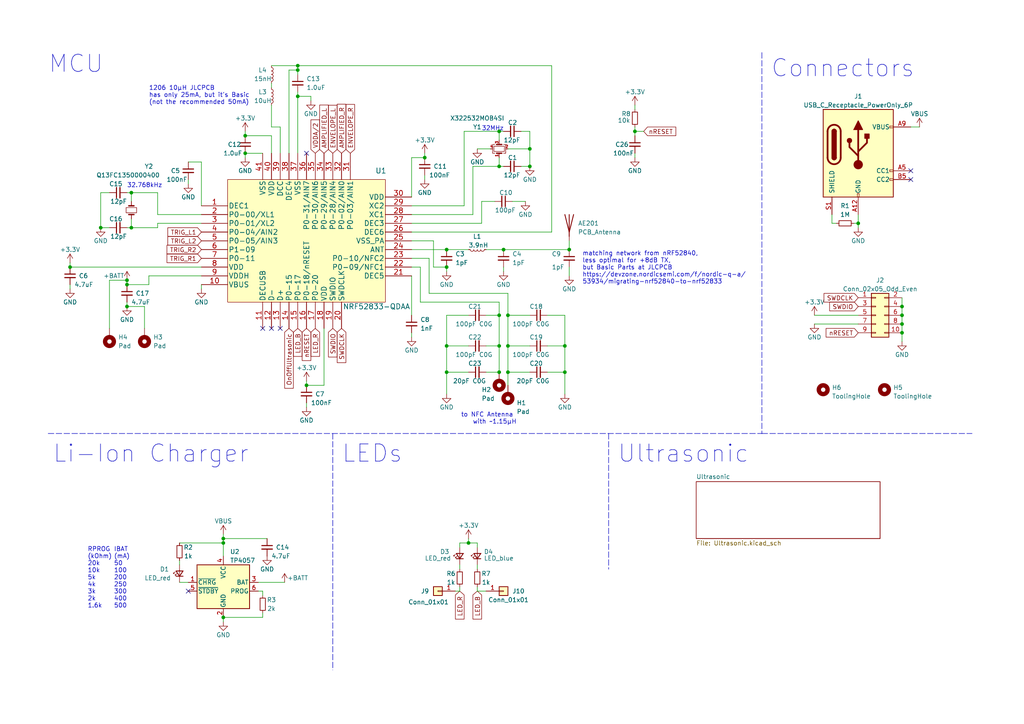
<source format=kicad_sch>
(kicad_sch (version 20230121) (generator eeschema)

  (uuid e63e39d7-6ac0-4ffd-8aa3-1841a4541b55)

  (paper "A4")

  (title_block
    (title "OBSmini")
    (date "2023-07-03")
    (rev "v0.1")
    (comment 1 "nRF52833-QDAA Ref. Layout (DCDC, VDDH supply)")
    (comment 2 "Referenced from Datasheet and Development Kit")
  )

  (lib_symbols
    (symbol "OBSmini_PCB:Antenna" (pin_numbers hide) (pin_names (offset 1.016) hide) (in_bom yes) (on_board yes)
      (property "Reference" "AE" (at -1.905 1.905 0)
        (effects (font (size 1.27 1.27)) (justify right))
      )
      (property "Value" "Antenna" (at -1.905 0 0)
        (effects (font (size 1.27 1.27)) (justify right))
      )
      (property "Footprint" "" (at 0 0 0)
        (effects (font (size 1.27 1.27)) hide)
      )
      (property "Datasheet" "~" (at 0 0 0)
        (effects (font (size 1.27 1.27)) hide)
      )
      (property "ki_keywords" "antenna" (at 0 0 0)
        (effects (font (size 1.27 1.27)) hide)
      )
      (property "ki_description" "Antenna" (at 0 0 0)
        (effects (font (size 1.27 1.27)) hide)
      )
      (symbol "Antenna_0_1"
        (polyline
          (pts
            (xy 0 2.54)
            (xy 0 -3.81)
          )
          (stroke (width 0.254) (type default))
          (fill (type none))
        )
        (polyline
          (pts
            (xy 1.27 2.54)
            (xy 0 -2.54)
            (xy -1.27 2.54)
          )
          (stroke (width 0.254) (type default))
          (fill (type none))
        )
      )
      (symbol "Antenna_1_1"
        (pin input line (at 0 -5.08 90) (length 2.54)
          (name "A" (effects (font (size 1.27 1.27))))
          (number "1" (effects (font (size 1.27 1.27))))
        )
      )
    )
    (symbol "OBSmini_PCB:C_Small" (pin_numbers hide) (pin_names (offset 0.254) hide) (in_bom yes) (on_board yes)
      (property "Reference" "C" (at 0.254 1.778 0)
        (effects (font (size 1.27 1.27)) (justify left))
      )
      (property "Value" "C_Small" (at 0.254 -2.032 0)
        (effects (font (size 1.27 1.27)) (justify left))
      )
      (property "Footprint" "" (at 0 0 0)
        (effects (font (size 1.27 1.27)) hide)
      )
      (property "Datasheet" "~" (at 0 0 0)
        (effects (font (size 1.27 1.27)) hide)
      )
      (property "ki_keywords" "capacitor cap" (at 0 0 0)
        (effects (font (size 1.27 1.27)) hide)
      )
      (property "ki_description" "Unpolarized capacitor, small symbol" (at 0 0 0)
        (effects (font (size 1.27 1.27)) hide)
      )
      (property "ki_fp_filters" "C_*" (at 0 0 0)
        (effects (font (size 1.27 1.27)) hide)
      )
      (symbol "C_Small_0_1"
        (polyline
          (pts
            (xy -1.524 -0.508)
            (xy 1.524 -0.508)
          )
          (stroke (width 0.3302) (type default))
          (fill (type none))
        )
        (polyline
          (pts
            (xy -1.524 0.508)
            (xy 1.524 0.508)
          )
          (stroke (width 0.3048) (type default))
          (fill (type none))
        )
      )
      (symbol "C_Small_1_1"
        (pin passive line (at 0 2.54 270) (length 2.032)
          (name "~" (effects (font (size 1.27 1.27))))
          (number "1" (effects (font (size 1.27 1.27))))
        )
        (pin passive line (at 0 -2.54 90) (length 2.032)
          (name "~" (effects (font (size 1.27 1.27))))
          (number "2" (effects (font (size 1.27 1.27))))
        )
      )
    )
    (symbol "OBSmini_PCB:Conn_01x01" (pin_names (offset 1.016) hide) (in_bom yes) (on_board yes)
      (property "Reference" "J" (at 0 2.54 0)
        (effects (font (size 1.27 1.27)))
      )
      (property "Value" "Conn_01x01" (at 0 -2.54 0)
        (effects (font (size 1.27 1.27)))
      )
      (property "Footprint" "" (at 0 0 0)
        (effects (font (size 1.27 1.27)) hide)
      )
      (property "Datasheet" "~" (at 0 0 0)
        (effects (font (size 1.27 1.27)) hide)
      )
      (property "ki_keywords" "connector" (at 0 0 0)
        (effects (font (size 1.27 1.27)) hide)
      )
      (property "ki_description" "Generic connector, single row, 01x01, script generated (kicad-library-utils/schlib/autogen/connector/)" (at 0 0 0)
        (effects (font (size 1.27 1.27)) hide)
      )
      (property "ki_fp_filters" "Connector*:*_1x??_*" (at 0 0 0)
        (effects (font (size 1.27 1.27)) hide)
      )
      (symbol "Conn_01x01_1_1"
        (rectangle (start -1.27 0.127) (end 0 -0.127)
          (stroke (width 0.1524) (type default))
          (fill (type none))
        )
        (rectangle (start -1.27 1.27) (end 1.27 -1.27)
          (stroke (width 0.254) (type default))
          (fill (type background))
        )
        (pin passive line (at -5.08 0 0) (length 3.81)
          (name "Pin_1" (effects (font (size 1.27 1.27))))
          (number "1" (effects (font (size 1.27 1.27))))
        )
      )
    )
    (symbol "OBSmini_PCB:Conn_02x05_Odd_Even" (pin_names (offset 1.016) hide) (in_bom yes) (on_board yes)
      (property "Reference" "J" (at 1.27 7.62 0)
        (effects (font (size 1.27 1.27)))
      )
      (property "Value" "Conn_02x05_Odd_Even" (at 1.27 -7.62 0)
        (effects (font (size 1.27 1.27)))
      )
      (property "Footprint" "" (at 0 0 0)
        (effects (font (size 1.27 1.27)) hide)
      )
      (property "Datasheet" "~" (at 0 0 0)
        (effects (font (size 1.27 1.27)) hide)
      )
      (property "ki_keywords" "connector" (at 0 0 0)
        (effects (font (size 1.27 1.27)) hide)
      )
      (property "ki_description" "Generic connector, double row, 02x05, odd/even pin numbering scheme (row 1 odd numbers, row 2 even numbers), script generated (kicad-library-utils/schlib/autogen/connector/)" (at 0 0 0)
        (effects (font (size 1.27 1.27)) hide)
      )
      (property "ki_fp_filters" "Connector*:*_2x??_*" (at 0 0 0)
        (effects (font (size 1.27 1.27)) hide)
      )
      (symbol "Conn_02x05_Odd_Even_1_1"
        (rectangle (start -1.27 -4.953) (end 0 -5.207)
          (stroke (width 0.1524) (type default))
          (fill (type none))
        )
        (rectangle (start -1.27 -2.413) (end 0 -2.667)
          (stroke (width 0.1524) (type default))
          (fill (type none))
        )
        (rectangle (start -1.27 0.127) (end 0 -0.127)
          (stroke (width 0.1524) (type default))
          (fill (type none))
        )
        (rectangle (start -1.27 2.667) (end 0 2.413)
          (stroke (width 0.1524) (type default))
          (fill (type none))
        )
        (rectangle (start -1.27 5.207) (end 0 4.953)
          (stroke (width 0.1524) (type default))
          (fill (type none))
        )
        (rectangle (start -1.27 6.35) (end 3.81 -6.35)
          (stroke (width 0.254) (type default))
          (fill (type background))
        )
        (rectangle (start 3.81 -4.953) (end 2.54 -5.207)
          (stroke (width 0.1524) (type default))
          (fill (type none))
        )
        (rectangle (start 3.81 -2.413) (end 2.54 -2.667)
          (stroke (width 0.1524) (type default))
          (fill (type none))
        )
        (rectangle (start 3.81 0.127) (end 2.54 -0.127)
          (stroke (width 0.1524) (type default))
          (fill (type none))
        )
        (rectangle (start 3.81 2.667) (end 2.54 2.413)
          (stroke (width 0.1524) (type default))
          (fill (type none))
        )
        (rectangle (start 3.81 5.207) (end 2.54 4.953)
          (stroke (width 0.1524) (type default))
          (fill (type none))
        )
        (pin passive line (at -5.08 5.08 0) (length 3.81)
          (name "Pin_1" (effects (font (size 1.27 1.27))))
          (number "1" (effects (font (size 1.27 1.27))))
        )
        (pin passive line (at 7.62 -5.08 180) (length 3.81)
          (name "Pin_10" (effects (font (size 1.27 1.27))))
          (number "10" (effects (font (size 1.27 1.27))))
        )
        (pin passive line (at 7.62 5.08 180) (length 3.81)
          (name "Pin_2" (effects (font (size 1.27 1.27))))
          (number "2" (effects (font (size 1.27 1.27))))
        )
        (pin passive line (at -5.08 2.54 0) (length 3.81)
          (name "Pin_3" (effects (font (size 1.27 1.27))))
          (number "3" (effects (font (size 1.27 1.27))))
        )
        (pin passive line (at 7.62 2.54 180) (length 3.81)
          (name "Pin_4" (effects (font (size 1.27 1.27))))
          (number "4" (effects (font (size 1.27 1.27))))
        )
        (pin passive line (at -5.08 0 0) (length 3.81)
          (name "Pin_5" (effects (font (size 1.27 1.27))))
          (number "5" (effects (font (size 1.27 1.27))))
        )
        (pin passive line (at 7.62 0 180) (length 3.81)
          (name "Pin_6" (effects (font (size 1.27 1.27))))
          (number "6" (effects (font (size 1.27 1.27))))
        )
        (pin passive line (at -5.08 -2.54 0) (length 3.81)
          (name "Pin_7" (effects (font (size 1.27 1.27))))
          (number "7" (effects (font (size 1.27 1.27))))
        )
        (pin passive line (at 7.62 -2.54 180) (length 3.81)
          (name "Pin_8" (effects (font (size 1.27 1.27))))
          (number "8" (effects (font (size 1.27 1.27))))
        )
        (pin passive line (at -5.08 -5.08 0) (length 3.81)
          (name "Pin_9" (effects (font (size 1.27 1.27))))
          (number "9" (effects (font (size 1.27 1.27))))
        )
      )
    )
    (symbol "OBSmini_PCB:Crystal_GND24_Small" (pin_names (offset 1.016) hide) (in_bom yes) (on_board yes)
      (property "Reference" "Y" (at 1.27 4.445 0)
        (effects (font (size 1.27 1.27)) (justify left))
      )
      (property "Value" "Crystal_GND24_Small" (at 1.27 2.54 0)
        (effects (font (size 1.27 1.27)) (justify left))
      )
      (property "Footprint" "" (at 0 0 0)
        (effects (font (size 1.27 1.27)) hide)
      )
      (property "Datasheet" "~" (at 0 0 0)
        (effects (font (size 1.27 1.27)) hide)
      )
      (property "ki_keywords" "quartz ceramic resonator oscillator" (at 0 0 0)
        (effects (font (size 1.27 1.27)) hide)
      )
      (property "ki_description" "Four pin crystal, GND on pins 2 and 4, small symbol" (at 0 0 0)
        (effects (font (size 1.27 1.27)) hide)
      )
      (property "ki_fp_filters" "Crystal*" (at 0 0 0)
        (effects (font (size 1.27 1.27)) hide)
      )
      (symbol "Crystal_GND24_Small_0_1"
        (rectangle (start -0.762 -1.524) (end 0.762 1.524)
          (stroke (width 0) (type default))
          (fill (type none))
        )
        (polyline
          (pts
            (xy -1.27 -0.762)
            (xy -1.27 0.762)
          )
          (stroke (width 0.381) (type default))
          (fill (type none))
        )
        (polyline
          (pts
            (xy 1.27 -0.762)
            (xy 1.27 0.762)
          )
          (stroke (width 0.381) (type default))
          (fill (type none))
        )
        (polyline
          (pts
            (xy -1.27 -1.27)
            (xy -1.27 -1.905)
            (xy 1.27 -1.905)
            (xy 1.27 -1.27)
          )
          (stroke (width 0) (type default))
          (fill (type none))
        )
        (polyline
          (pts
            (xy -1.27 1.27)
            (xy -1.27 1.905)
            (xy 1.27 1.905)
            (xy 1.27 1.27)
          )
          (stroke (width 0) (type default))
          (fill (type none))
        )
      )
      (symbol "Crystal_GND24_Small_1_1"
        (pin passive line (at -2.54 0 0) (length 1.27)
          (name "1" (effects (font (size 1.27 1.27))))
          (number "1" (effects (font (size 0.762 0.762))))
        )
        (pin passive line (at 0 -2.54 90) (length 0.635)
          (name "2" (effects (font (size 1.27 1.27))))
          (number "2" (effects (font (size 0.762 0.762))))
        )
        (pin passive line (at 2.54 0 180) (length 1.27)
          (name "3" (effects (font (size 1.27 1.27))))
          (number "3" (effects (font (size 0.762 0.762))))
        )
        (pin passive line (at 0 2.54 270) (length 0.635)
          (name "4" (effects (font (size 1.27 1.27))))
          (number "4" (effects (font (size 0.762 0.762))))
        )
      )
    )
    (symbol "OBSmini_PCB:Crystal_Small" (pin_numbers hide) (pin_names (offset 1.016) hide) (in_bom yes) (on_board yes)
      (property "Reference" "Y" (at 0 2.54 0)
        (effects (font (size 1.27 1.27)))
      )
      (property "Value" "Crystal_Small" (at 0 -2.54 0)
        (effects (font (size 1.27 1.27)))
      )
      (property "Footprint" "" (at 0 0 0)
        (effects (font (size 1.27 1.27)) hide)
      )
      (property "Datasheet" "~" (at 0 0 0)
        (effects (font (size 1.27 1.27)) hide)
      )
      (property "ki_keywords" "quartz ceramic resonator oscillator" (at 0 0 0)
        (effects (font (size 1.27 1.27)) hide)
      )
      (property "ki_description" "Two pin crystal, small symbol" (at 0 0 0)
        (effects (font (size 1.27 1.27)) hide)
      )
      (property "ki_fp_filters" "Crystal*" (at 0 0 0)
        (effects (font (size 1.27 1.27)) hide)
      )
      (symbol "Crystal_Small_0_1"
        (rectangle (start -0.762 -1.524) (end 0.762 1.524)
          (stroke (width 0) (type default))
          (fill (type none))
        )
        (polyline
          (pts
            (xy -1.27 -0.762)
            (xy -1.27 0.762)
          )
          (stroke (width 0.381) (type default))
          (fill (type none))
        )
        (polyline
          (pts
            (xy 1.27 -0.762)
            (xy 1.27 0.762)
          )
          (stroke (width 0.381) (type default))
          (fill (type none))
        )
      )
      (symbol "Crystal_Small_1_1"
        (pin passive line (at -2.54 0 0) (length 1.27)
          (name "1" (effects (font (size 1.27 1.27))))
          (number "1" (effects (font (size 1.27 1.27))))
        )
        (pin passive line (at 2.54 0 180) (length 1.27)
          (name "2" (effects (font (size 1.27 1.27))))
          (number "2" (effects (font (size 1.27 1.27))))
        )
      )
    )
    (symbol "OBSmini_PCB:LED_Small" (pin_numbers hide) (pin_names (offset 0.254) hide) (in_bom yes) (on_board yes)
      (property "Reference" "D" (at -1.27 3.175 0)
        (effects (font (size 1.27 1.27)) (justify left))
      )
      (property "Value" "LED_Small" (at -4.445 -2.54 0)
        (effects (font (size 1.27 1.27)) (justify left))
      )
      (property "Footprint" "" (at 0 0 90)
        (effects (font (size 1.27 1.27)) hide)
      )
      (property "Datasheet" "~" (at 0 0 90)
        (effects (font (size 1.27 1.27)) hide)
      )
      (property "ki_keywords" "LED diode light-emitting-diode" (at 0 0 0)
        (effects (font (size 1.27 1.27)) hide)
      )
      (property "ki_description" "Light emitting diode, small symbol" (at 0 0 0)
        (effects (font (size 1.27 1.27)) hide)
      )
      (property "ki_fp_filters" "LED* LED_SMD:* LED_THT:*" (at 0 0 0)
        (effects (font (size 1.27 1.27)) hide)
      )
      (symbol "LED_Small_0_1"
        (polyline
          (pts
            (xy -0.762 -1.016)
            (xy -0.762 1.016)
          )
          (stroke (width 0.254) (type default))
          (fill (type none))
        )
        (polyline
          (pts
            (xy 1.016 0)
            (xy -0.762 0)
          )
          (stroke (width 0) (type default))
          (fill (type none))
        )
        (polyline
          (pts
            (xy 0.762 -1.016)
            (xy -0.762 0)
            (xy 0.762 1.016)
            (xy 0.762 -1.016)
          )
          (stroke (width 0.254) (type default))
          (fill (type none))
        )
        (polyline
          (pts
            (xy 0 0.762)
            (xy -0.508 1.27)
            (xy -0.254 1.27)
            (xy -0.508 1.27)
            (xy -0.508 1.016)
          )
          (stroke (width 0) (type default))
          (fill (type none))
        )
        (polyline
          (pts
            (xy 0.508 1.27)
            (xy 0 1.778)
            (xy 0.254 1.778)
            (xy 0 1.778)
            (xy 0 1.524)
          )
          (stroke (width 0) (type default))
          (fill (type none))
        )
      )
      (symbol "LED_Small_1_1"
        (pin passive line (at -2.54 0 0) (length 1.778)
          (name "K" (effects (font (size 1.27 1.27))))
          (number "1" (effects (font (size 1.27 1.27))))
        )
        (pin passive line (at 2.54 0 180) (length 1.778)
          (name "A" (effects (font (size 1.27 1.27))))
          (number "2" (effects (font (size 1.27 1.27))))
        )
      )
    )
    (symbol "OBSmini_PCB:L_Small" (pin_numbers hide) (pin_names (offset 0.254) hide) (in_bom yes) (on_board yes)
      (property "Reference" "L" (at 0.762 1.016 0)
        (effects (font (size 1.27 1.27)) (justify left))
      )
      (property "Value" "L_Small" (at 0.762 -1.016 0)
        (effects (font (size 1.27 1.27)) (justify left))
      )
      (property "Footprint" "" (at 0 0 0)
        (effects (font (size 1.27 1.27)) hide)
      )
      (property "Datasheet" "~" (at 0 0 0)
        (effects (font (size 1.27 1.27)) hide)
      )
      (property "ki_keywords" "inductor choke coil reactor magnetic" (at 0 0 0)
        (effects (font (size 1.27 1.27)) hide)
      )
      (property "ki_description" "Inductor, small symbol" (at 0 0 0)
        (effects (font (size 1.27 1.27)) hide)
      )
      (property "ki_fp_filters" "Choke_* *Coil* Inductor_* L_*" (at 0 0 0)
        (effects (font (size 1.27 1.27)) hide)
      )
      (symbol "L_Small_0_1"
        (arc (start 0 -2.032) (mid 0.5058 -1.524) (end 0 -1.016)
          (stroke (width 0) (type default))
          (fill (type none))
        )
        (arc (start 0 -1.016) (mid 0.5058 -0.508) (end 0 0)
          (stroke (width 0) (type default))
          (fill (type none))
        )
        (arc (start 0 0) (mid 0.5058 0.508) (end 0 1.016)
          (stroke (width 0) (type default))
          (fill (type none))
        )
        (arc (start 0 1.016) (mid 0.5058 1.524) (end 0 2.032)
          (stroke (width 0) (type default))
          (fill (type none))
        )
      )
      (symbol "L_Small_1_1"
        (pin passive line (at 0 2.54 270) (length 0.508)
          (name "~" (effects (font (size 1.27 1.27))))
          (number "1" (effects (font (size 1.27 1.27))))
        )
        (pin passive line (at 0 -2.54 90) (length 0.508)
          (name "~" (effects (font (size 1.27 1.27))))
          (number "2" (effects (font (size 1.27 1.27))))
        )
      )
    )
    (symbol "OBSmini_PCB:MountingHole" (pin_names (offset 1.016)) (in_bom yes) (on_board yes)
      (property "Reference" "H" (at 0 5.08 0)
        (effects (font (size 1.27 1.27)))
      )
      (property "Value" "MountingHole" (at 0 3.175 0)
        (effects (font (size 1.27 1.27)))
      )
      (property "Footprint" "" (at 0 0 0)
        (effects (font (size 1.27 1.27)) hide)
      )
      (property "Datasheet" "~" (at 0 0 0)
        (effects (font (size 1.27 1.27)) hide)
      )
      (property "ki_keywords" "mounting hole" (at 0 0 0)
        (effects (font (size 1.27 1.27)) hide)
      )
      (property "ki_description" "Mounting Hole without connection" (at 0 0 0)
        (effects (font (size 1.27 1.27)) hide)
      )
      (property "ki_fp_filters" "MountingHole*" (at 0 0 0)
        (effects (font (size 1.27 1.27)) hide)
      )
      (symbol "MountingHole_0_1"
        (circle (center 0 0) (radius 1.27)
          (stroke (width 1.27) (type default))
          (fill (type none))
        )
      )
    )
    (symbol "OBSmini_PCB:MountingHole_Pad" (pin_numbers hide) (pin_names (offset 1.016) hide) (in_bom yes) (on_board yes)
      (property "Reference" "H" (at 0 6.35 0)
        (effects (font (size 1.27 1.27)))
      )
      (property "Value" "MountingHole_Pad" (at 0 4.445 0)
        (effects (font (size 1.27 1.27)))
      )
      (property "Footprint" "" (at 0 0 0)
        (effects (font (size 1.27 1.27)) hide)
      )
      (property "Datasheet" "~" (at 0 0 0)
        (effects (font (size 1.27 1.27)) hide)
      )
      (property "ki_keywords" "mounting hole" (at 0 0 0)
        (effects (font (size 1.27 1.27)) hide)
      )
      (property "ki_description" "Mounting Hole with connection" (at 0 0 0)
        (effects (font (size 1.27 1.27)) hide)
      )
      (property "ki_fp_filters" "MountingHole*Pad*" (at 0 0 0)
        (effects (font (size 1.27 1.27)) hide)
      )
      (symbol "MountingHole_Pad_0_1"
        (circle (center 0 1.27) (radius 1.27)
          (stroke (width 1.27) (type default))
          (fill (type none))
        )
      )
      (symbol "MountingHole_Pad_1_1"
        (pin input line (at 0 -2.54 90) (length 2.54)
          (name "1" (effects (font (size 1.27 1.27))))
          (number "1" (effects (font (size 1.27 1.27))))
        )
      )
    )
    (symbol "OBSmini_PCB:NRF52833-QDAA-R7" (pin_names (offset 0.254)) (in_bom yes) (on_board yes)
      (property "Reference" "U" (at 48.26 43.18 0)
        (effects (font (size 1.524 1.524)))
      )
      (property "Value" "NRF52833-QDAA-R7" (at 50.8 40.64 0)
        (effects (font (size 1.524 1.524)))
      )
      (property "Footprint" "01_selbstErstellt:NRF52833-QDAA-R7" (at 60.96 38.1 0)
        (effects (font (size 1.524 1.524)) hide)
      )
      (property "Datasheet" "" (at -7.62 27.94 0)
        (effects (font (size 1.524 1.524)))
      )
      (property "ki_fp_filters" "QFN40_5X5_DQ_NOR QFN40_5X5_DQ_NOR-M QFN40_5X5_DQ_NOR-L" (at 0 0 0)
        (effects (font (size 1.27 1.27)) hide)
      )
      (symbol "NRF52833-QDAA-R7_1_1"
        (rectangle (start 0 35.56) (end 45.72 0)
          (stroke (width 0) (type default))
          (fill (type background))
        )
        (pin power_in line (at -7.62 27.94 0) (length 7.62)
          (name "DEC1" (effects (font (size 1.4986 1.4986))))
          (number "1" (effects (font (size 1.4986 1.4986))))
        )
        (pin power_in line (at -7.62 5.08 0) (length 7.62)
          (name "VBUS" (effects (font (size 1.4986 1.4986))))
          (number "10" (effects (font (size 1.4986 1.4986))))
        )
        (pin power_in line (at 10.16 -7.62 90) (length 7.62)
          (name "DECUSB" (effects (font (size 1.4986 1.4986))))
          (number "11" (effects (font (size 1.4986 1.4986))))
        )
        (pin bidirectional line (at 12.7 -7.62 90) (length 7.62)
          (name "D-" (effects (font (size 1.4986 1.4986))))
          (number "12" (effects (font (size 1.4986 1.4986))))
        )
        (pin bidirectional line (at 15.24 -7.62 90) (length 7.62)
          (name "D+" (effects (font (size 1.4986 1.4986))))
          (number "13" (effects (font (size 1.4986 1.4986))))
        )
        (pin bidirectional line (at 17.78 -7.62 90) (length 7.62)
          (name "P0-15" (effects (font (size 1.4986 1.4986))))
          (number "14" (effects (font (size 1.4986 1.4986))))
        )
        (pin bidirectional line (at 20.32 -7.62 90) (length 7.62)
          (name "P0-17" (effects (font (size 1.4986 1.4986))))
          (number "15" (effects (font (size 1.4986 1.4986))))
        )
        (pin bidirectional line (at 22.86 -7.62 90) (length 7.62)
          (name "P0-18/nRESET" (effects (font (size 1.4986 1.4986))))
          (number "16" (effects (font (size 1.4986 1.4986))))
        )
        (pin bidirectional line (at 25.4 -7.62 90) (length 7.62)
          (name "P0-20" (effects (font (size 1.4986 1.4986))))
          (number "17" (effects (font (size 1.4986 1.4986))))
        )
        (pin power_in line (at 27.94 -7.62 90) (length 7.62)
          (name "VDD" (effects (font (size 1.4986 1.4986))))
          (number "18" (effects (font (size 1.4986 1.4986))))
        )
        (pin bidirectional line (at 30.48 -7.62 90) (length 7.62)
          (name "SWDIO" (effects (font (size 1.4986 1.4986))))
          (number "19" (effects (font (size 1.4986 1.4986))))
        )
        (pin bidirectional line (at -7.62 25.4 0) (length 7.62)
          (name "P0-00/XL1" (effects (font (size 1.4986 1.4986))))
          (number "2" (effects (font (size 1.4986 1.4986))))
        )
        (pin input line (at 33.02 -7.62 90) (length 7.62)
          (name "SWDCLK" (effects (font (size 1.4986 1.4986))))
          (number "20" (effects (font (size 1.4986 1.4986))))
        )
        (pin power_in line (at 53.34 7.62 180) (length 7.62)
          (name "DEC5" (effects (font (size 1.4986 1.4986))))
          (number "21" (effects (font (size 1.4986 1.4986))))
        )
        (pin bidirectional line (at 53.34 10.16 180) (length 7.62)
          (name "P0-09/NFC1" (effects (font (size 1.4986 1.4986))))
          (number "22" (effects (font (size 1.4986 1.4986))))
        )
        (pin bidirectional line (at 53.34 12.7 180) (length 7.62)
          (name "P0-10/NFC2" (effects (font (size 1.4986 1.4986))))
          (number "23" (effects (font (size 1.4986 1.4986))))
        )
        (pin unspecified line (at 53.34 15.24 180) (length 7.62)
          (name "ANT" (effects (font (size 1.4986 1.4986))))
          (number "24" (effects (font (size 1.4986 1.4986))))
        )
        (pin power_in line (at 53.34 17.78 180) (length 7.62)
          (name "VSS_PA" (effects (font (size 1.4986 1.4986))))
          (number "25" (effects (font (size 1.4986 1.4986))))
        )
        (pin power_in line (at 53.34 20.32 180) (length 7.62)
          (name "DEC6" (effects (font (size 1.4986 1.4986))))
          (number "26" (effects (font (size 1.4986 1.4986))))
        )
        (pin power_in line (at 53.34 22.86 180) (length 7.62)
          (name "DEC3" (effects (font (size 1.4986 1.4986))))
          (number "27" (effects (font (size 1.4986 1.4986))))
        )
        (pin input line (at 53.34 25.4 180) (length 7.62)
          (name "XC1" (effects (font (size 1.4986 1.4986))))
          (number "28" (effects (font (size 1.4986 1.4986))))
        )
        (pin input line (at 53.34 27.94 180) (length 7.62)
          (name "XC2" (effects (font (size 1.4986 1.4986))))
          (number "29" (effects (font (size 1.4986 1.4986))))
        )
        (pin bidirectional line (at -7.62 22.86 0) (length 7.62)
          (name "P0-01/XL2" (effects (font (size 1.4986 1.4986))))
          (number "3" (effects (font (size 1.4986 1.4986))))
        )
        (pin power_in line (at 53.34 30.48 180) (length 7.62)
          (name "VDD" (effects (font (size 1.4986 1.4986))))
          (number "30" (effects (font (size 1.4986 1.4986))))
        )
        (pin bidirectional line (at 35.56 43.18 270) (length 7.62)
          (name "P0-03/AIN1" (effects (font (size 1.4986 1.4986))))
          (number "31" (effects (font (size 1.4986 1.4986))))
        )
        (pin bidirectional line (at 33.02 43.18 270) (length 7.62)
          (name "P0-02/AIN0" (effects (font (size 1.4986 1.4986))))
          (number "32" (effects (font (size 1.4986 1.4986))))
        )
        (pin bidirectional line (at 30.48 43.18 270) (length 7.62)
          (name "P0-28/AIN4" (effects (font (size 1.4986 1.4986))))
          (number "33" (effects (font (size 1.4986 1.4986))))
        )
        (pin bidirectional line (at 27.94 43.18 270) (length 7.62)
          (name "P0-29/AIN5" (effects (font (size 1.4986 1.4986))))
          (number "34" (effects (font (size 1.4986 1.4986))))
        )
        (pin bidirectional line (at 25.4 43.18 270) (length 7.62)
          (name "P0-30/AIN6" (effects (font (size 1.4986 1.4986))))
          (number "35" (effects (font (size 1.4986 1.4986))))
        )
        (pin bidirectional line (at 22.86 43.18 270) (length 7.62)
          (name "P0-31/AIN7" (effects (font (size 1.4986 1.4986))))
          (number "36" (effects (font (size 1.4986 1.4986))))
        )
        (pin power_in line (at 20.32 43.18 270) (length 7.62)
          (name "VSS" (effects (font (size 1.4986 1.4986))))
          (number "37" (effects (font (size 1.4986 1.4986))))
        )
        (pin power_in line (at 17.78 43.18 270) (length 7.62)
          (name "DEC4" (effects (font (size 1.4986 1.4986))))
          (number "38" (effects (font (size 1.4986 1.4986))))
        )
        (pin power_in line (at 15.24 43.18 270) (length 7.62)
          (name "DCC" (effects (font (size 1.4986 1.4986))))
          (number "39" (effects (font (size 1.4986 1.4986))))
        )
        (pin bidirectional line (at -7.62 20.32 0) (length 7.62)
          (name "P0-04/AIN2" (effects (font (size 1.4986 1.4986))))
          (number "4" (effects (font (size 1.4986 1.4986))))
        )
        (pin power_in line (at 12.7 43.18 270) (length 7.62)
          (name "VDD" (effects (font (size 1.4986 1.4986))))
          (number "40" (effects (font (size 1.4986 1.4986))))
        )
        (pin power_in line (at 10.16 43.18 270) (length 7.62)
          (name "VSS" (effects (font (size 1.4986 1.4986))))
          (number "41" (effects (font (size 1.4986 1.4986))))
        )
        (pin bidirectional line (at -7.62 17.78 0) (length 7.62)
          (name "P0-05/AIN3" (effects (font (size 1.4986 1.4986))))
          (number "5" (effects (font (size 1.4986 1.4986))))
        )
        (pin bidirectional line (at -7.62 15.24 0) (length 7.62)
          (name "P1-09" (effects (font (size 1.4986 1.4986))))
          (number "6" (effects (font (size 1.4986 1.4986))))
        )
        (pin bidirectional line (at -7.62 12.7 0) (length 7.62)
          (name "P0-11" (effects (font (size 1.4986 1.4986))))
          (number "7" (effects (font (size 1.4986 1.4986))))
        )
        (pin power_in line (at -7.62 10.16 0) (length 7.62)
          (name "VDD" (effects (font (size 1.4986 1.4986))))
          (number "8" (effects (font (size 1.4986 1.4986))))
        )
        (pin power_in line (at -7.62 7.62 0) (length 7.62)
          (name "VDDH" (effects (font (size 1.4986 1.4986))))
          (number "9" (effects (font (size 1.4986 1.4986))))
        )
      )
    )
    (symbol "OBSmini_PCB:R_Small" (pin_numbers hide) (pin_names (offset 0.254) hide) (in_bom yes) (on_board yes)
      (property "Reference" "R" (at 0.762 0.508 0)
        (effects (font (size 1.27 1.27)) (justify left))
      )
      (property "Value" "R_Small" (at 0.762 -1.016 0)
        (effects (font (size 1.27 1.27)) (justify left))
      )
      (property "Footprint" "" (at 0 0 0)
        (effects (font (size 1.27 1.27)) hide)
      )
      (property "Datasheet" "~" (at 0 0 0)
        (effects (font (size 1.27 1.27)) hide)
      )
      (property "ki_keywords" "R resistor" (at 0 0 0)
        (effects (font (size 1.27 1.27)) hide)
      )
      (property "ki_description" "Resistor, small symbol" (at 0 0 0)
        (effects (font (size 1.27 1.27)) hide)
      )
      (property "ki_fp_filters" "R_*" (at 0 0 0)
        (effects (font (size 1.27 1.27)) hide)
      )
      (symbol "R_Small_0_1"
        (rectangle (start -0.762 1.778) (end 0.762 -1.778)
          (stroke (width 0.2032) (type default))
          (fill (type none))
        )
      )
      (symbol "R_Small_1_1"
        (pin passive line (at 0 2.54 270) (length 0.762)
          (name "~" (effects (font (size 1.27 1.27))))
          (number "1" (effects (font (size 1.27 1.27))))
        )
        (pin passive line (at 0 -2.54 90) (length 0.762)
          (name "~" (effects (font (size 1.27 1.27))))
          (number "2" (effects (font (size 1.27 1.27))))
        )
      )
    )
    (symbol "OBSmini_PCB:TP4057" (pin_names (offset 0.254)) (in_bom yes) (on_board yes)
      (property "Reference" "U" (at -5.842 6.604 0)
        (effects (font (size 1.27 1.27)))
      )
      (property "Value" "TP4057" (at 1.524 6.604 0)
        (effects (font (size 1.27 1.27)) (justify left))
      )
      (property "Footprint" "Package_TO_SOT_SMD:TSOT-23-6" (at 0 -12.7 0)
        (effects (font (size 1.27 1.27)) hide)
      )
      (property "Datasheet" "https://datasheet.lcsc.com/lcsc/1811021622_TOPPOWER-Nanjing-Extension-Microelectronics-TP4057-42-SOT26-R_C12044.pdf" (at 0 -10.16 0)
        (effects (font (size 1.27 1.27)) hide)
      )
      (property "ki_keywords" "Constant-current constant-voltage linear charger single cell lithium-ion battery" (at 0 0 0)
        (effects (font (size 1.27 1.27)) hide)
      )
      (property "ki_description" "Constant-current/constant-voltage linear charger for single cell lithium-ion batteries with 2.9V Trickle Charge, 4.5V to 6.5V VDD, -40 to +85 degree Celcius, TSOT-23-5" (at 0 0 0)
        (effects (font (size 1.27 1.27)) hide)
      )
      (property "ki_fp_filters" "TSOT?23*" (at 0 0 0)
        (effects (font (size 1.27 1.27)) hide)
      )
      (symbol "TP4057_0_1"
        (rectangle (start -7.62 5.08) (end 7.62 -7.62)
          (stroke (width 0.254) (type default))
          (fill (type background))
        )
      )
      (symbol "TP4057_1_1"
        (pin open_collector line (at -10.16 0 0) (length 2.54)
          (name "~{CHRG}" (effects (font (size 1.27 1.27))))
          (number "1" (effects (font (size 1.27 1.27))))
        )
        (pin power_in line (at 0 -10.16 90) (length 2.54)
          (name "GND" (effects (font (size 1.27 1.27))))
          (number "2" (effects (font (size 1.27 1.27))))
        )
        (pin power_out line (at 10.16 0 180) (length 2.54)
          (name "BAT" (effects (font (size 1.27 1.27))))
          (number "3" (effects (font (size 1.27 1.27))))
        )
        (pin power_in line (at 0 7.62 270) (length 2.54)
          (name "VCC" (effects (font (size 1.27 1.27))))
          (number "4" (effects (font (size 1.27 1.27))))
        )
        (pin open_collector line (at -10.16 -2.54 0) (length 2.54)
          (name "~{STDBY}" (effects (font (size 1.27 1.27))))
          (number "5" (effects (font (size 1.27 1.27))))
        )
        (pin bidirectional line (at 10.16 -2.54 180) (length 2.54)
          (name "PROG" (effects (font (size 1.27 1.27))))
          (number "6" (effects (font (size 1.27 1.27))))
        )
      )
    )
    (symbol "OBSmini_PCB:USB_C_Receptacle_PowerOnly_6P" (pin_names (offset 1.016)) (in_bom yes) (on_board yes)
      (property "Reference" "J1" (at 0 16.51 0)
        (effects (font (size 1.27 1.27)))
      )
      (property "Value" "USB_C_Receptacle_PowerOnly_6P" (at 0 13.97 0)
        (effects (font (size 1.27 1.27)))
      )
      (property "Footprint" "07_custom:USB_C_SHOU-HAN-TYPE-C-6P" (at 3.81 2.54 0)
        (effects (font (size 1.27 1.27)) hide)
      )
      (property "Datasheet" "https://www.usb.org/sites/default/files/documents/usb_type-c.zip" (at 0 0 0)
        (effects (font (size 1.27 1.27)) hide)
      )
      (property "ki_keywords" "usb universal serial bus type-C power-only charging-only 6P 6C" (at 0 0 0)
        (effects (font (size 1.27 1.27)) hide)
      )
      (property "ki_description" "USB Power-Only 6P Type-C Receptacle connector" (at 0 0 0)
        (effects (font (size 1.27 1.27)) hide)
      )
      (property "ki_fp_filters" "USB*C*Receptacle*" (at 0 0 0)
        (effects (font (size 1.27 1.27)) hide)
      )
      (symbol "USB_C_Receptacle_PowerOnly_6P_0_0"
        (rectangle (start -0.254 -12.7) (end 0.254 -11.684)
          (stroke (width 0) (type default))
          (fill (type none))
        )
        (rectangle (start 10.16 -7.366) (end 9.144 -7.874)
          (stroke (width 0) (type default))
          (fill (type none))
        )
        (rectangle (start 10.16 -4.826) (end 9.144 -5.334)
          (stroke (width 0) (type default))
          (fill (type none))
        )
        (rectangle (start 10.16 7.874) (end 9.144 7.366)
          (stroke (width 0) (type default))
          (fill (type none))
        )
      )
      (symbol "USB_C_Receptacle_PowerOnly_6P_0_1"
        (rectangle (start -10.16 12.7) (end 10.16 -12.7)
          (stroke (width 0.254) (type default))
          (fill (type background))
        )
        (arc (start -8.89 -1.27) (mid -6.985 -3.1667) (end -5.08 -1.27)
          (stroke (width 0.508) (type default))
          (fill (type none))
        )
        (arc (start -7.62 -1.27) (mid -6.985 -1.9023) (end -6.35 -1.27)
          (stroke (width 0.254) (type default))
          (fill (type none))
        )
        (arc (start -7.62 -1.27) (mid -6.985 -1.9023) (end -6.35 -1.27)
          (stroke (width 0.254) (type default))
          (fill (type outline))
        )
        (rectangle (start -7.62 -1.27) (end -6.35 6.35)
          (stroke (width 0.254) (type default))
          (fill (type outline))
        )
        (arc (start -6.35 6.35) (mid -6.985 6.9823) (end -7.62 6.35)
          (stroke (width 0.254) (type default))
          (fill (type none))
        )
        (arc (start -6.35 6.35) (mid -6.985 6.9823) (end -7.62 6.35)
          (stroke (width 0.254) (type default))
          (fill (type outline))
        )
        (arc (start -5.08 6.35) (mid -6.985 8.2467) (end -8.89 6.35)
          (stroke (width 0.508) (type default))
          (fill (type none))
        )
        (circle (center -2.54 3.683) (radius 0.635)
          (stroke (width 0.254) (type default))
          (fill (type outline))
        )
        (circle (center 0 -3.302) (radius 1.27)
          (stroke (width 0) (type default))
          (fill (type outline))
        )
        (polyline
          (pts
            (xy -8.89 -1.27)
            (xy -8.89 6.35)
          )
          (stroke (width 0.508) (type default))
          (fill (type none))
        )
        (polyline
          (pts
            (xy -5.08 6.35)
            (xy -5.08 -1.27)
          )
          (stroke (width 0.508) (type default))
          (fill (type none))
        )
        (polyline
          (pts
            (xy 0 -3.302)
            (xy 0 6.858)
          )
          (stroke (width 0.508) (type default))
          (fill (type none))
        )
        (polyline
          (pts
            (xy 0 -0.762)
            (xy -2.54 1.778)
            (xy -2.54 3.048)
          )
          (stroke (width 0.508) (type default))
          (fill (type none))
        )
        (polyline
          (pts
            (xy 0 0.508)
            (xy 2.54 3.048)
            (xy 2.54 4.318)
          )
          (stroke (width 0.508) (type default))
          (fill (type none))
        )
        (polyline
          (pts
            (xy -1.27 6.858)
            (xy 0 9.398)
            (xy 1.27 6.858)
            (xy -1.27 6.858)
          )
          (stroke (width 0.254) (type default))
          (fill (type outline))
        )
        (rectangle (start 1.905 4.318) (end 3.175 5.588)
          (stroke (width 0.254) (type default))
          (fill (type outline))
        )
      )
      (symbol "USB_C_Receptacle_PowerOnly_6P_1_1"
        (pin passive line (at 0 -17.78 90) (length 5.08)
          (name "GND" (effects (font (size 1.27 1.27))))
          (number "A12" (effects (font (size 1.27 1.27))))
        )
        (pin bidirectional line (at 15.24 -5.08 180) (length 5.08)
          (name "CC1" (effects (font (size 1.27 1.27))))
          (number "A5" (effects (font (size 1.27 1.27))))
        )
        (pin passive line (at 15.24 7.62 180) (length 5.08)
          (name "VBUS" (effects (font (size 1.27 1.27))))
          (number "A9" (effects (font (size 1.27 1.27))))
        )
        (pin bidirectional line (at 15.24 -7.62 180) (length 5.08)
          (name "CC2" (effects (font (size 1.27 1.27))))
          (number "B5" (effects (font (size 1.27 1.27))))
        )
        (pin passive line (at -7.62 -17.78 90) (length 5.08)
          (name "SHIELD" (effects (font (size 1.27 1.27))))
          (number "S1" (effects (font (size 1.27 1.27))))
        )
      )
    )
    (symbol "power:+3.3V" (power) (pin_names (offset 0)) (in_bom yes) (on_board yes)
      (property "Reference" "#PWR" (at 0 -3.81 0)
        (effects (font (size 1.27 1.27)) hide)
      )
      (property "Value" "+3.3V" (at 0 3.556 0)
        (effects (font (size 1.27 1.27)))
      )
      (property "Footprint" "" (at 0 0 0)
        (effects (font (size 1.27 1.27)) hide)
      )
      (property "Datasheet" "" (at 0 0 0)
        (effects (font (size 1.27 1.27)) hide)
      )
      (property "ki_keywords" "global power" (at 0 0 0)
        (effects (font (size 1.27 1.27)) hide)
      )
      (property "ki_description" "Power symbol creates a global label with name \"+3.3V\"" (at 0 0 0)
        (effects (font (size 1.27 1.27)) hide)
      )
      (symbol "+3.3V_0_1"
        (polyline
          (pts
            (xy -0.762 1.27)
            (xy 0 2.54)
          )
          (stroke (width 0) (type default))
          (fill (type none))
        )
        (polyline
          (pts
            (xy 0 0)
            (xy 0 2.54)
          )
          (stroke (width 0) (type default))
          (fill (type none))
        )
        (polyline
          (pts
            (xy 0 2.54)
            (xy 0.762 1.27)
          )
          (stroke (width 0) (type default))
          (fill (type none))
        )
      )
      (symbol "+3.3V_1_1"
        (pin power_in line (at 0 0 90) (length 0) hide
          (name "+3.3V" (effects (font (size 1.27 1.27))))
          (number "1" (effects (font (size 1.27 1.27))))
        )
      )
    )
    (symbol "power:+BATT" (power) (pin_names (offset 0)) (in_bom yes) (on_board yes)
      (property "Reference" "#PWR" (at 0 -3.81 0)
        (effects (font (size 1.27 1.27)) hide)
      )
      (property "Value" "+BATT" (at 0 3.556 0)
        (effects (font (size 1.27 1.27)))
      )
      (property "Footprint" "" (at 0 0 0)
        (effects (font (size 1.27 1.27)) hide)
      )
      (property "Datasheet" "" (at 0 0 0)
        (effects (font (size 1.27 1.27)) hide)
      )
      (property "ki_keywords" "global power battery" (at 0 0 0)
        (effects (font (size 1.27 1.27)) hide)
      )
      (property "ki_description" "Power symbol creates a global label with name \"+BATT\"" (at 0 0 0)
        (effects (font (size 1.27 1.27)) hide)
      )
      (symbol "+BATT_0_1"
        (polyline
          (pts
            (xy -0.762 1.27)
            (xy 0 2.54)
          )
          (stroke (width 0) (type default))
          (fill (type none))
        )
        (polyline
          (pts
            (xy 0 0)
            (xy 0 2.54)
          )
          (stroke (width 0) (type default))
          (fill (type none))
        )
        (polyline
          (pts
            (xy 0 2.54)
            (xy 0.762 1.27)
          )
          (stroke (width 0) (type default))
          (fill (type none))
        )
      )
      (symbol "+BATT_1_1"
        (pin power_in line (at 0 0 90) (length 0) hide
          (name "+BATT" (effects (font (size 1.27 1.27))))
          (number "1" (effects (font (size 1.27 1.27))))
        )
      )
    )
    (symbol "power:GND" (power) (pin_names (offset 0)) (in_bom yes) (on_board yes)
      (property "Reference" "#PWR" (at 0 -6.35 0)
        (effects (font (size 1.27 1.27)) hide)
      )
      (property "Value" "GND" (at 0 -3.81 0)
        (effects (font (size 1.27 1.27)))
      )
      (property "Footprint" "" (at 0 0 0)
        (effects (font (size 1.27 1.27)) hide)
      )
      (property "Datasheet" "" (at 0 0 0)
        (effects (font (size 1.27 1.27)) hide)
      )
      (property "ki_keywords" "global power" (at 0 0 0)
        (effects (font (size 1.27 1.27)) hide)
      )
      (property "ki_description" "Power symbol creates a global label with name \"GND\" , ground" (at 0 0 0)
        (effects (font (size 1.27 1.27)) hide)
      )
      (symbol "GND_0_1"
        (polyline
          (pts
            (xy 0 0)
            (xy 0 -1.27)
            (xy 1.27 -1.27)
            (xy 0 -2.54)
            (xy -1.27 -1.27)
            (xy 0 -1.27)
          )
          (stroke (width 0) (type default))
          (fill (type none))
        )
      )
      (symbol "GND_1_1"
        (pin power_in line (at 0 0 270) (length 0) hide
          (name "GND" (effects (font (size 1.27 1.27))))
          (number "1" (effects (font (size 1.27 1.27))))
        )
      )
    )
    (symbol "power:VBUS" (power) (pin_names (offset 0)) (in_bom yes) (on_board yes)
      (property "Reference" "#PWR" (at 0 -3.81 0)
        (effects (font (size 1.27 1.27)) hide)
      )
      (property "Value" "VBUS" (at 0 3.81 0)
        (effects (font (size 1.27 1.27)))
      )
      (property "Footprint" "" (at 0 0 0)
        (effects (font (size 1.27 1.27)) hide)
      )
      (property "Datasheet" "" (at 0 0 0)
        (effects (font (size 1.27 1.27)) hide)
      )
      (property "ki_keywords" "global power" (at 0 0 0)
        (effects (font (size 1.27 1.27)) hide)
      )
      (property "ki_description" "Power symbol creates a global label with name \"VBUS\"" (at 0 0 0)
        (effects (font (size 1.27 1.27)) hide)
      )
      (symbol "VBUS_0_1"
        (polyline
          (pts
            (xy -0.762 1.27)
            (xy 0 2.54)
          )
          (stroke (width 0) (type default))
          (fill (type none))
        )
        (polyline
          (pts
            (xy 0 0)
            (xy 0 2.54)
          )
          (stroke (width 0) (type default))
          (fill (type none))
        )
        (polyline
          (pts
            (xy 0 2.54)
            (xy 0.762 1.27)
          )
          (stroke (width 0) (type default))
          (fill (type none))
        )
      )
      (symbol "VBUS_1_1"
        (pin power_in line (at 0 0 90) (length 0) hide
          (name "VBUS" (effects (font (size 1.27 1.27))))
          (number "1" (effects (font (size 1.27 1.27))))
        )
      )
    )
  )

  (junction (at 163.83 100.33) (diameter 0) (color 0 0 0 0)
    (uuid 03c1e5d2-bd32-467c-871b-bbe8143faf43)
  )
  (junction (at 153.67 43.18) (diameter 0) (color 0 0 0 0)
    (uuid 08035cb3-6ab0-4f70-bc9f-a0541392f416)
  )
  (junction (at 38.1 55.88) (diameter 0) (color 0 0 0 0)
    (uuid 09eff970-6e3f-4b5f-add1-4ad19397564f)
  )
  (junction (at 29.21 66.04) (diameter 0) (color 0 0 0 0)
    (uuid 0aca215d-6d6b-4893-b7ae-553dd900c941)
  )
  (junction (at 261.62 93.98) (diameter 0) (color 0 0 0 0)
    (uuid 0fdfc2b4-8596-4800-b770-74a6d4f1dcce)
  )
  (junction (at 146.05 72.39) (diameter 0) (color 0 0 0 0)
    (uuid 152d44d7-50ed-4572-8707-efc9532780f3)
  )
  (junction (at 36.83 82.55) (diameter 0) (color 0 0 0 0)
    (uuid 1becfcc7-6d38-4fd3-9626-667fd792e27c)
  )
  (junction (at 163.83 107.95) (diameter 0) (color 0 0 0 0)
    (uuid 1e7215a4-e2ea-418c-b642-58eb3369130f)
  )
  (junction (at 71.12 44.45) (diameter 0) (color 0 0 0 0)
    (uuid 21d03668-2fdf-4981-b9f7-fd4affbd2d75)
  )
  (junction (at 88.9 111.76) (diameter 0) (color 0 0 0 0)
    (uuid 29a41a3e-2a6c-40ae-82fc-19e2e6eb1a62)
  )
  (junction (at 261.62 91.44) (diameter 0) (color 0 0 0 0)
    (uuid 2d84cb86-a8f4-49f5-b30d-9e6c0987da33)
  )
  (junction (at 129.54 107.95) (diameter 0) (color 0 0 0 0)
    (uuid 37c37422-4629-4ca5-a89b-6507db856d38)
  )
  (junction (at 36.83 88.9) (diameter 0) (color 0 0 0 0)
    (uuid 3e81a8b6-1603-4d34-bf3a-101ced6b1a71)
  )
  (junction (at 123.19 45.72) (diameter 0) (color 0 0 0 0)
    (uuid 3f28dc96-85de-4995-838e-66214be9d1fc)
  )
  (junction (at 129.54 72.39) (diameter 0) (color 0 0 0 0)
    (uuid 48320f84-be13-45ac-a143-9e1c287ef918)
  )
  (junction (at 64.77 157.48) (diameter 0) (color 0 0 0 0)
    (uuid 543b5713-93ec-456c-99b4-f945b2beb2c9)
  )
  (junction (at 153.67 48.26) (diameter 0) (color 0 0 0 0)
    (uuid 5af21fd1-ccc6-4f51-aea6-3c11f9109268)
  )
  (junction (at 144.78 38.1) (diameter 0) (color 0 0 0 0)
    (uuid 5de9aa53-3afd-479c-8d82-ec490b15783e)
  )
  (junction (at 248.92 64.77) (diameter 0) (color 0 0 0 0)
    (uuid 62ff132a-ec82-4a7d-a962-c51302426e88)
  )
  (junction (at 135.89 157.48) (diameter 0) (color 0 0 0 0)
    (uuid 795d9ddb-41f9-4f53-b2b7-9cb7840af7b9)
  )
  (junction (at 86.36 20.32) (diameter 0) (color 0 0 0 0)
    (uuid 79cff72c-725d-4414-9c4e-ce73af8a8249)
  )
  (junction (at 86.36 27.94) (diameter 0) (color 0 0 0 0)
    (uuid 7babb56f-ec18-4754-8f1a-b810d1b4d5d5)
  )
  (junction (at 64.77 156.21) (diameter 0) (color 0 0 0 0)
    (uuid 83918bd2-30f0-4b35-9e13-cce07ac77a3a)
  )
  (junction (at 129.54 100.33) (diameter 0) (color 0 0 0 0)
    (uuid 860674e1-aace-440d-b0a6-d27f9d64c4d8)
  )
  (junction (at 71.12 39.37) (diameter 0) (color 0 0 0 0)
    (uuid 8a1700e5-eaa6-49d1-b369-a1dea15c5c8b)
  )
  (junction (at 64.77 179.07) (diameter 0) (color 0 0 0 0)
    (uuid 8d2a419a-273c-40b8-ad63-925145dc00e4)
  )
  (junction (at 129.54 77.47) (diameter 0) (color 0 0 0 0)
    (uuid 9a98d9f5-2f50-4930-8d15-1caaa2536664)
  )
  (junction (at 147.32 91.44) (diameter 0) (color 0 0 0 0)
    (uuid 9cafecf9-0cae-40be-b5ad-ace03f7160b0)
  )
  (junction (at 184.15 38.1) (diameter 0) (color 0 0 0 0)
    (uuid a4e7089d-200e-4fd7-9628-188a281cf6df)
  )
  (junction (at 165.1 72.39) (diameter 0) (color 0 0 0 0)
    (uuid ae2bdadb-e794-4707-a957-c4357b97c74f)
  )
  (junction (at 147.32 100.33) (diameter 0) (color 0 0 0 0)
    (uuid aebda033-4dd7-428f-8487-4f7e0b91cffb)
  )
  (junction (at 86.36 19.05) (diameter 0) (color 0 0 0 0)
    (uuid b1dcdd05-3219-4d99-bcec-604f12dc4ba6)
  )
  (junction (at 144.78 100.33) (diameter 0) (color 0 0 0 0)
    (uuid bc6bc930-bd95-435f-88fe-c8e99f8081be)
  )
  (junction (at 144.78 48.26) (diameter 0) (color 0 0 0 0)
    (uuid bf74be54-206d-4999-aca4-22ccf07ec0e8)
  )
  (junction (at 38.1 66.04) (diameter 0) (color 0 0 0 0)
    (uuid c156c9ba-d5ad-4e83-9775-af436db482bd)
  )
  (junction (at 144.78 91.44) (diameter 0) (color 0 0 0 0)
    (uuid c9d07b7f-0766-483e-b8ce-e8441bc49878)
  )
  (junction (at 20.32 77.47) (diameter 0) (color 0 0 0 0)
    (uuid cbe56617-0b83-4976-a0f5-7a77ee43be90)
  )
  (junction (at 261.62 96.52) (diameter 0) (color 0 0 0 0)
    (uuid d0e4f0bc-98b7-4cb7-8404-0bfad7121123)
  )
  (junction (at 147.32 107.95) (diameter 0) (color 0 0 0 0)
    (uuid d9a8f8e6-b53a-464c-8f84-2e2538d6c5d3)
  )
  (junction (at 261.62 88.9) (diameter 0) (color 0 0 0 0)
    (uuid db76941a-99b0-404f-99a7-2e65a4559ed5)
  )
  (junction (at 144.78 107.95) (diameter 0) (color 0 0 0 0)
    (uuid e127420a-7fa5-41b8-88cc-91af31a04c40)
  )
  (junction (at 36.83 81.28) (diameter 0) (color 0 0 0 0)
    (uuid efe4ee80-fa39-4b09-af10-25a7abadef13)
  )

  (no_connect (at 76.2 95.25) (uuid 034a4e2c-6f8a-47c5-8c5f-2a5f2136598e))
  (no_connect (at 54.61 171.45) (uuid 070d69c3-2f0a-4379-9c1a-222cdbab4121))
  (no_connect (at 264.16 49.53) (uuid 6decd535-6d24-4e82-8636-96f2ac263dce))
  (no_connect (at 81.28 95.25) (uuid 734a76a6-f6d2-481a-9f43-e47dab2dce69))
  (no_connect (at 78.74 95.25) (uuid 81ea401a-a11c-490a-b4af-329599fcd815))
  (no_connect (at 88.9 44.45) (uuid 8a6c0d28-8bc3-4cc8-a122-9823a39706fc))
  (no_connect (at 264.16 52.07) (uuid 9a2a8ee4-ffd6-4ce7-b9b6-fd65d5ea118a))

  (wire (pts (xy 78.74 36.83) (xy 78.74 30.48))
    (stroke (width 0) (type default))
    (uuid 01cbe86c-25d4-4933-9187-498169caa435)
  )
  (wire (pts (xy 134.62 38.1) (xy 144.78 38.1))
    (stroke (width 0) (type default))
    (uuid 029cda84-a9b8-4c18-a474-36945622ef37)
  )
  (wire (pts (xy 140.97 91.44) (xy 144.78 91.44))
    (stroke (width 0) (type default))
    (uuid 06f0ab11-d884-43f1-9cff-31aa3b6f2e98)
  )
  (wire (pts (xy 144.78 40.64) (xy 144.78 38.1))
    (stroke (width 0) (type default))
    (uuid 0796e677-b075-4396-abf7-92ee4f993c84)
  )
  (wire (pts (xy 119.38 45.72) (xy 123.19 45.72))
    (stroke (width 0) (type default))
    (uuid 0b0cf306-a90d-44f1-a9eb-9d1a5a352613)
  )
  (wire (pts (xy 147.32 91.44) (xy 147.32 100.33))
    (stroke (width 0) (type default))
    (uuid 0b1b970d-6584-4265-8dc3-a0327be53672)
  )
  (wire (pts (xy 41.91 88.9) (xy 41.91 95.25))
    (stroke (width 0) (type default))
    (uuid 0b56cf91-8af3-46c4-b129-49e6bc45e558)
  )
  (wire (pts (xy 54.61 52.07) (xy 54.61 53.34))
    (stroke (width 0) (type default))
    (uuid 0ca6d91b-a7d6-4f0e-aad1-559cd8a97d19)
  )
  (wire (pts (xy 76.2 171.45) (xy 74.93 171.45))
    (stroke (width 0) (type default))
    (uuid 0d5e2f72-0140-44c4-8a97-4347302039d3)
  )
  (wire (pts (xy 58.42 59.69) (xy 58.42 46.99))
    (stroke (width 0) (type default))
    (uuid 0eecd0b6-853b-4aa5-a5e8-9cf257f47366)
  )
  (wire (pts (xy 43.18 82.55) (xy 43.18 80.01))
    (stroke (width 0) (type default))
    (uuid 0f4d947c-94fa-4cd2-a5e0-853b64ac3603)
  )
  (wire (pts (xy 78.74 39.37) (xy 71.12 39.37))
    (stroke (width 0) (type default))
    (uuid 0f98a9df-8d06-4fdd-a992-ef46c954797a)
  )
  (wire (pts (xy 38.1 63.5) (xy 38.1 66.04))
    (stroke (width 0) (type default))
    (uuid 1218f7a7-51cf-4a89-b7f6-c14ce8fbf687)
  )
  (wire (pts (xy 184.15 44.45) (xy 184.15 45.72))
    (stroke (width 0) (type default))
    (uuid 12daf3c8-209d-4c40-84c0-e0f6b4721420)
  )
  (wire (pts (xy 152.4 58.42) (xy 148.59 58.42))
    (stroke (width 0) (type default))
    (uuid 15c9ef89-b36c-4097-90c4-15f5145c68f0)
  )
  (wire (pts (xy 52.07 162.56) (xy 52.07 163.83))
    (stroke (width 0) (type default))
    (uuid 1707cb7b-a322-4620-b165-fb5f4064d8d3)
  )
  (wire (pts (xy 261.62 91.44) (xy 261.62 93.98))
    (stroke (width 0) (type default))
    (uuid 175cf084-6943-490b-825b-e9bc8caaeabe)
  )
  (wire (pts (xy 38.1 66.04) (xy 45.72 66.04))
    (stroke (width 0) (type default))
    (uuid 180a1b60-d59c-4e19-9a28-f2cc6d052722)
  )
  (wire (pts (xy 58.42 62.23) (xy 45.72 62.23))
    (stroke (width 0) (type default))
    (uuid 1cd67965-fd98-44ad-b507-6c7abaf0a87f)
  )
  (wire (pts (xy 144.78 45.72) (xy 144.78 48.26))
    (stroke (width 0) (type default))
    (uuid 1f23904a-5d68-42ca-9154-656c6498be34)
  )
  (wire (pts (xy 184.15 30.48) (xy 184.15 31.75))
    (stroke (width 0) (type default))
    (uuid 1fab5109-8b36-4f26-96c3-158ff47a88ad)
  )
  (wire (pts (xy 129.54 107.95) (xy 129.54 114.3))
    (stroke (width 0) (type default))
    (uuid 210ca373-a7c4-4dd1-a337-219b2592c5be)
  )
  (wire (pts (xy 138.43 157.48) (xy 135.89 157.48))
    (stroke (width 0) (type default))
    (uuid 211dfbe8-ed80-43e7-9963-3615d08f553f)
  )
  (wire (pts (xy 138.43 170.18) (xy 138.43 171.45))
    (stroke (width 0) (type default))
    (uuid 21d1e562-711a-44d0-9627-3edb600366ee)
  )
  (wire (pts (xy 140.97 72.39) (xy 146.05 72.39))
    (stroke (width 0) (type default))
    (uuid 23415a6e-33bb-42a3-b2c2-e504aeca1f85)
  )
  (wire (pts (xy 29.21 55.88) (xy 29.21 66.04))
    (stroke (width 0) (type default))
    (uuid 243acead-5e4f-4dd0-be92-d80da2cdb5ba)
  )
  (wire (pts (xy 119.38 69.85) (xy 125.73 69.85))
    (stroke (width 0) (type default))
    (uuid 2c2e1a5b-d9fb-4d9b-8998-c70070341247)
  )
  (wire (pts (xy 144.78 48.26) (xy 146.05 48.26))
    (stroke (width 0) (type default))
    (uuid 2c566c63-c3c6-4110-9a97-121fb190f8be)
  )
  (wire (pts (xy 165.1 69.85) (xy 165.1 72.39))
    (stroke (width 0) (type default))
    (uuid 2c9e3043-f1b2-4ff1-822f-8a2ff3f95190)
  )
  (wire (pts (xy 38.1 55.88) (xy 36.83 55.88))
    (stroke (width 0) (type default))
    (uuid 2da18483-585d-4a05-a727-b6e03531666a)
  )
  (wire (pts (xy 144.78 91.44) (xy 144.78 100.33))
    (stroke (width 0) (type default))
    (uuid 2eabcd3d-adda-4cf6-835a-948f41c74461)
  )
  (wire (pts (xy 45.72 66.04) (xy 45.72 64.77))
    (stroke (width 0) (type default))
    (uuid 2ef9eb55-5b45-406e-950b-3c0a87031375)
  )
  (wire (pts (xy 125.73 69.85) (xy 125.73 77.47))
    (stroke (width 0) (type default))
    (uuid 3142ca95-88a7-4903-a712-1d0271fe8748)
  )
  (wire (pts (xy 74.93 168.91) (xy 82.55 168.91))
    (stroke (width 0) (type default))
    (uuid 33b5f09b-d3c3-4c93-a152-55bceee7a894)
  )
  (wire (pts (xy 138.43 171.45) (xy 140.97 171.45))
    (stroke (width 0) (type default))
    (uuid 35df0ab5-1333-4876-83d3-13ffb4b4af59)
  )
  (wire (pts (xy 143.51 58.42) (xy 139.7 58.42))
    (stroke (width 0) (type default))
    (uuid 36785c31-35c9-4d84-9310-45f35db09e3f)
  )
  (wire (pts (xy 129.54 100.33) (xy 129.54 91.44))
    (stroke (width 0) (type default))
    (uuid 37287674-ada8-48a4-a47e-da40f8615a5b)
  )
  (wire (pts (xy 261.62 96.52) (xy 261.62 99.06))
    (stroke (width 0) (type default))
    (uuid 38592a93-c7a0-49e3-a014-49ca578f916e)
  )
  (wire (pts (xy 78.74 24.13) (xy 78.74 25.4))
    (stroke (width 0) (type default))
    (uuid 3b85f90e-424f-4049-a2f4-48d511be693d)
  )
  (wire (pts (xy 153.67 38.1) (xy 153.67 43.18))
    (stroke (width 0) (type default))
    (uuid 3bb99049-6e8a-4007-9be5-62658dd7995b)
  )
  (polyline (pts (xy 176.53 125.73) (xy 176.53 165.1))
    (stroke (width 0) (type dash))
    (uuid 3ec27de1-8c07-474d-819e-d6d494b7f611)
  )

  (wire (pts (xy 58.42 83.82) (xy 58.42 82.55))
    (stroke (width 0) (type default))
    (uuid 3faa755d-3564-46b8-83c2-8a8da16353bb)
  )
  (wire (pts (xy 119.38 72.39) (xy 129.54 72.39))
    (stroke (width 0) (type default))
    (uuid 3fd89dd6-9c69-41d0-b47b-5b1c6491397c)
  )
  (wire (pts (xy 119.38 59.69) (xy 134.62 59.69))
    (stroke (width 0) (type default))
    (uuid 402275b0-01f8-42ea-9037-12f4b93b0868)
  )
  (wire (pts (xy 184.15 36.83) (xy 184.15 38.1))
    (stroke (width 0) (type default))
    (uuid 41b3ad7b-d705-48c8-9f0f-07d6f143276a)
  )
  (wire (pts (xy 153.67 43.18) (xy 153.67 48.26))
    (stroke (width 0) (type default))
    (uuid 424e32d6-4276-4d8f-b4c1-df44181d740b)
  )
  (wire (pts (xy 261.62 86.36) (xy 261.62 88.9))
    (stroke (width 0) (type default))
    (uuid 42b7acae-7082-44c0-87d2-dbd222ea1a1e)
  )
  (wire (pts (xy 119.38 80.01) (xy 119.38 91.44))
    (stroke (width 0) (type default))
    (uuid 441ceb2a-d71b-453a-ac7e-96bda5dadf15)
  )
  (wire (pts (xy 36.83 88.9) (xy 41.91 88.9))
    (stroke (width 0) (type default))
    (uuid 4465cc8e-d8e6-4c96-96a0-9618f75663aa)
  )
  (wire (pts (xy 147.32 43.18) (xy 153.67 43.18))
    (stroke (width 0) (type default))
    (uuid 461a5348-8936-4b2c-98a4-7bee12a2ccb3)
  )
  (wire (pts (xy 124.46 74.93) (xy 124.46 85.09))
    (stroke (width 0) (type default))
    (uuid 49015a40-907d-4514-9811-8576fb6cda53)
  )
  (wire (pts (xy 163.83 91.44) (xy 158.75 91.44))
    (stroke (width 0) (type default))
    (uuid 49660c03-7391-47d5-a085-2c2cc384b67e)
  )
  (polyline (pts (xy 220.98 15.24) (xy 220.98 125.73))
    (stroke (width 0) (type dash))
    (uuid 4c426145-4c70-44d0-8915-5e76aee4af55)
  )

  (wire (pts (xy 88.9 118.11) (xy 88.9 116.84))
    (stroke (width 0) (type default))
    (uuid 4c4dac29-5106-4b3f-8308-f3f1d4cddfec)
  )
  (wire (pts (xy 119.38 64.77) (xy 139.7 64.77))
    (stroke (width 0) (type default))
    (uuid 4d428efb-d574-484b-ac27-1b15c69c0cce)
  )
  (wire (pts (xy 20.32 77.47) (xy 20.32 76.2))
    (stroke (width 0) (type default))
    (uuid 501bcb7a-0e4c-4376-881b-7dd51a793c8c)
  )
  (wire (pts (xy 144.78 87.63) (xy 144.78 91.44))
    (stroke (width 0) (type default))
    (uuid 51199047-8eb3-4d39-8e53-720017700b7c)
  )
  (wire (pts (xy 38.1 66.04) (xy 36.83 66.04))
    (stroke (width 0) (type default))
    (uuid 515b82f2-e2b9-429c-83ed-58cff40da066)
  )
  (wire (pts (xy 83.82 20.32) (xy 86.36 20.32))
    (stroke (width 0) (type default))
    (uuid 52215c12-f98e-4ae2-80da-8e8e6721e5f6)
  )
  (wire (pts (xy 165.1 77.47) (xy 165.1 80.01))
    (stroke (width 0) (type default))
    (uuid 52339c74-4256-4db9-9b16-d238a923abcd)
  )
  (wire (pts (xy 153.67 48.26) (xy 151.13 48.26))
    (stroke (width 0) (type default))
    (uuid 52b1822d-1e9f-4805-a49e-22a80d8fd41c)
  )
  (wire (pts (xy 90.17 27.94) (xy 90.17 29.21))
    (stroke (width 0) (type default))
    (uuid 52bc2c27-7230-491a-a6fe-6fa7657062fb)
  )
  (wire (pts (xy 248.92 64.77) (xy 248.92 66.04))
    (stroke (width 0) (type default))
    (uuid 52f19f65-2993-4cad-afa9-51f94683edcc)
  )
  (wire (pts (xy 158.75 100.33) (xy 163.83 100.33))
    (stroke (width 0) (type default))
    (uuid 53bf28aa-96b5-4ac8-880d-979242024e3d)
  )
  (wire (pts (xy 38.1 58.42) (xy 38.1 55.88))
    (stroke (width 0) (type default))
    (uuid 547ebbab-23ad-42a3-a87f-d8f5d20d3336)
  )
  (wire (pts (xy 160.02 67.31) (xy 119.38 67.31))
    (stroke (width 0) (type default))
    (uuid 55dd970b-f5a4-41f4-8808-eb46e630bd4f)
  )
  (wire (pts (xy 43.18 82.55) (xy 36.83 82.55))
    (stroke (width 0) (type default))
    (uuid 5a0c6f9d-f6a7-4e51-8f84-cd356d715f62)
  )
  (wire (pts (xy 139.7 58.42) (xy 139.7 64.77))
    (stroke (width 0) (type default))
    (uuid 5af988ba-94ff-4279-af46-0043a899b562)
  )
  (wire (pts (xy 138.43 163.83) (xy 138.43 165.1))
    (stroke (width 0) (type default))
    (uuid 5bfe608a-6768-405f-894d-0f4a8d29ee58)
  )
  (wire (pts (xy 151.13 38.1) (xy 153.67 38.1))
    (stroke (width 0) (type default))
    (uuid 5c813ddb-cc32-44ab-b14e-b8373d2c8370)
  )
  (wire (pts (xy 129.54 91.44) (xy 135.89 91.44))
    (stroke (width 0) (type default))
    (uuid 5cc3af45-6e51-4072-8373-805aed1caf2e)
  )
  (wire (pts (xy 78.74 44.45) (xy 78.74 39.37))
    (stroke (width 0) (type default))
    (uuid 5e51fadf-140c-467b-8b8e-b854967c1902)
  )
  (wire (pts (xy 123.19 52.07) (xy 123.19 50.8))
    (stroke (width 0) (type default))
    (uuid 5eec50d7-07f3-4f67-b79a-27844f7d97a1)
  )
  (wire (pts (xy 147.32 107.95) (xy 147.32 111.76))
    (stroke (width 0) (type default))
    (uuid 5f70bd4c-68bc-4e0f-8e6d-bb9cfa35f5fa)
  )
  (polyline (pts (xy 13.97 125.73) (xy 220.98 125.73))
    (stroke (width 0) (type dash))
    (uuid 60683efd-d417-4dc4-b44d-55ba4a442d0d)
  )

  (wire (pts (xy 119.38 97.79) (xy 119.38 96.52))
    (stroke (width 0) (type default))
    (uuid 6141cb88-1c8d-4b75-9304-13a8997ecaf4)
  )
  (wire (pts (xy 264.16 36.83) (xy 266.7 36.83))
    (stroke (width 0) (type default))
    (uuid 62ec4875-b2ca-45ed-920d-e6dafad3cc26)
  )
  (wire (pts (xy 137.16 62.23) (xy 137.16 48.26))
    (stroke (width 0) (type default))
    (uuid 62f8d80b-0d06-48e9-a85b-75df7d42c70f)
  )
  (wire (pts (xy 184.15 38.1) (xy 186.69 38.1))
    (stroke (width 0) (type default))
    (uuid 650ec341-c928-48e6-b6d2-476fae9dda34)
  )
  (wire (pts (xy 121.92 87.63) (xy 144.78 87.63))
    (stroke (width 0) (type default))
    (uuid 65aa5d5f-8668-42d4-8df6-acafcea5091f)
  )
  (wire (pts (xy 119.38 77.47) (xy 121.92 77.47))
    (stroke (width 0) (type default))
    (uuid 6768cd78-1313-43d7-beb1-bac586cf2749)
  )
  (wire (pts (xy 133.35 170.18) (xy 133.35 171.45))
    (stroke (width 0) (type default))
    (uuid 6ffb4ce4-5a6e-476e-9754-eeaeed30659f)
  )
  (wire (pts (xy 81.28 44.45) (xy 81.28 36.83))
    (stroke (width 0) (type default))
    (uuid 705158cc-8e20-4085-80f4-b12a2d2e2e6c)
  )
  (wire (pts (xy 123.19 44.45) (xy 123.19 45.72))
    (stroke (width 0) (type default))
    (uuid 712425c6-b89a-4391-8400-608502936edb)
  )
  (wire (pts (xy 241.3 62.23) (xy 241.3 64.77))
    (stroke (width 0) (type default))
    (uuid 71c9a8e8-e9d0-4980-9814-cafaaa4d7995)
  )
  (wire (pts (xy 247.65 64.77) (xy 248.92 64.77))
    (stroke (width 0) (type default))
    (uuid 71ceda80-fd02-4994-beaa-dcea37b57227)
  )
  (wire (pts (xy 88.9 110.49) (xy 88.9 111.76))
    (stroke (width 0) (type default))
    (uuid 720675a5-c7af-4b14-81c6-ed188ecf34bd)
  )
  (wire (pts (xy 261.62 93.98) (xy 261.62 96.52))
    (stroke (width 0) (type default))
    (uuid 73c3f77e-8d34-45fa-894d-ff01776dcfe3)
  )
  (wire (pts (xy 119.38 62.23) (xy 137.16 62.23))
    (stroke (width 0) (type default))
    (uuid 743d9b8c-b247-4baa-abcc-44350422ef3e)
  )
  (wire (pts (xy 153.67 107.95) (xy 147.32 107.95))
    (stroke (width 0) (type default))
    (uuid 7478ca45-fcf6-48ea-8eef-cc1099a60728)
  )
  (wire (pts (xy 71.12 44.45) (xy 76.2 44.45))
    (stroke (width 0) (type default))
    (uuid 74914776-2e66-42c6-acc0-82fce37d863d)
  )
  (wire (pts (xy 31.75 81.28) (xy 31.75 95.25))
    (stroke (width 0) (type default))
    (uuid 74a19102-6298-4fc0-abde-cf3762810847)
  )
  (wire (pts (xy 64.77 157.48) (xy 64.77 161.29))
    (stroke (width 0) (type default))
    (uuid 7610a0ce-10c0-4765-be27-3a8ee903b152)
  )
  (wire (pts (xy 137.16 48.26) (xy 144.78 48.26))
    (stroke (width 0) (type default))
    (uuid 77e7cf09-d6d9-4c2c-a13d-321488aef1ae)
  )
  (wire (pts (xy 20.32 77.47) (xy 58.42 77.47))
    (stroke (width 0) (type default))
    (uuid 79fc6288-81ef-4c55-a49e-a3f4f21e172a)
  )
  (wire (pts (xy 119.38 57.15) (xy 119.38 45.72))
    (stroke (width 0) (type default))
    (uuid 7aed8db8-51cf-4d6e-bc05-95e03dd1aa8f)
  )
  (wire (pts (xy 146.05 72.39) (xy 165.1 72.39))
    (stroke (width 0) (type default))
    (uuid 808733a9-49be-4c8c-bc85-46bd9029140f)
  )
  (wire (pts (xy 52.07 157.48) (xy 64.77 157.48))
    (stroke (width 0) (type default))
    (uuid 830dacf9-db1a-46e5-9006-b7b16e7635b1)
  )
  (wire (pts (xy 147.32 85.09) (xy 147.32 91.44))
    (stroke (width 0) (type default))
    (uuid 8457a4bf-de8f-4965-8239-0bb1fcb9b28a)
  )
  (wire (pts (xy 83.82 44.45) (xy 83.82 20.32))
    (stroke (width 0) (type default))
    (uuid 879d5fd3-9fd9-47ef-a767-910c6ea97294)
  )
  (wire (pts (xy 125.73 77.47) (xy 129.54 77.47))
    (stroke (width 0) (type default))
    (uuid 8af03749-15e4-409f-a551-35bcf800dfc5)
  )
  (wire (pts (xy 261.62 88.9) (xy 261.62 91.44))
    (stroke (width 0) (type default))
    (uuid 8c94109b-0294-483b-905a-465314ae2323)
  )
  (wire (pts (xy 64.77 156.21) (xy 64.77 157.48))
    (stroke (width 0) (type default))
    (uuid 96623fe6-43e4-4463-8155-f69d2c634efc)
  )
  (wire (pts (xy 93.98 95.25) (xy 93.98 111.76))
    (stroke (width 0) (type default))
    (uuid 978488b8-4066-4d4e-ba45-a55ea2ef188e)
  )
  (wire (pts (xy 71.12 38.1) (xy 71.12 39.37))
    (stroke (width 0) (type default))
    (uuid 9934b419-f975-4418-b20d-d65213f6ad9b)
  )
  (wire (pts (xy 140.97 107.95) (xy 144.78 107.95))
    (stroke (width 0) (type default))
    (uuid 9961e13b-55af-4832-bcf4-063d7cee0481)
  )
  (wire (pts (xy 20.32 83.82) (xy 20.32 82.55))
    (stroke (width 0) (type default))
    (uuid 9ed29843-de52-4a12-8dc3-7b477ddf5110)
  )
  (wire (pts (xy 147.32 91.44) (xy 153.67 91.44))
    (stroke (width 0) (type default))
    (uuid a24ca2ec-e415-4854-9cf1-b2f02b7129fd)
  )
  (wire (pts (xy 29.21 66.04) (xy 31.75 66.04))
    (stroke (width 0) (type default))
    (uuid a4b76426-a448-48bc-96dd-cf12359e0db4)
  )
  (wire (pts (xy 129.54 78.74) (xy 129.54 77.47))
    (stroke (width 0) (type default))
    (uuid a6dfb75e-78a5-4ca0-a6d4-920102c8b818)
  )
  (wire (pts (xy 163.83 107.95) (xy 163.83 100.33))
    (stroke (width 0) (type default))
    (uuid a7d1f4cc-4165-4a39-977d-823f0c58b9ec)
  )
  (wire (pts (xy 45.72 62.23) (xy 45.72 55.88))
    (stroke (width 0) (type default))
    (uuid a90c5a6a-045e-4f45-98b8-d72f352e2544)
  )
  (wire (pts (xy 124.46 85.09) (xy 147.32 85.09))
    (stroke (width 0) (type default))
    (uuid a9a5f4e3-6d21-4b9d-8915-43ae5701d33b)
  )
  (wire (pts (xy 78.74 19.05) (xy 86.36 19.05))
    (stroke (width 0) (type default))
    (uuid a9c33995-b64a-41c3-b7f5-994e85713222)
  )
  (wire (pts (xy 146.05 78.74) (xy 146.05 77.47))
    (stroke (width 0) (type default))
    (uuid acfc0d53-1c85-401f-87c7-e2d13adfe3a6)
  )
  (wire (pts (xy 138.43 158.75) (xy 138.43 157.48))
    (stroke (width 0) (type default))
    (uuid ad91fa9d-b847-4866-86ad-a3227011eea4)
  )
  (wire (pts (xy 163.83 114.3) (xy 163.83 107.95))
    (stroke (width 0) (type default))
    (uuid ae02baa5-6840-4669-ac99-ddb399d8e4bf)
  )
  (wire (pts (xy 76.2 179.07) (xy 76.2 177.8))
    (stroke (width 0) (type default))
    (uuid ae879290-70c2-4219-9d38-58d56cabec04)
  )
  (wire (pts (xy 236.22 91.44) (xy 248.92 91.44))
    (stroke (width 0) (type default))
    (uuid afd2d85b-09cf-426b-bd51-f66920b083b2)
  )
  (wire (pts (xy 132.08 171.45) (xy 133.35 171.45))
    (stroke (width 0) (type default))
    (uuid b0744e84-5639-4cb4-9ee7-0814db8b8068)
  )
  (wire (pts (xy 133.35 158.75) (xy 133.35 157.48))
    (stroke (width 0) (type default))
    (uuid b23a513b-9f9d-4bd3-8f27-962c79386103)
  )
  (wire (pts (xy 93.98 111.76) (xy 88.9 111.76))
    (stroke (width 0) (type default))
    (uuid b360d0df-09d5-4c39-b18f-a2e3815edfb1)
  )
  (wire (pts (xy 86.36 19.05) (xy 160.02 19.05))
    (stroke (width 0) (type default))
    (uuid b3ea8842-9382-49d3-ba79-7d27b93a5a30)
  )
  (wire (pts (xy 86.36 19.05) (xy 86.36 20.32))
    (stroke (width 0) (type default))
    (uuid b4ae7806-187d-4288-ba32-2f32a859ca0c)
  )
  (wire (pts (xy 43.18 80.01) (xy 58.42 80.01))
    (stroke (width 0) (type default))
    (uuid baeb98fb-a083-47ef-9b5a-e1518984f249)
  )
  (wire (pts (xy 129.54 100.33) (xy 135.89 100.33))
    (stroke (width 0) (type default))
    (uuid bc1e1242-bc7a-4bbc-9c60-09ca91059ee6)
  )
  (wire (pts (xy 71.12 45.72) (xy 71.12 44.45))
    (stroke (width 0) (type default))
    (uuid bed2748a-58db-407f-9096-1f9c61dd4dd3)
  )
  (wire (pts (xy 158.75 107.95) (xy 163.83 107.95))
    (stroke (width 0) (type default))
    (uuid bf93e546-a6d1-4e36-8f15-67e70f7151fd)
  )
  (wire (pts (xy 135.89 157.48) (xy 135.89 156.21))
    (stroke (width 0) (type default))
    (uuid c315b555-1148-41cc-b424-6a1b6051214c)
  )
  (polyline (pts (xy 96.52 125.73) (xy 96.52 194.31))
    (stroke (width 0) (type dash))
    (uuid c335da33-8d75-4eb6-afc7-30b45da0225b)
  )

  (wire (pts (xy 119.38 74.93) (xy 124.46 74.93))
    (stroke (width 0) (type default))
    (uuid c3e159a1-36a2-471c-ab9c-a3a5c5f50eef)
  )
  (wire (pts (xy 86.36 21.59) (xy 86.36 20.32))
    (stroke (width 0) (type default))
    (uuid c5a1d101-3de5-4c50-9525-a5af5cdd2a47)
  )
  (wire (pts (xy 31.75 55.88) (xy 29.21 55.88))
    (stroke (width 0) (type default))
    (uuid c83b069c-b40f-47e5-9c9a-cf51ab26fa1a)
  )
  (wire (pts (xy 133.35 157.48) (xy 135.89 157.48))
    (stroke (width 0) (type default))
    (uuid c89e69af-9758-44c4-bd92-29c40530158d)
  )
  (wire (pts (xy 64.77 179.07) (xy 76.2 179.07))
    (stroke (width 0) (type default))
    (uuid cbab7453-3d6f-4f5b-b9c9-b030763b57da)
  )
  (polyline (pts (xy 220.98 125.73) (xy 281.94 125.73))
    (stroke (width 0) (type dash))
    (uuid ce93a495-5da8-4178-91be-69f26fa62713)
  )

  (wire (pts (xy 138.43 43.18) (xy 142.24 43.18))
    (stroke (width 0) (type default))
    (uuid cf2f13af-25f5-4f6e-9991-17a4f6aa8ede)
  )
  (wire (pts (xy 129.54 100.33) (xy 129.54 107.95))
    (stroke (width 0) (type default))
    (uuid cf6cf9a6-ad70-471b-aa84-c91dd43dec8b)
  )
  (wire (pts (xy 236.22 93.98) (xy 248.92 93.98))
    (stroke (width 0) (type default))
    (uuid d1fed494-ff5e-4994-9922-caa41fd7ffe8)
  )
  (wire (pts (xy 147.32 100.33) (xy 147.32 107.95))
    (stroke (width 0) (type default))
    (uuid d2a53f5e-9758-471a-ac92-7b83eeefc3a4)
  )
  (wire (pts (xy 76.2 171.45) (xy 76.2 172.72))
    (stroke (width 0) (type default))
    (uuid d2bd24df-4560-40a2-abc5-32b738853a49)
  )
  (wire (pts (xy 36.83 81.28) (xy 36.83 82.55))
    (stroke (width 0) (type default))
    (uuid d40b001d-30bb-4f0a-9bb5-64d8fa458fb5)
  )
  (wire (pts (xy 135.89 107.95) (xy 129.54 107.95))
    (stroke (width 0) (type default))
    (uuid d8f56f7b-af8d-4304-b5cb-b7b497d96c87)
  )
  (wire (pts (xy 90.17 27.94) (xy 86.36 27.94))
    (stroke (width 0) (type default))
    (uuid d9bb2640-b65c-4e00-a3e6-a290caccf036)
  )
  (wire (pts (xy 134.62 59.69) (xy 134.62 38.1))
    (stroke (width 0) (type default))
    (uuid dc33a341-53b8-4987-b32d-b6e310cef863)
  )
  (wire (pts (xy 86.36 26.67) (xy 86.36 27.94))
    (stroke (width 0) (type default))
    (uuid dcaf9d77-d052-4850-b962-6e6cd83eeae8)
  )
  (wire (pts (xy 64.77 180.34) (xy 64.77 179.07))
    (stroke (width 0) (type default))
    (uuid dcff7bef-aa52-4cd0-8faf-305eaea4a461)
  )
  (wire (pts (xy 54.61 46.99) (xy 58.42 46.99))
    (stroke (width 0) (type default))
    (uuid dea422e9-c6c5-45fe-8240-dd841290e373)
  )
  (wire (pts (xy 36.83 81.28) (xy 31.75 81.28))
    (stroke (width 0) (type default))
    (uuid deee38e9-9fd3-464f-b87c-eed35b9242cb)
  )
  (wire (pts (xy 129.54 72.39) (xy 135.89 72.39))
    (stroke (width 0) (type default))
    (uuid def9f652-b85f-4982-9f69-364de1063769)
  )
  (wire (pts (xy 45.72 55.88) (xy 38.1 55.88))
    (stroke (width 0) (type default))
    (uuid df4e7e8f-22d6-4296-a8a4-37b5dc04c689)
  )
  (wire (pts (xy 160.02 19.05) (xy 160.02 67.31))
    (stroke (width 0) (type default))
    (uuid dff39548-eeb1-4ee3-a629-ac2589bedbfd)
  )
  (wire (pts (xy 163.83 100.33) (xy 163.83 91.44))
    (stroke (width 0) (type default))
    (uuid dffcad62-d802-4df3-ae04-3cc705b825ad)
  )
  (wire (pts (xy 81.28 36.83) (xy 78.74 36.83))
    (stroke (width 0) (type default))
    (uuid e1b996c6-9a6b-4c19-bc62-d11d53c4ec64)
  )
  (wire (pts (xy 64.77 154.94) (xy 64.77 156.21))
    (stroke (width 0) (type default))
    (uuid e359d685-ec9e-4334-8efe-d94d5356a32e)
  )
  (wire (pts (xy 144.78 38.1) (xy 146.05 38.1))
    (stroke (width 0) (type default))
    (uuid e44a5df2-7386-48d9-b388-03a977db7229)
  )
  (wire (pts (xy 52.07 168.91) (xy 54.61 168.91))
    (stroke (width 0) (type default))
    (uuid e45c9807-bf49-4da7-bbae-cf9470596195)
  )
  (wire (pts (xy 133.35 163.83) (xy 133.35 165.1))
    (stroke (width 0) (type default))
    (uuid e66653c1-3aae-46fa-bb92-6a238b3f52e9)
  )
  (wire (pts (xy 248.92 62.23) (xy 248.92 64.77))
    (stroke (width 0) (type default))
    (uuid e7ad564f-f59c-47f0-8b2b-3ff6b4ed6a35)
  )
  (wire (pts (xy 184.15 39.37) (xy 184.15 38.1))
    (stroke (width 0) (type default))
    (uuid eb2b1fc1-2ec0-41e2-a80a-395dec435687)
  )
  (wire (pts (xy 144.78 100.33) (xy 144.78 107.95))
    (stroke (width 0) (type default))
    (uuid ec825493-3baf-4b22-a2ae-822a38d286a6)
  )
  (wire (pts (xy 86.36 27.94) (xy 86.36 44.45))
    (stroke (width 0) (type default))
    (uuid ec84d66e-f26f-4fe1-bed7-0d6699b51d26)
  )
  (wire (pts (xy 153.67 100.33) (xy 147.32 100.33))
    (stroke (width 0) (type default))
    (uuid ec97b8b3-0cba-4111-9eaa-f52c748a691f)
  )
  (wire (pts (xy 121.92 77.47) (xy 121.92 87.63))
    (stroke (width 0) (type default))
    (uuid eebe46c9-b663-45bf-92d2-e27122e30251)
  )
  (wire (pts (xy 45.72 64.77) (xy 58.42 64.77))
    (stroke (width 0) (type default))
    (uuid f44c26db-af64-4c4f-9c50-c98c48618da1)
  )
  (wire (pts (xy 241.3 64.77) (xy 242.57 64.77))
    (stroke (width 0) (type default))
    (uuid f5d1c0c6-9a9a-43b3-ad2a-59c7b5dd9d5b)
  )
  (wire (pts (xy 140.97 100.33) (xy 144.78 100.33))
    (stroke (width 0) (type default))
    (uuid fa438bac-b4d8-4576-96e3-5e680220d5fb)
  )
  (wire (pts (xy 64.77 156.21) (xy 77.47 156.21))
    (stroke (width 0) (type default))
    (uuid fb111c49-6750-44d6-b8e8-763e10941afa)
  )
  (wire (pts (xy 36.83 88.9) (xy 36.83 87.63))
    (stroke (width 0) (type default))
    (uuid fb3edbad-d334-4194-ab74-ba342b6d8bda)
  )

  (text "Li-Ion Charger" (at 15.24 134.62 0)
    (effects (font (size 5 5)) (justify left bottom))
    (uuid 09c336dc-e097-4d9c-898c-6d05254ac265)
  )
  (text "32.768kHz" (at 36.83 54.61 0)
    (effects (font (size 1.27 1.27)) (justify left bottom))
    (uuid 1d38ba93-157f-4c40-9d51-aed5ca839ed7)
  )
  (text "32MHz\n" (at 139.7 38.1 0)
    (effects (font (size 1.27 1.27)) (justify left bottom))
    (uuid 2e66e8f7-83aa-407d-ae70-6577635060bf)
  )
  (text "matching network from nRF52840,\nless optimal for +8dB TX,\nbut Basic Parts at JLCPCB\nhttps://devzone.nordicsemi.com/f/nordic-q-a/\n53934/migrating-nrf52840-to-nrf52833"
    (at 168.91 82.55 0)
    (effects (font (size 1.27 1.27)) (justify left bottom))
    (uuid 45f4d52b-973a-471b-95fd-e5d26910bf55)
  )
  (text "LEDs" (at 99.06 134.62 0)
    (effects (font (size 5 5)) (justify left bottom))
    (uuid 65c9fad2-02bb-48a6-9bbb-2d65836c428b)
  )
  (text "RPROG \n(kOhm) \n20k \n10k \n5k \n4k\n3k \n2k \n1.6k" (at 25.4 176.53 0)
    (effects (font (size 1.27 1.27)) (justify left bottom))
    (uuid 7ff60e22-3392-483f-92ac-0af79c97d68b)
  )
  (text "Connectors\n" (at 223.52 22.86 0)
    (effects (font (size 5 5)) (justify left bottom))
    (uuid 81c1b550-0ecd-452f-9d03-fb96350040fc)
  )
  (text "MCU" (at 13.97 21.59 0)
    (effects (font (size 5 5)) (justify left bottom))
    (uuid 90e2a634-3aef-4f10-a853-fba3cd6e6a34)
  )
  (text "to NFC Antenna \nwith ~1.15µH" (at 149.86 123.19 0)
    (effects (font (size 1.27 1.27)) (justify right bottom))
    (uuid 9c6681ed-6231-4b5f-af38-593c35c16c85)
  )
  (text "IBAT \n(mA)\n50\n100\n200\n250\n300\n400\n500" (at 33.02 176.53 0)
    (effects (font (size 1.27 1.27)) (justify left bottom))
    (uuid a8171bf9-c5d7-407f-9488-c9fcfde2f9f0)
  )
  (text "1206 10µH JLCPCB\nhas only 25mA, but it's Basic\n(not the recommended 50mA)"
    (at 43.18 30.48 0)
    (effects (font (size 1.27 1.27)) (justify left bottom))
    (uuid e20d617e-5c52-4653-b5ab-4173b4147aef)
  )
  (text "Ultrasonic" (at 179.07 134.62 0)
    (effects (font (size 5 5)) (justify left bottom))
    (uuid e55b73ca-5b12-44e3-ac7a-9336e70da5e8)
  )

  (global_label "SWDCLK" (shape input) (at 248.92 86.36 180) (fields_autoplaced)
    (effects (font (size 1.27 1.27)) (justify right))
    (uuid 01cac92e-c53b-4ec9-81e9-3c979f38939d)
    (property "Intersheetrefs" "${INTERSHEET_REFS}" (at 238.5152 86.36 0)
      (effects (font (size 1.27 1.27)) (justify right) hide)
    )
  )
  (global_label "LED_B" (shape input) (at 138.43 171.45 270) (fields_autoplaced)
    (effects (font (size 1.27 1.27)) (justify right))
    (uuid 307006be-70c9-4b23-8e84-6b4f1442cf23)
    (property "Intersheetrefs" "${INTERSHEET_REFS}" (at 138.3506 179.5479 90)
      (effects (font (size 1.27 1.27)) (justify right) hide)
    )
  )
  (global_label "ENVELOPE_L" (shape input) (at 96.52 44.45 90) (fields_autoplaced)
    (effects (font (size 1.27 1.27)) (justify left))
    (uuid 4c0bb7ee-3abc-4fc5-bea5-5d0d4941b02e)
    (property "Intersheetrefs" "${INTERSHEET_REFS}" (at 96.52 30.0538 90)
      (effects (font (size 1.27 1.27)) (justify left) hide)
    )
  )
  (global_label "nRESET" (shape input) (at 248.92 96.52 180) (fields_autoplaced)
    (effects (font (size 1.27 1.27)) (justify right))
    (uuid 4e36f807-5798-43ef-b03c-b7eaf58afc10)
    (property "Intersheetrefs" "${INTERSHEET_REFS}" (at 239.1201 96.52 0)
      (effects (font (size 1.27 1.27)) (justify right) hide)
    )
  )
  (global_label "TRIG_L1" (shape input) (at 58.42 67.31 180) (fields_autoplaced)
    (effects (font (size 1.27 1.27)) (justify right))
    (uuid 51d0b616-3598-4766-9b09-bcec5c4753e5)
    (property "Intersheetrefs" "${INTERSHEET_REFS}" (at 48.6893 67.2306 0)
      (effects (font (size 1.27 1.27)) (justify right) hide)
    )
  )
  (global_label "VDDA{slash}2" (shape input) (at 91.44 44.45 90) (fields_autoplaced)
    (effects (font (size 1.27 1.27)) (justify left))
    (uuid 5641e15b-9cee-4397-9235-197dbb0e419e)
    (property "Intersheetrefs" "${INTERSHEET_REFS}" (at 91.3606 34.7798 90)
      (effects (font (size 1.27 1.27)) (justify left) hide)
    )
  )
  (global_label "LED_R" (shape input) (at 91.44 95.25 270) (fields_autoplaced)
    (effects (font (size 1.27 1.27)) (justify right))
    (uuid 5a174e17-0e5e-4091-9227-15a062a36030)
    (property "Intersheetrefs" "${INTERSHEET_REFS}" (at 91.3606 103.3479 90)
      (effects (font (size 1.27 1.27)) (justify right) hide)
    )
  )
  (global_label "AMPLIFIED_L" (shape input) (at 93.98 44.45 90) (fields_autoplaced)
    (effects (font (size 1.27 1.27)) (justify left))
    (uuid 5e6140ef-e399-4d67-a9ad-37f58e773be4)
    (property "Intersheetrefs" "${INTERSHEET_REFS}" (at 94.0594 30.4859 90)
      (effects (font (size 1.27 1.27)) (justify left) hide)
    )
  )
  (global_label "LED_B" (shape input) (at 86.36 95.25 270) (fields_autoplaced)
    (effects (font (size 1.27 1.27)) (justify right))
    (uuid 694967c7-7ca4-4d5f-8cd7-a533f278a9ba)
    (property "Intersheetrefs" "${INTERSHEET_REFS}" (at 86.2806 103.3479 90)
      (effects (font (size 1.27 1.27)) (justify right) hide)
    )
  )
  (global_label "TRIG_L2" (shape input) (at 58.42 69.85 180) (fields_autoplaced)
    (effects (font (size 1.27 1.27)) (justify right))
    (uuid 7598110d-2782-4ce8-bd4d-9b8c7260ba42)
    (property "Intersheetrefs" "${INTERSHEET_REFS}" (at 48.6893 69.7706 0)
      (effects (font (size 1.27 1.27)) (justify right) hide)
    )
  )
  (global_label "SWDIO" (shape input) (at 96.52 95.25 270) (fields_autoplaced)
    (effects (font (size 1.27 1.27)) (justify right))
    (uuid 833861ce-3a60-4c61-baa1-4a59cec3ef87)
    (property "Intersheetrefs" "${INTERSHEET_REFS}" (at 96.4406 103.5293 90)
      (effects (font (size 1.27 1.27)) (justify right) hide)
    )
  )
  (global_label "ENVELOPE_R" (shape input) (at 101.6 44.45 90) (fields_autoplaced)
    (effects (font (size 1.27 1.27)) (justify left))
    (uuid 9a6ec8b4-1bd0-4c7f-b488-4f6a6f35f86b)
    (property "Intersheetrefs" "${INTERSHEET_REFS}" (at 101.6 29.8119 90)
      (effects (font (size 1.27 1.27)) (justify left) hide)
    )
  )
  (global_label "SWDIO" (shape input) (at 248.92 88.9 180) (fields_autoplaced)
    (effects (font (size 1.27 1.27)) (justify right))
    (uuid 9be4a071-0cc0-42ce-bc5b-4143f71c346c)
    (property "Intersheetrefs" "${INTERSHEET_REFS}" (at 240.148 88.9 0)
      (effects (font (size 1.27 1.27)) (justify right) hide)
    )
  )
  (global_label "AMPLIFIED_R" (shape input) (at 99.06 44.45 90) (fields_autoplaced)
    (effects (font (size 1.27 1.27)) (justify left))
    (uuid a004d9ec-23ea-4099-a302-6be17b399455)
    (property "Intersheetrefs" "${INTERSHEET_REFS}" (at 99.1394 30.244 90)
      (effects (font (size 1.27 1.27)) (justify left) hide)
    )
  )
  (global_label "nRESET" (shape input) (at 186.69 38.1 0) (fields_autoplaced)
    (effects (font (size 1.27 1.27)) (justify left))
    (uuid a635df7a-f035-4766-84a2-9937d88ad901)
    (property "Intersheetrefs" "${INTERSHEET_REFS}" (at 195.9974 38.0206 0)
      (effects (font (size 1.27 1.27)) (justify left) hide)
    )
  )
  (global_label "TRIG_R2" (shape input) (at 58.42 72.39 180) (fields_autoplaced)
    (effects (font (size 1.27 1.27)) (justify right))
    (uuid a6c79977-47d4-45ff-8501-e3c16cdf1bce)
    (property "Intersheetrefs" "${INTERSHEET_REFS}" (at 48.4474 72.3106 0)
      (effects (font (size 1.27 1.27)) (justify right) hide)
    )
  )
  (global_label "TRIG_R1" (shape input) (at 58.42 74.93 180) (fields_autoplaced)
    (effects (font (size 1.27 1.27)) (justify right))
    (uuid b52c5e7c-07ae-4b22-b8d6-1291dfd5c4bb)
    (property "Intersheetrefs" "${INTERSHEET_REFS}" (at 48.4474 74.8506 0)
      (effects (font (size 1.27 1.27)) (justify right) hide)
    )
  )
  (global_label "SWDCLK" (shape input) (at 99.06 95.25 270) (fields_autoplaced)
    (effects (font (size 1.27 1.27)) (justify right))
    (uuid d066f9f4-1681-489a-8b47-863946212a42)
    (property "Intersheetrefs" "${INTERSHEET_REFS}" (at 98.9806 105.1621 90)
      (effects (font (size 1.27 1.27)) (justify right) hide)
    )
  )
  (global_label "nRESET" (shape input) (at 88.9 95.25 270) (fields_autoplaced)
    (effects (font (size 1.27 1.27)) (justify right))
    (uuid d2db4935-4fb2-403a-9e15-e5484bd4dfea)
    (property "Intersheetrefs" "${INTERSHEET_REFS}" (at 88.9794 104.5574 90)
      (effects (font (size 1.27 1.27)) (justify right) hide)
    )
  )
  (global_label "LED_R" (shape input) (at 133.35 171.45 270) (fields_autoplaced)
    (effects (font (size 1.27 1.27)) (justify right))
    (uuid e0e4eb97-9028-413a-852e-25caee2dc8b8)
    (property "Intersheetrefs" "${INTERSHEET_REFS}" (at 133.2706 179.5479 90)
      (effects (font (size 1.27 1.27)) (justify right) hide)
    )
  )
  (global_label "OnOffUltrasonic" (shape input) (at 83.82 95.25 270) (fields_autoplaced)
    (effects (font (size 1.27 1.27)) (justify right))
    (uuid e2c7efff-1e9d-47b1-8b63-bc2e777439d7)
    (property "Intersheetrefs" "${INTERSHEET_REFS}" (at 83.7406 112.6007 90)
      (effects (font (size 1.27 1.27)) (justify right) hide)
    )
  )

  (symbol (lib_id "power:+3.3V") (at 71.12 38.1 0) (unit 1)
    (in_bom yes) (on_board yes) (dnp no)
    (uuid 0428627f-f37d-49cc-b217-57fd6cb875ed)
    (property "Reference" "#PWR0108" (at 71.12 41.91 0)
      (effects (font (size 1.27 1.27)) hide)
    )
    (property "Value" "+3.3V" (at 71.12 34.29 0)
      (effects (font (size 1.27 1.27)))
    )
    (property "Footprint" "" (at 71.12 38.1 0)
      (effects (font (size 1.27 1.27)) hide)
    )
    (property "Datasheet" "" (at 71.12 38.1 0)
      (effects (font (size 1.27 1.27)) hide)
    )
    (pin "1" (uuid 369af65f-6c38-4a87-b466-9b86fffcdf32))
    (instances
      (project "OBSmini_PCB"
        (path "/e63e39d7-6ac0-4ffd-8aa3-1841a4541b55"
          (reference "#PWR0108") (unit 1)
        )
      )
    )
  )

  (symbol (lib_id "power:+3.3V") (at 184.15 30.48 0) (unit 1)
    (in_bom yes) (on_board yes) (dnp no)
    (uuid 04ca920f-474a-4b6e-85bb-8daa0537b9da)
    (property "Reference" "#PWR0106" (at 184.15 34.29 0)
      (effects (font (size 1.27 1.27)) hide)
    )
    (property "Value" "+3.3V" (at 184.15 26.67 0)
      (effects (font (size 1.27 1.27)))
    )
    (property "Footprint" "" (at 184.15 30.48 0)
      (effects (font (size 1.27 1.27)) hide)
    )
    (property "Datasheet" "" (at 184.15 30.48 0)
      (effects (font (size 1.27 1.27)) hide)
    )
    (pin "1" (uuid 0005d262-09de-477d-9797-0246196db573))
    (instances
      (project "OBSmini_PCB"
        (path "/e63e39d7-6ac0-4ffd-8aa3-1841a4541b55"
          (reference "#PWR0106") (unit 1)
        )
      )
    )
  )

  (symbol (lib_id "OBSmini_PCB:R_Small") (at 76.2 175.26 0) (mirror x) (unit 1)
    (in_bom yes) (on_board yes) (dnp no)
    (uuid 07115b2e-5f6f-471d-b81f-858a1bd4ad94)
    (property "Reference" "R3" (at 78.74 173.99 0)
      (effects (font (size 1.27 1.27)))
    )
    (property "Value" "2k" (at 78.74 176.53 0)
      (effects (font (size 1.27 1.27)))
    )
    (property "Footprint" "Resistor_SMD:R_0402_1005Metric" (at 76.2 175.26 0)
      (effects (font (size 1.27 1.27)) hide)
    )
    (property "Datasheet" "~" (at 76.2 175.26 0)
      (effects (font (size 1.27 1.27)) hide)
    )
    (pin "1" (uuid 1848bb81-6f43-4a2c-ba6b-75024b841101))
    (pin "2" (uuid a425c2f5-3cdc-4079-839b-c06fb2ecfce8))
    (instances
      (project "OBSmini_PCB"
        (path "/e63e39d7-6ac0-4ffd-8aa3-1841a4541b55"
          (reference "R3") (unit 1)
        )
      )
    )
  )

  (symbol (lib_id "power:GND") (at 129.54 114.3 0) (mirror y) (unit 1)
    (in_bom yes) (on_board yes) (dnp no)
    (uuid 0774a78d-bfed-4693-9fd5-8a88667671b4)
    (property "Reference" "#PWR0132" (at 129.54 120.65 0)
      (effects (font (size 1.27 1.27)) hide)
    )
    (property "Value" "GND" (at 129.54 118.11 0)
      (effects (font (size 1.27 1.27)))
    )
    (property "Footprint" "" (at 129.54 114.3 0)
      (effects (font (size 1.27 1.27)) hide)
    )
    (property "Datasheet" "" (at 129.54 114.3 0)
      (effects (font (size 1.27 1.27)) hide)
    )
    (pin "1" (uuid 9b1b2cc5-f715-4311-bd1b-d47da4d2e4a5))
    (instances
      (project "OBSmini_PCB"
        (path "/e63e39d7-6ac0-4ffd-8aa3-1841a4541b55"
          (reference "#PWR0132") (unit 1)
        )
      )
    )
  )

  (symbol (lib_id "OBSmini_PCB:C_Small") (at 71.12 41.91 0) (unit 1)
    (in_bom yes) (on_board yes) (dnp no)
    (uuid 09cbe4b6-50e7-4a76-be33-a1116ddc5b04)
    (property "Reference" "C12" (at 66.04 41.91 0)
      (effects (font (size 1.27 1.27)) (justify left))
    )
    (property "Value" "1.0uF" (at 64.77 44.45 0)
      (effects (font (size 1.27 1.27)) (justify left))
    )
    (property "Footprint" "Capacitor_SMD:C_0402_1005Metric" (at 71.12 41.91 0)
      (effects (font (size 1.27 1.27)) hide)
    )
    (property "Datasheet" "~" (at 71.12 41.91 0)
      (effects (font (size 1.27 1.27)) hide)
    )
    (pin "1" (uuid 1b6d8040-e1d1-4ca7-8dee-25700b1d96c9))
    (pin "2" (uuid 849dae15-6c3c-49bd-8760-d288efb2ca0b))
    (instances
      (project "OBSmini_PCB"
        (path "/e63e39d7-6ac0-4ffd-8aa3-1841a4541b55"
          (reference "C12") (unit 1)
        )
      )
    )
  )

  (symbol (lib_id "OBSmini_PCB:LED_Small") (at 138.43 161.29 90) (unit 1)
    (in_bom yes) (on_board yes) (dnp no)
    (uuid 0b41c527-6d27-4f1d-9127-502b72fe8def)
    (property "Reference" "D4" (at 140.335 160.02 90)
      (effects (font (size 1.27 1.27)) (justify right))
    )
    (property "Value" "LED_blue" (at 140.335 161.925 90)
      (effects (font (size 1.27 1.27)) (justify right))
    )
    (property "Footprint" "LED_SMD:LED_0603_1608Metric" (at 138.43 161.29 90)
      (effects (font (size 1.27 1.27)) hide)
    )
    (property "Datasheet" "~" (at 138.43 161.29 90)
      (effects (font (size 1.27 1.27)) hide)
    )
    (pin "1" (uuid d87986d8-09bc-4fbd-a214-22293bc693e4))
    (pin "2" (uuid 5536b23b-8af9-4494-acca-e2bbbcd8bfe4))
    (instances
      (project "OBSmini_PCB"
        (path "/e63e39d7-6ac0-4ffd-8aa3-1841a4541b55"
          (reference "D4") (unit 1)
        )
      )
    )
  )

  (symbol (lib_id "power:+3.3V") (at 236.22 91.44 0) (unit 1)
    (in_bom yes) (on_board yes) (dnp no)
    (uuid 0ba3f7f0-e406-427a-8259-4636cad8708c)
    (property "Reference" "#PWR0127" (at 236.22 95.25 0)
      (effects (font (size 1.27 1.27)) hide)
    )
    (property "Value" "+3.3V" (at 236.22 87.63 0)
      (effects (font (size 1.27 1.27)))
    )
    (property "Footprint" "" (at 236.22 91.44 0)
      (effects (font (size 1.27 1.27)) hide)
    )
    (property "Datasheet" "" (at 236.22 91.44 0)
      (effects (font (size 1.27 1.27)) hide)
    )
    (pin "1" (uuid 22e4f653-254e-4ee9-b27e-795d64cbd513))
    (instances
      (project "OBSmini_PCB"
        (path "/e63e39d7-6ac0-4ffd-8aa3-1841a4541b55"
          (reference "#PWR0127") (unit 1)
        )
      )
    )
  )

  (symbol (lib_id "OBSmini_PCB:C_Small") (at 54.61 49.53 0) (unit 1)
    (in_bom yes) (on_board yes) (dnp no)
    (uuid 10124098-3391-4007-b622-1dd17ea06694)
    (property "Reference" "C5" (at 49.53 49.53 0)
      (effects (font (size 1.27 1.27)) (justify left))
    )
    (property "Value" "100nF" (at 48.26 52.07 0)
      (effects (font (size 1.27 1.27)) (justify left))
    )
    (property "Footprint" "Capacitor_SMD:C_0402_1005Metric" (at 54.61 49.53 0)
      (effects (font (size 1.27 1.27)) hide)
    )
    (property "Datasheet" "~" (at 54.61 49.53 0)
      (effects (font (size 1.27 1.27)) hide)
    )
    (pin "1" (uuid 17eb8a98-6e96-4111-8d16-8b7bcf4c35b3))
    (pin "2" (uuid 15e4b1b2-5b63-4929-810c-8a2449774818))
    (instances
      (project "OBSmini_PCB"
        (path "/e63e39d7-6ac0-4ffd-8aa3-1841a4541b55"
          (reference "C5") (unit 1)
        )
      )
    )
  )

  (symbol (lib_id "OBSmini_PCB:C_Small") (at 156.21 91.44 90) (unit 1)
    (in_bom yes) (on_board yes) (dnp no)
    (uuid 109bcf16-e991-4f53-8d37-155ca47f3447)
    (property "Reference" "C18" (at 157.48 88.9 90)
      (effects (font (size 1.27 1.27)) (justify left))
    )
    (property "Value" "100pF C0G" (at 159.385 93.98 90)
      (effects (font (size 1.27 1.27)) (justify left))
    )
    (property "Footprint" "Capacitor_SMD:C_0603_1608Metric" (at 156.21 91.44 0)
      (effects (font (size 1.27 1.27)) hide)
    )
    (property "Datasheet" "~" (at 156.21 91.44 0)
      (effects (font (size 1.27 1.27)) hide)
    )
    (pin "1" (uuid 22d815db-8e6d-4350-8ae6-aecdcc38dbd1))
    (pin "2" (uuid 1dd7ee01-b986-4a45-872d-af469b9d16a0))
    (instances
      (project "OBSmini_PCB"
        (path "/e63e39d7-6ac0-4ffd-8aa3-1841a4541b55"
          (reference "C18") (unit 1)
        )
      )
    )
  )

  (symbol (lib_id "OBSmini_PCB:TP4057") (at 64.77 168.91 0) (unit 1)
    (in_bom yes) (on_board yes) (dnp no) (fields_autoplaced)
    (uuid 12e203b5-e56f-4896-a7fc-e504907455e4)
    (property "Reference" "U2" (at 66.7259 160.02 0)
      (effects (font (size 1.27 1.27)) (justify left))
    )
    (property "Value" "TP4057" (at 66.7259 162.56 0)
      (effects (font (size 1.27 1.27)) (justify left))
    )
    (property "Footprint" "Package_TO_SOT_SMD:TSOT-23-6" (at 64.77 181.61 0)
      (effects (font (size 1.27 1.27)) hide)
    )
    (property "Datasheet" "https://datasheet.lcsc.com/lcsc/1811021622_TOPPOWER-Nanjing-Extension-Microelectronics-TP4057-42-SOT26-R_C12044.pdf" (at 64.77 179.07 0)
      (effects (font (size 1.27 1.27)) hide)
    )
    (pin "1" (uuid 878522fd-dad5-4f0f-a82b-8c58821ab84d))
    (pin "2" (uuid 29d90b71-62e4-4a97-a318-3230cb16a8a7))
    (pin "3" (uuid e9c03f0d-702b-4e32-afba-5d7e87f009e1))
    (pin "4" (uuid e452646c-d6f7-4d40-8658-37bdc49af89e))
    (pin "5" (uuid 4b25a3eb-a953-4ad2-9266-57be8f1d7cec))
    (pin "6" (uuid 6cd8cbfd-fe13-4cec-9d5e-1cd6b0a5448a))
    (instances
      (project "OBSmini_PCB"
        (path "/e63e39d7-6ac0-4ffd-8aa3-1841a4541b55"
          (reference "U2") (unit 1)
        )
      )
    )
  )

  (symbol (lib_id "OBSmini_PCB:C_Small") (at 123.19 48.26 0) (unit 1)
    (in_bom yes) (on_board yes) (dnp no)
    (uuid 185ea2bb-0ade-42c5-a9cb-6d84abee5cb7)
    (property "Reference" "C11" (at 125.73 48.26 0)
      (effects (font (size 1.27 1.27)) (justify left))
    )
    (property "Value" "100nF" (at 124.46 50.8 0)
      (effects (font (size 1.27 1.27)) (justify left))
    )
    (property "Footprint" "Capacitor_SMD:C_0402_1005Metric" (at 123.19 48.26 0)
      (effects (font (size 1.27 1.27)) hide)
    )
    (property "Datasheet" "~" (at 123.19 48.26 0)
      (effects (font (size 1.27 1.27)) hide)
    )
    (pin "1" (uuid dfea5730-9389-46d4-82a3-5ebcfef5de83))
    (pin "2" (uuid e3a38fa4-e7b9-4d2f-a99e-50367438d55f))
    (instances
      (project "OBSmini_PCB"
        (path "/e63e39d7-6ac0-4ffd-8aa3-1841a4541b55"
          (reference "C11") (unit 1)
        )
      )
    )
  )

  (symbol (lib_id "OBSmini_PCB:LED_Small") (at 133.35 161.29 90) (unit 1)
    (in_bom yes) (on_board yes) (dnp no)
    (uuid 186c1ad3-b792-4feb-81a8-854f955ae21d)
    (property "Reference" "D3" (at 127.635 160.02 90)
      (effects (font (size 1.27 1.27)) (justify right))
    )
    (property "Value" "LED_red" (at 123.19 161.925 90)
      (effects (font (size 1.27 1.27)) (justify right))
    )
    (property "Footprint" "LED_SMD:LED_0603_1608Metric" (at 133.35 161.29 90)
      (effects (font (size 1.27 1.27)) hide)
    )
    (property "Datasheet" "~" (at 133.35 161.29 90)
      (effects (font (size 1.27 1.27)) hide)
    )
    (pin "1" (uuid 1fc21740-33c1-4067-aa31-b37383c33db0))
    (pin "2" (uuid b7653b11-daed-4a52-b52d-e90770330c36))
    (instances
      (project "OBSmini_PCB"
        (path "/e63e39d7-6ac0-4ffd-8aa3-1841a4541b55"
          (reference "D3") (unit 1)
        )
      )
    )
  )

  (symbol (lib_id "OBSmini_PCB:C_Small") (at 77.47 158.75 0) (unit 1)
    (in_bom yes) (on_board yes) (dnp no)
    (uuid 19354498-3589-4837-a572-71dcf51172ac)
    (property "Reference" "C14" (at 80.01 158.75 0)
      (effects (font (size 1.27 1.27)) (justify left))
    )
    (property "Value" "4.7uF" (at 78.74 161.29 0)
      (effects (font (size 1.27 1.27)) (justify left))
    )
    (property "Footprint" "Capacitor_SMD:C_0402_1005Metric" (at 77.47 158.75 0)
      (effects (font (size 1.27 1.27)) hide)
    )
    (property "Datasheet" "~" (at 77.47 158.75 0)
      (effects (font (size 1.27 1.27)) hide)
    )
    (pin "1" (uuid 28ac4f2c-db35-406c-8e21-ffc196ed7339))
    (pin "2" (uuid 15c1da64-3aa4-4793-907a-f23a850140d5))
    (instances
      (project "OBSmini_PCB"
        (path "/e63e39d7-6ac0-4ffd-8aa3-1841a4541b55"
          (reference "C14") (unit 1)
        )
      )
    )
  )

  (symbol (lib_id "OBSmini_PCB:C_Small") (at 88.9 114.3 0) (unit 1)
    (in_bom yes) (on_board yes) (dnp no)
    (uuid 1a300f50-d1b9-4643-8182-ce69924354dc)
    (property "Reference" "C7" (at 91.44 114.3 0)
      (effects (font (size 1.27 1.27)) (justify left))
    )
    (property "Value" "100nF" (at 90.17 116.84 0)
      (effects (font (size 1.27 1.27)) (justify left))
    )
    (property "Footprint" "Capacitor_SMD:C_0402_1005Metric" (at 88.9 114.3 0)
      (effects (font (size 1.27 1.27)) hide)
    )
    (property "Datasheet" "~" (at 88.9 114.3 0)
      (effects (font (size 1.27 1.27)) hide)
    )
    (pin "1" (uuid 90924b96-580b-4a90-8b04-b1d57aaa1f9a))
    (pin "2" (uuid 683f065b-ed07-47d9-8fec-ba7002728883))
    (instances
      (project "OBSmini_PCB"
        (path "/e63e39d7-6ac0-4ffd-8aa3-1841a4541b55"
          (reference "C7") (unit 1)
        )
      )
    )
  )

  (symbol (lib_id "OBSmini_PCB:C_Small") (at 20.32 80.01 0) (unit 1)
    (in_bom yes) (on_board yes) (dnp no)
    (uuid 204102fa-5bd8-4dba-bd92-29c84f6d537f)
    (property "Reference" "C6" (at 22.86 80.01 0)
      (effects (font (size 1.27 1.27)) (justify left))
    )
    (property "Value" "4.7uF" (at 21.59 82.55 0)
      (effects (font (size 1.27 1.27)) (justify left))
    )
    (property "Footprint" "Capacitor_SMD:C_0402_1005Metric" (at 20.32 80.01 0)
      (effects (font (size 1.27 1.27)) hide)
    )
    (property "Datasheet" "~" (at 20.32 80.01 0)
      (effects (font (size 1.27 1.27)) hide)
    )
    (pin "1" (uuid 1ccd1fca-ba5e-41ed-ac6a-202d8649fd20))
    (pin "2" (uuid 736c5f77-33cd-448d-94c4-ed2724f7240e))
    (instances
      (project "OBSmini_PCB"
        (path "/e63e39d7-6ac0-4ffd-8aa3-1841a4541b55"
          (reference "C6") (unit 1)
        )
      )
    )
  )

  (symbol (lib_id "OBSmini_PCB:Crystal_Small") (at 38.1 60.96 90) (unit 1)
    (in_bom yes) (on_board yes) (dnp no)
    (uuid 20f5aa43-77df-4e79-ad15-c6322475cc82)
    (property "Reference" "Y2" (at 41.91 48.26 90)
      (effects (font (size 1.27 1.27)) (justify right))
    )
    (property "Value" "Q13FC1350000400" (at 27.94 50.8 90)
      (effects (font (size 1.27 1.27)) (justify right))
    )
    (property "Footprint" "Crystal:Crystal_SMD_3215-2Pin_3.2x1.5mm" (at 38.1 60.96 0)
      (effects (font (size 1.27 1.27)) hide)
    )
    (property "Datasheet" "~" (at 38.1 60.96 0)
      (effects (font (size 1.27 1.27)) hide)
    )
    (pin "1" (uuid dd405870-9a78-4a08-8249-0d9c107f5aac))
    (pin "2" (uuid f2681c4e-be6e-4c0b-ad09-b313b592518e))
    (instances
      (project "OBSmini_PCB"
        (path "/e63e39d7-6ac0-4ffd-8aa3-1841a4541b55"
          (reference "Y2") (unit 1)
        )
      )
    )
  )

  (symbol (lib_id "power:GND") (at 54.61 53.34 0) (unit 1)
    (in_bom yes) (on_board yes) (dnp no)
    (uuid 2343d7c7-e4a6-4edf-a237-7ce63a79160d)
    (property "Reference" "#PWR0115" (at 54.61 59.69 0)
      (effects (font (size 1.27 1.27)) hide)
    )
    (property "Value" "GND" (at 54.61 57.15 0)
      (effects (font (size 1.27 1.27)))
    )
    (property "Footprint" "" (at 54.61 53.34 0)
      (effects (font (size 1.27 1.27)) hide)
    )
    (property "Datasheet" "" (at 54.61 53.34 0)
      (effects (font (size 1.27 1.27)) hide)
    )
    (pin "1" (uuid 69328297-1175-4613-b06e-c7c59c647d56))
    (instances
      (project "OBSmini_PCB"
        (path "/e63e39d7-6ac0-4ffd-8aa3-1841a4541b55"
          (reference "#PWR0115") (unit 1)
        )
      )
    )
  )

  (symbol (lib_id "OBSmini_PCB:C_Small") (at 36.83 85.09 0) (unit 1)
    (in_bom yes) (on_board yes) (dnp no)
    (uuid 2a28495e-2141-441c-99bf-3aac471e8fe0)
    (property "Reference" "C17" (at 39.37 85.09 0)
      (effects (font (size 1.27 1.27)) (justify left))
    )
    (property "Value" "4.7uF" (at 38.1 87.63 0)
      (effects (font (size 1.27 1.27)) (justify left))
    )
    (property "Footprint" "Capacitor_SMD:C_0402_1005Metric" (at 36.83 85.09 0)
      (effects (font (size 1.27 1.27)) hide)
    )
    (property "Datasheet" "~" (at 36.83 85.09 0)
      (effects (font (size 1.27 1.27)) hide)
    )
    (pin "1" (uuid 3b48e603-d527-4715-8643-d76dd4466512))
    (pin "2" (uuid 789e6bed-eb3d-47ee-9e1e-68302559218e))
    (instances
      (project "OBSmini_PCB"
        (path "/e63e39d7-6ac0-4ffd-8aa3-1841a4541b55"
          (reference "C17") (unit 1)
        )
      )
    )
  )

  (symbol (lib_id "power:GND") (at 58.42 83.82 0) (unit 1)
    (in_bom yes) (on_board yes) (dnp no)
    (uuid 2aa1cf35-1333-4424-a558-7d29183ae9c3)
    (property "Reference" "#PWR0125" (at 58.42 90.17 0)
      (effects (font (size 1.27 1.27)) hide)
    )
    (property "Value" "GND" (at 58.42 87.63 0)
      (effects (font (size 1.27 1.27)))
    )
    (property "Footprint" "" (at 58.42 83.82 0)
      (effects (font (size 1.27 1.27)) hide)
    )
    (property "Datasheet" "" (at 58.42 83.82 0)
      (effects (font (size 1.27 1.27)) hide)
    )
    (pin "1" (uuid 53e99cec-3b75-4921-9540-10ed7c9d9e95))
    (instances
      (project "OBSmini_PCB"
        (path "/e63e39d7-6ac0-4ffd-8aa3-1841a4541b55"
          (reference "#PWR0125") (unit 1)
        )
      )
    )
  )

  (symbol (lib_id "power:+BATT") (at 36.83 81.28 0) (unit 1)
    (in_bom yes) (on_board yes) (dnp no)
    (uuid 2c39141d-e350-4ed1-b6a0-a54d1fe1383c)
    (property "Reference" "#PWR0123" (at 36.83 85.09 0)
      (effects (font (size 1.27 1.27)) hide)
    )
    (property "Value" "+BATT" (at 33.02 80.01 0)
      (effects (font (size 1.27 1.27)))
    )
    (property "Footprint" "" (at 36.83 81.28 0)
      (effects (font (size 1.27 1.27)) hide)
    )
    (property "Datasheet" "" (at 36.83 81.28 0)
      (effects (font (size 1.27 1.27)) hide)
    )
    (pin "1" (uuid 7bdaf486-9a07-49a6-ba2d-05b27c66df5a))
    (instances
      (project "OBSmini_PCB"
        (path "/e63e39d7-6ac0-4ffd-8aa3-1841a4541b55"
          (reference "#PWR0123") (unit 1)
        )
      )
    )
  )

  (symbol (lib_id "power:+3.3V") (at 135.89 156.21 0) (unit 1)
    (in_bom yes) (on_board yes) (dnp no)
    (uuid 2c5aa0c8-38ec-4fe9-a574-cfc4255455bc)
    (property "Reference" "#PWR0136" (at 135.89 160.02 0)
      (effects (font (size 1.27 1.27)) hide)
    )
    (property "Value" "+3.3V" (at 135.89 152.4 0)
      (effects (font (size 1.27 1.27)))
    )
    (property "Footprint" "" (at 135.89 156.21 0)
      (effects (font (size 1.27 1.27)) hide)
    )
    (property "Datasheet" "" (at 135.89 156.21 0)
      (effects (font (size 1.27 1.27)) hide)
    )
    (pin "1" (uuid 24ed4899-43f7-4a40-b2ec-5ca07bac88d4))
    (instances
      (project "OBSmini_PCB"
        (path "/e63e39d7-6ac0-4ffd-8aa3-1841a4541b55"
          (reference "#PWR0136") (unit 1)
        )
      )
    )
  )

  (symbol (lib_id "power:GND") (at 165.1 80.01 0) (mirror y) (unit 1)
    (in_bom yes) (on_board yes) (dnp no)
    (uuid 2d57e940-1b68-4dc9-8807-3c8f71eb7137)
    (property "Reference" "#PWR0122" (at 165.1 86.36 0)
      (effects (font (size 1.27 1.27)) hide)
    )
    (property "Value" "GND" (at 165.1 83.82 0)
      (effects (font (size 1.27 1.27)))
    )
    (property "Footprint" "" (at 165.1 80.01 0)
      (effects (font (size 1.27 1.27)) hide)
    )
    (property "Datasheet" "" (at 165.1 80.01 0)
      (effects (font (size 1.27 1.27)) hide)
    )
    (pin "1" (uuid 62f7691e-1f67-4ad1-93be-20163e89fb59))
    (instances
      (project "OBSmini_PCB"
        (path "/e63e39d7-6ac0-4ffd-8aa3-1841a4541b55"
          (reference "#PWR0122") (unit 1)
        )
      )
    )
  )

  (symbol (lib_id "power:GND") (at 153.67 48.26 0) (mirror y) (unit 1)
    (in_bom yes) (on_board yes) (dnp no)
    (uuid 2e247b09-4ed6-441f-939e-26b746eee33e)
    (property "Reference" "#PWR0113" (at 153.67 54.61 0)
      (effects (font (size 1.27 1.27)) hide)
    )
    (property "Value" "GND" (at 153.67 52.07 0)
      (effects (font (size 1.27 1.27)))
    )
    (property "Footprint" "" (at 153.67 48.26 0)
      (effects (font (size 1.27 1.27)) hide)
    )
    (property "Datasheet" "" (at 153.67 48.26 0)
      (effects (font (size 1.27 1.27)) hide)
    )
    (pin "1" (uuid e9c3f200-c79a-43c7-bdbc-c7f2c094c111))
    (instances
      (project "OBSmini_PCB"
        (path "/e63e39d7-6ac0-4ffd-8aa3-1841a4541b55"
          (reference "#PWR0113") (unit 1)
        )
      )
    )
  )

  (symbol (lib_id "OBSmini_PCB:MountingHole") (at 256.54 113.03 0) (unit 1)
    (in_bom yes) (on_board yes) (dnp no) (fields_autoplaced)
    (uuid 30a10dcd-d09b-47aa-88d4-903c1c48b900)
    (property "Reference" "H5" (at 259.08 112.395 0)
      (effects (font (size 1.27 1.27)) (justify left))
    )
    (property "Value" "ToolingHole" (at 259.08 114.935 0)
      (effects (font (size 1.27 1.27)) (justify left))
    )
    (property "Footprint" "OBSmini_PCB:ToolingHoleJLCPCB" (at 256.54 113.03 0)
      (effects (font (size 1.27 1.27)) hide)
    )
    (property "Datasheet" "~" (at 256.54 113.03 0)
      (effects (font (size 1.27 1.27)) hide)
    )
    (instances
      (project "OBSmini_PCB"
        (path "/e63e39d7-6ac0-4ffd-8aa3-1841a4541b55"
          (reference "H5") (unit 1)
        )
      )
    )
  )

  (symbol (lib_id "power:GND") (at 146.05 78.74 0) (mirror y) (unit 1)
    (in_bom yes) (on_board yes) (dnp no)
    (uuid 30e3d024-f661-4540-93b6-8031c13738cc)
    (property "Reference" "#PWR0121" (at 146.05 85.09 0)
      (effects (font (size 1.27 1.27)) hide)
    )
    (property "Value" "GND" (at 146.05 82.55 0)
      (effects (font (size 1.27 1.27)))
    )
    (property "Footprint" "" (at 146.05 78.74 0)
      (effects (font (size 1.27 1.27)) hide)
    )
    (property "Datasheet" "" (at 146.05 78.74 0)
      (effects (font (size 1.27 1.27)) hide)
    )
    (pin "1" (uuid d7bbf3c1-a444-4a4a-8f45-a432fb193e48))
    (instances
      (project "OBSmini_PCB"
        (path "/e63e39d7-6ac0-4ffd-8aa3-1841a4541b55"
          (reference "#PWR0121") (unit 1)
        )
      )
    )
  )

  (symbol (lib_id "OBSmini_PCB:C_Small") (at 156.21 100.33 90) (unit 1)
    (in_bom yes) (on_board yes) (dnp no)
    (uuid 320ff953-3ed4-4a1b-b42f-4a6356e31053)
    (property "Reference" "C19" (at 157.48 97.79 90)
      (effects (font (size 1.27 1.27)) (justify left))
    )
    (property "Value" "100pF C0G" (at 159.385 102.87 90)
      (effects (font (size 1.27 1.27)) (justify left))
    )
    (property "Footprint" "Capacitor_SMD:C_0603_1608Metric" (at 156.21 100.33 0)
      (effects (font (size 1.27 1.27)) hide)
    )
    (property "Datasheet" "~" (at 156.21 100.33 0)
      (effects (font (size 1.27 1.27)) hide)
    )
    (pin "1" (uuid 43c8de2f-097c-49fa-9d6c-5600209950f0))
    (pin "2" (uuid 30af21e4-57a8-4f41-ab4b-956efa61aacf))
    (instances
      (project "OBSmini_PCB"
        (path "/e63e39d7-6ac0-4ffd-8aa3-1841a4541b55"
          (reference "C19") (unit 1)
        )
      )
    )
  )

  (symbol (lib_id "OBSmini_PCB:C_Small") (at 148.59 38.1 270) (mirror x) (unit 1)
    (in_bom yes) (on_board yes) (dnp no)
    (uuid 386030d7-6fcb-4db7-b719-155bd0687e94)
    (property "Reference" "C2" (at 147.32 35.56 90)
      (effects (font (size 1.27 1.27)) (justify left))
    )
    (property "Value" "12pF" (at 146.05 40.64 90)
      (effects (font (size 1.27 1.27)) (justify left))
    )
    (property "Footprint" "Capacitor_SMD:C_0402_1005Metric" (at 148.59 38.1 0)
      (effects (font (size 1.27 1.27)) hide)
    )
    (property "Datasheet" "~" (at 148.59 38.1 0)
      (effects (font (size 1.27 1.27)) hide)
    )
    (pin "1" (uuid 05743fee-987e-46c7-8e85-21d31397e1ba))
    (pin "2" (uuid 1a851886-7b29-4313-bb96-86a117374fc7))
    (instances
      (project "OBSmini_PCB"
        (path "/e63e39d7-6ac0-4ffd-8aa3-1841a4541b55"
          (reference "C2") (unit 1)
        )
      )
    )
  )

  (symbol (lib_id "OBSmini_PCB:C_Small") (at 138.43 91.44 90) (unit 1)
    (in_bom yes) (on_board yes) (dnp no)
    (uuid 3a09bfc3-0709-4c17-966c-bbaf2161988c)
    (property "Reference" "C21" (at 139.7 88.9 90)
      (effects (font (size 1.27 1.27)) (justify left))
    )
    (property "Value" "100pF C0G" (at 142.875 93.98 90)
      (effects (font (size 1.27 1.27)) (justify left))
    )
    (property "Footprint" "Capacitor_SMD:C_0603_1608Metric" (at 138.43 91.44 0)
      (effects (font (size 1.27 1.27)) hide)
    )
    (property "Datasheet" "~" (at 138.43 91.44 0)
      (effects (font (size 1.27 1.27)) hide)
    )
    (pin "1" (uuid e97cb7d0-da60-400a-ae58-221df4db4e3c))
    (pin "2" (uuid 97629693-13f8-4ae4-bfc2-5b088a9adfdf))
    (instances
      (project "OBSmini_PCB"
        (path "/e63e39d7-6ac0-4ffd-8aa3-1841a4541b55"
          (reference "C21") (unit 1)
        )
      )
    )
  )

  (symbol (lib_id "power:GND") (at 20.32 83.82 0) (unit 1)
    (in_bom yes) (on_board yes) (dnp no)
    (uuid 3ca70a72-596d-4a4e-aa89-3a69b1327fae)
    (property "Reference" "#PWR0124" (at 20.32 90.17 0)
      (effects (font (size 1.27 1.27)) hide)
    )
    (property "Value" "GND" (at 20.32 87.63 0)
      (effects (font (size 1.27 1.27)))
    )
    (property "Footprint" "" (at 20.32 83.82 0)
      (effects (font (size 1.27 1.27)) hide)
    )
    (property "Datasheet" "" (at 20.32 83.82 0)
      (effects (font (size 1.27 1.27)) hide)
    )
    (pin "1" (uuid 110f454c-57bc-4b3d-9b8f-1cbf176db50b))
    (instances
      (project "OBSmini_PCB"
        (path "/e63e39d7-6ac0-4ffd-8aa3-1841a4541b55"
          (reference "#PWR0124") (unit 1)
        )
      )
    )
  )

  (symbol (lib_id "OBSmini_PCB:L_Small") (at 78.74 27.94 0) (unit 1)
    (in_bom yes) (on_board yes) (dnp no)
    (uuid 3e0f2a87-ec72-4e0a-be9f-79482314be8e)
    (property "Reference" "L3" (at 74.93 26.67 0)
      (effects (font (size 1.27 1.27)) (justify left))
    )
    (property "Value" "10uH" (at 73.66 29.21 0)
      (effects (font (size 1.27 1.27)) (justify left))
    )
    (property "Footprint" "Inductor_SMD:L_1206_3216Metric" (at 78.74 27.94 0)
      (effects (font (size 1.27 1.27)) hide)
    )
    (property "Datasheet" "~" (at 78.74 27.94 0)
      (effects (font (size 1.27 1.27)) hide)
    )
    (pin "1" (uuid 472670a3-0f60-48e7-976a-33d5b90e719d))
    (pin "2" (uuid c21080e2-6a2f-4be6-a4b5-cdf7d8433ca4))
    (instances
      (project "OBSmini_PCB"
        (path "/e63e39d7-6ac0-4ffd-8aa3-1841a4541b55"
          (reference "L3") (unit 1)
        )
      )
    )
  )

  (symbol (lib_id "power:GND") (at 29.21 66.04 0) (unit 1)
    (in_bom yes) (on_board yes) (dnp no)
    (uuid 45cad6d3-1edd-4dba-ad02-723cdde6b5a2)
    (property "Reference" "#PWR0117" (at 29.21 72.39 0)
      (effects (font (size 1.27 1.27)) hide)
    )
    (property "Value" "GND" (at 29.21 69.85 0)
      (effects (font (size 1.27 1.27)))
    )
    (property "Footprint" "" (at 29.21 66.04 0)
      (effects (font (size 1.27 1.27)) hide)
    )
    (property "Datasheet" "" (at 29.21 66.04 0)
      (effects (font (size 1.27 1.27)) hide)
    )
    (pin "1" (uuid 53defb22-fcff-4481-b715-32960abf9aa9))
    (instances
      (project "OBSmini_PCB"
        (path "/e63e39d7-6ac0-4ffd-8aa3-1841a4541b55"
          (reference "#PWR0117") (unit 1)
        )
      )
    )
  )

  (symbol (lib_id "power:GND") (at 261.62 99.06 0) (mirror y) (unit 1)
    (in_bom yes) (on_board yes) (dnp no)
    (uuid 46024601-6bfd-4d23-bb4b-7726272beba9)
    (property "Reference" "#PWR0130" (at 261.62 105.41 0)
      (effects (font (size 1.27 1.27)) hide)
    )
    (property "Value" "GND" (at 261.62 102.87 0)
      (effects (font (size 1.27 1.27)))
    )
    (property "Footprint" "" (at 261.62 99.06 0)
      (effects (font (size 1.27 1.27)) hide)
    )
    (property "Datasheet" "" (at 261.62 99.06 0)
      (effects (font (size 1.27 1.27)) hide)
    )
    (pin "1" (uuid 2aca9990-ac28-46f7-ba91-30282b5470ef))
    (instances
      (project "OBSmini_PCB"
        (path "/e63e39d7-6ac0-4ffd-8aa3-1841a4541b55"
          (reference "#PWR0130") (unit 1)
        )
      )
    )
  )

  (symbol (lib_id "OBSmini_PCB:R_Small") (at 133.35 167.64 180) (unit 1)
    (in_bom yes) (on_board yes) (dnp no)
    (uuid 498eeafd-1fe7-4a95-a52a-66caccffa178)
    (property "Reference" "R6" (at 130.81 166.37 0)
      (effects (font (size 1.27 1.27)))
    )
    (property "Value" "1k" (at 130.81 168.91 0)
      (effects (font (size 1.27 1.27)))
    )
    (property "Footprint" "Resistor_SMD:R_0402_1005Metric" (at 133.35 167.64 0)
      (effects (font (size 1.27 1.27)) hide)
    )
    (property "Datasheet" "~" (at 133.35 167.64 0)
      (effects (font (size 1.27 1.27)) hide)
    )
    (pin "1" (uuid 1dcdf811-b029-4561-9ba0-f1cca04c1a29))
    (pin "2" (uuid b4fb7386-4ade-401e-9eb9-1e98af9f0154))
    (instances
      (project "OBSmini_PCB"
        (path "/e63e39d7-6ac0-4ffd-8aa3-1841a4541b55"
          (reference "R6") (unit 1)
        )
      )
    )
  )

  (symbol (lib_id "OBSmini_PCB:C_Small") (at 146.05 74.93 0) (unit 1)
    (in_bom yes) (on_board yes) (dnp no)
    (uuid 4bf64a61-9f67-4831-8b92-843f08535d2b)
    (property "Reference" "C4" (at 148.59 73.66 0)
      (effects (font (size 1.27 1.27)) (justify left))
    )
    (property "Value" "1pF" (at 148.59 76.2 0)
      (effects (font (size 1.27 1.27)) (justify left))
    )
    (property "Footprint" "Capacitor_SMD:C_0402_1005Metric" (at 146.05 74.93 0)
      (effects (font (size 1.27 1.27)) hide)
    )
    (property "Datasheet" "~" (at 146.05 74.93 0)
      (effects (font (size 1.27 1.27)) hide)
    )
    (pin "1" (uuid df09a3fe-c247-487a-b2cf-5279619a092a))
    (pin "2" (uuid 158af745-70ad-4e13-bda4-6a6915f57164))
    (instances
      (project "OBSmini_PCB"
        (path "/e63e39d7-6ac0-4ffd-8aa3-1841a4541b55"
          (reference "C4") (unit 1)
        )
      )
    )
  )

  (symbol (lib_id "power:+3.3V") (at 88.9 110.49 0) (unit 1)
    (in_bom yes) (on_board yes) (dnp no)
    (uuid 4f8caba2-ea1c-4b6a-bc7f-d4850dbc7b44)
    (property "Reference" "#PWR0131" (at 88.9 114.3 0)
      (effects (font (size 1.27 1.27)) hide)
    )
    (property "Value" "+3.3V" (at 88.9 106.68 0)
      (effects (font (size 1.27 1.27)))
    )
    (property "Footprint" "" (at 88.9 110.49 0)
      (effects (font (size 1.27 1.27)) hide)
    )
    (property "Datasheet" "" (at 88.9 110.49 0)
      (effects (font (size 1.27 1.27)) hide)
    )
    (pin "1" (uuid 0b5bf95b-bebb-4558-8dac-bc13fcd82f61))
    (instances
      (project "OBSmini_PCB"
        (path "/e63e39d7-6ac0-4ffd-8aa3-1841a4541b55"
          (reference "#PWR0131") (unit 1)
        )
      )
    )
  )

  (symbol (lib_id "OBSmini_PCB:R_Small") (at 52.07 160.02 0) (mirror x) (unit 1)
    (in_bom yes) (on_board yes) (dnp no)
    (uuid 500ced8b-f977-43eb-a928-1ad8e8a4a0b9)
    (property "Reference" "R2" (at 54.61 158.75 0)
      (effects (font (size 1.27 1.27)))
    )
    (property "Value" "1k" (at 54.61 161.29 0)
      (effects (font (size 1.27 1.27)))
    )
    (property "Footprint" "Resistor_SMD:R_0402_1005Metric" (at 52.07 160.02 0)
      (effects (font (size 1.27 1.27)) hide)
    )
    (property "Datasheet" "~" (at 52.07 160.02 0)
      (effects (font (size 1.27 1.27)) hide)
    )
    (pin "1" (uuid 1c0fe88c-1284-4a43-b8a2-a3ae9f6765d7))
    (pin "2" (uuid 0e4a675a-03fa-4b9a-b639-92a09c5e2e87))
    (instances
      (project "OBSmini_PCB"
        (path "/e63e39d7-6ac0-4ffd-8aa3-1841a4541b55"
          (reference "R2") (unit 1)
        )
      )
    )
  )

  (symbol (lib_id "OBSmini_PCB:USB_C_Receptacle_PowerOnly_6P") (at 248.92 44.45 0) (unit 1)
    (in_bom yes) (on_board yes) (dnp no) (fields_autoplaced)
    (uuid 5293998a-d257-4d11-95fa-d61fa21c7d3a)
    (property "Reference" "J1" (at 248.92 27.94 0)
      (effects (font (size 1.27 1.27)))
    )
    (property "Value" "USB_C_Receptacle_PowerOnly_6P" (at 248.92 30.48 0)
      (effects (font (size 1.27 1.27)))
    )
    (property "Footprint" "OBSmini_PCB:USB_C_SHOU-HAN-TYPE-C-6P" (at 252.73 41.91 0)
      (effects (font (size 1.27 1.27)) hide)
    )
    (property "Datasheet" "https://www.usb.org/sites/default/files/documents/usb_type-c.zip" (at 248.92 44.45 0)
      (effects (font (size 1.27 1.27)) hide)
    )
    (pin "A12" (uuid 968fb6d9-eb64-4d52-9976-56269799fd32))
    (pin "A5" (uuid d15b7c6a-9c69-4a19-9913-4e783d963d24))
    (pin "A9" (uuid 086bb217-c0c9-4cfc-87e0-4ae668f0e7e7))
    (pin "B5" (uuid a09d6bc9-4876-47e0-81fa-331c90389316))
    (pin "S1" (uuid ca4cb137-2f35-42c0-90b1-0f2da629c522))
    (instances
      (project "OBSmini_PCB"
        (path "/e63e39d7-6ac0-4ffd-8aa3-1841a4541b55"
          (reference "J1") (unit 1)
        )
      )
    )
  )

  (symbol (lib_id "power:GND") (at 129.54 78.74 0) (mirror y) (unit 1)
    (in_bom yes) (on_board yes) (dnp no)
    (uuid 54c27c0a-a009-4a28-8f23-e594fb623fde)
    (property "Reference" "#PWR0120" (at 129.54 85.09 0)
      (effects (font (size 1.27 1.27)) hide)
    )
    (property "Value" "GND" (at 129.54 82.55 0)
      (effects (font (size 1.27 1.27)))
    )
    (property "Footprint" "" (at 129.54 78.74 0)
      (effects (font (size 1.27 1.27)) hide)
    )
    (property "Datasheet" "" (at 129.54 78.74 0)
      (effects (font (size 1.27 1.27)) hide)
    )
    (pin "1" (uuid d077f10f-e18e-43af-a881-3d73ead4acd8))
    (instances
      (project "OBSmini_PCB"
        (path "/e63e39d7-6ac0-4ffd-8aa3-1841a4541b55"
          (reference "#PWR0120") (unit 1)
        )
      )
    )
  )

  (symbol (lib_id "OBSmini_PCB:NRF52833-QDAA-R7") (at 66.04 87.63 0) (unit 1)
    (in_bom yes) (on_board yes) (dnp no)
    (uuid 573798ee-3235-4634-b9a7-7be2ad4ae6dc)
    (property "Reference" "U1" (at 110.49 49.53 0)
      (effects (font (size 1.524 1.524)))
    )
    (property "Value" "NRF52833-QDAA" (at 109.22 88.9 0)
      (effects (font (size 1.524 1.524)))
    )
    (property "Footprint" "OBSmini_PCB:NRF52833-QDAA-R7" (at 127 49.53 0)
      (effects (font (size 1.524 1.524)) hide)
    )
    (property "Datasheet" "" (at 58.42 59.69 0)
      (effects (font (size 1.524 1.524)))
    )
    (pin "1" (uuid 438a8ce9-1a79-471e-a6ac-3cf0a6b8232f))
    (pin "10" (uuid 063e3965-dacb-4d89-a404-1892f9bdc1df))
    (pin "11" (uuid 3c158f83-6141-4ad8-a284-f21e0f068020))
    (pin "12" (uuid 81f145d5-d5aa-4367-b9e3-7986f08b57e8))
    (pin "13" (uuid 94b30157-8b07-43cd-b621-c04a05c86fba))
    (pin "14" (uuid ff31e390-12a0-45d7-8f5c-0b339123ce21))
    (pin "15" (uuid 0de362f6-47dd-4cce-865a-7df055f4c9ac))
    (pin "16" (uuid f8e3c401-e39f-4e2f-b160-bdcb4a318f0e))
    (pin "17" (uuid 1078e8f8-b0d4-4e37-808c-493a573171ac))
    (pin "18" (uuid 8fba8ffb-df5c-4f07-967b-e4dd805d6d63))
    (pin "19" (uuid 374ecabc-ab04-4f46-870a-c8c6e196efdc))
    (pin "2" (uuid 25996c41-2ee6-4c1c-965c-e9122474bd42))
    (pin "20" (uuid 500c095e-2c28-42c0-a334-be07b597e4e4))
    (pin "21" (uuid 80def93d-5ca3-4bf7-af49-99a3bfb11042))
    (pin "22" (uuid 5d23cceb-bcfb-4568-bbae-57255be59310))
    (pin "23" (uuid db5b9934-2a58-4c2b-81d6-44cb83493169))
    (pin "24" (uuid b7c92f0b-6066-4747-8fba-7b4ff75a96aa))
    (pin "25" (uuid a77d1456-2ba4-4d67-97f2-a830e67c6bb4))
    (pin "26" (uuid 48cb1958-1192-4ba0-b3c0-2a2d19067fca))
    (pin "27" (uuid 1a3045b7-06a3-4c56-ba4d-f5b4651978d5))
    (pin "28" (uuid f9cd3b11-00b6-46c6-939b-eb0140409542))
    (pin "29" (uuid 9a613b63-8381-4d29-b0fa-9121fea1cfbf))
    (pin "3" (uuid 20ca254d-fbcf-48db-bce7-8371f43e0e1a))
    (pin "30" (uuid c1056aed-0404-4117-b14d-1c94ce2cd7b1))
    (pin "31" (uuid bde5a2ff-2fae-4fbe-9f30-d6dd1b1aa153))
    (pin "32" (uuid 73782103-6fc1-4169-9bec-2dfcafd791d2))
    (pin "33" (uuid a184ed77-2e8e-40fd-bf36-aca0460ab0f6))
    (pin "34" (uuid 8a4669b3-d339-47d5-b9c3-141699eac137))
    (pin "35" (uuid 3372a625-c012-4504-9493-d4b92f7c9d22))
    (pin "36" (uuid eb4b59a0-4550-4772-8cc1-dbee80a173ec))
    (pin "37" (uuid e3b0b0f5-3734-493c-a684-2d7859969374))
    (pin "38" (uuid d17cb6b5-085d-49d5-8d8a-4d3a775792a2))
    (pin "39" (uuid f3f5c43f-53ca-4b22-85ad-9a3c38df55cb))
    (pin "4" (uuid 02994f59-b6ac-435b-9aeb-572c576b5258))
    (pin "40" (uuid 089c2389-215d-4a36-a560-c87b556dc9d7))
    (pin "41" (uuid ac4284c1-9dc7-4825-8d7a-5942d3fce85c))
    (pin "5" (uuid 6248704c-eb9b-4020-a77d-b6911070ee3d))
    (pin "6" (uuid c3a18f25-32dc-4c63-a38a-6a68c089b47c))
    (pin "7" (uuid 9a998270-5baf-4481-8bee-31c7082add96))
    (pin "8" (uuid bdd74e4f-2006-44e3-aa6e-65922ecf28f2))
    (pin "9" (uuid 1a9a9411-60e8-4f0a-8a5b-d9958c29aac3))
    (instances
      (project "OBSmini_PCB"
        (path "/e63e39d7-6ac0-4ffd-8aa3-1841a4541b55"
          (reference "U1") (unit 1)
        )
      )
    )
  )

  (symbol (lib_id "OBSmini_PCB:C_Small") (at 156.21 107.95 90) (unit 1)
    (in_bom yes) (on_board yes) (dnp no)
    (uuid 58c31096-9609-4b7f-83bd-066b96e5fffd)
    (property "Reference" "C20" (at 157.48 105.41 90)
      (effects (font (size 1.27 1.27)) (justify left))
    )
    (property "Value" "20pF C0G" (at 159.385 110.49 90)
      (effects (font (size 1.27 1.27)) (justify left))
    )
    (property "Footprint" "Capacitor_SMD:C_0402_1005Metric" (at 156.21 107.95 0)
      (effects (font (size 1.27 1.27)) hide)
    )
    (property "Datasheet" "~" (at 156.21 107.95 0)
      (effects (font (size 1.27 1.27)) hide)
    )
    (pin "1" (uuid ecf24f3f-4905-4e4a-9aab-8ec78ff4b27d))
    (pin "2" (uuid b6cced6f-1636-4fc2-aa91-5ca2c5954dfe))
    (instances
      (project "OBSmini_PCB"
        (path "/e63e39d7-6ac0-4ffd-8aa3-1841a4541b55"
          (reference "C20") (unit 1)
        )
      )
    )
  )

  (symbol (lib_id "power:GND") (at 90.17 29.21 0) (unit 1)
    (in_bom yes) (on_board yes) (dnp no)
    (uuid 5b5d01a9-c969-4263-a9a9-449be19daa0f)
    (property "Reference" "#PWR0105" (at 90.17 35.56 0)
      (effects (font (size 1.27 1.27)) hide)
    )
    (property "Value" "GND" (at 90.17 33.02 0)
      (effects (font (size 1.27 1.27)))
    )
    (property "Footprint" "" (at 90.17 29.21 0)
      (effects (font (size 1.27 1.27)) hide)
    )
    (property "Datasheet" "" (at 90.17 29.21 0)
      (effects (font (size 1.27 1.27)) hide)
    )
    (pin "1" (uuid 2931d345-c178-4657-899c-b471ac84f410))
    (instances
      (project "OBSmini_PCB"
        (path "/e63e39d7-6ac0-4ffd-8aa3-1841a4541b55"
          (reference "#PWR0105") (unit 1)
        )
      )
    )
  )

  (symbol (lib_id "OBSmini_PCB:R_Small") (at 138.43 167.64 0) (mirror x) (unit 1)
    (in_bom yes) (on_board yes) (dnp no)
    (uuid 5c5b2020-4f1c-4308-a4a5-3cb3b71f99ab)
    (property "Reference" "R7" (at 140.97 166.37 0)
      (effects (font (size 1.27 1.27)))
    )
    (property "Value" "1k" (at 140.97 168.91 0)
      (effects (font (size 1.27 1.27)))
    )
    (property "Footprint" "Resistor_SMD:R_0402_1005Metric" (at 138.43 167.64 0)
      (effects (font (size 1.27 1.27)) hide)
    )
    (property "Datasheet" "~" (at 138.43 167.64 0)
      (effects (font (size 1.27 1.27)) hide)
    )
    (pin "1" (uuid d0caedcd-d0a0-494f-b897-39272ba8349e))
    (pin "2" (uuid b489e1b2-3f6f-4df8-b17a-aca0eee03f87))
    (instances
      (project "OBSmini_PCB"
        (path "/e63e39d7-6ac0-4ffd-8aa3-1841a4541b55"
          (reference "R7") (unit 1)
        )
      )
    )
  )

  (symbol (lib_id "OBSmini_PCB:LED_Small") (at 52.07 166.37 90) (unit 1)
    (in_bom yes) (on_board yes) (dnp no)
    (uuid 5c661df3-afa0-489b-88b2-44a9d56d57df)
    (property "Reference" "D1" (at 46.355 165.1 90)
      (effects (font (size 1.27 1.27)) (justify right))
    )
    (property "Value" "LED_red" (at 41.91 167.64 90)
      (effects (font (size 1.27 1.27)) (justify right))
    )
    (property "Footprint" "LED_SMD:LED_0603_1608Metric" (at 52.07 166.37 90)
      (effects (font (size 1.27 1.27)) hide)
    )
    (property "Datasheet" "~" (at 52.07 166.37 90)
      (effects (font (size 1.27 1.27)) hide)
    )
    (pin "1" (uuid 89c74de0-c77d-462d-89b8-c521d1d78faf))
    (pin "2" (uuid fc0e7c3a-371a-4236-a826-78fd472f481c))
    (instances
      (project "OBSmini_PCB"
        (path "/e63e39d7-6ac0-4ffd-8aa3-1841a4541b55"
          (reference "D1") (unit 1)
        )
      )
    )
  )

  (symbol (lib_id "power:+BATT") (at 82.55 168.91 0) (mirror y) (unit 1)
    (in_bom yes) (on_board yes) (dnp no)
    (uuid 5eade0e1-c978-4201-ac1f-15711ada53bf)
    (property "Reference" "#PWR0138" (at 82.55 172.72 0)
      (effects (font (size 1.27 1.27)) hide)
    )
    (property "Value" "+BATT" (at 86.36 167.64 0)
      (effects (font (size 1.27 1.27)))
    )
    (property "Footprint" "" (at 82.55 168.91 0)
      (effects (font (size 1.27 1.27)) hide)
    )
    (property "Datasheet" "" (at 82.55 168.91 0)
      (effects (font (size 1.27 1.27)) hide)
    )
    (pin "1" (uuid 152b8f81-e4bd-456b-af77-c28f817cd6c6))
    (instances
      (project "OBSmini_PCB"
        (path "/e63e39d7-6ac0-4ffd-8aa3-1841a4541b55"
          (reference "#PWR0138") (unit 1)
        )
      )
    )
  )

  (symbol (lib_id "OBSmini_PCB:L_Small") (at 138.43 72.39 270) (unit 1)
    (in_bom yes) (on_board yes) (dnp no)
    (uuid 609b0ef0-7e75-4d5b-b9ea-fdea9f5bf2be)
    (property "Reference" "L1" (at 137.16 68.58 90)
      (effects (font (size 1.27 1.27)) (justify left))
    )
    (property "Value" "3.9nH" (at 135.89 71.12 90)
      (effects (font (size 1.27 1.27)) (justify left))
    )
    (property "Footprint" "Inductor_SMD:L_0402_1005Metric" (at 138.43 72.39 0)
      (effects (font (size 1.27 1.27)) hide)
    )
    (property "Datasheet" "~" (at 138.43 72.39 0)
      (effects (font (size 1.27 1.27)) hide)
    )
    (pin "1" (uuid 92deefea-4949-4191-b04e-7e7bf3cce412))
    (pin "2" (uuid a06759ff-2d88-4d53-9cd7-2b1cc1077726))
    (instances
      (project "OBSmini_PCB"
        (path "/e63e39d7-6ac0-4ffd-8aa3-1841a4541b55"
          (reference "L1") (unit 1)
        )
      )
    )
  )

  (symbol (lib_id "OBSmini_PCB:C_Small") (at 34.29 55.88 90) (unit 1)
    (in_bom yes) (on_board yes) (dnp no)
    (uuid 673e0a34-3c95-4d47-95db-192e09c50d96)
    (property "Reference" "C15" (at 35.56 53.34 90)
      (effects (font (size 1.27 1.27)) (justify left))
    )
    (property "Value" "12pF" (at 36.83 58.42 90)
      (effects (font (size 1.27 1.27)) (justify left))
    )
    (property "Footprint" "Capacitor_SMD:C_0402_1005Metric" (at 34.29 55.88 0)
      (effects (font (size 1.27 1.27)) hide)
    )
    (property "Datasheet" "~" (at 34.29 55.88 0)
      (effects (font (size 1.27 1.27)) hide)
    )
    (pin "1" (uuid d9b07ab3-e1cb-42b9-8512-055fa82d63e0))
    (pin "2" (uuid 76f242b6-05e3-4ef3-b5e2-16bfff9031ec))
    (instances
      (project "OBSmini_PCB"
        (path "/e63e39d7-6ac0-4ffd-8aa3-1841a4541b55"
          (reference "C15") (unit 1)
        )
      )
    )
  )

  (symbol (lib_id "OBSmini_PCB:MountingHole") (at 238.76 113.03 0) (unit 1)
    (in_bom yes) (on_board yes) (dnp no) (fields_autoplaced)
    (uuid 70654d1a-801d-4224-840a-cde5261d99c0)
    (property "Reference" "H6" (at 241.3 112.395 0)
      (effects (font (size 1.27 1.27)) (justify left))
    )
    (property "Value" "ToolingHole" (at 241.3 114.935 0)
      (effects (font (size 1.27 1.27)) (justify left))
    )
    (property "Footprint" "OBSmini_PCB:ToolingHoleJLCPCB" (at 238.76 113.03 0)
      (effects (font (size 1.27 1.27)) hide)
    )
    (property "Datasheet" "~" (at 238.76 113.03 0)
      (effects (font (size 1.27 1.27)) hide)
    )
    (instances
      (project "OBSmini_PCB"
        (path "/e63e39d7-6ac0-4ffd-8aa3-1841a4541b55"
          (reference "H6") (unit 1)
        )
      )
    )
  )

  (symbol (lib_id "power:GND") (at 152.4 58.42 0) (mirror y) (unit 1)
    (in_bom yes) (on_board yes) (dnp no)
    (uuid 72d3f6d7-30ae-4d0d-b879-029cba88da1e)
    (property "Reference" "#PWR0116" (at 152.4 64.77 0)
      (effects (font (size 1.27 1.27)) hide)
    )
    (property "Value" "GND" (at 152.4 62.23 0)
      (effects (font (size 1.27 1.27)))
    )
    (property "Footprint" "" (at 152.4 58.42 0)
      (effects (font (size 1.27 1.27)) hide)
    )
    (property "Datasheet" "" (at 152.4 58.42 0)
      (effects (font (size 1.27 1.27)) hide)
    )
    (pin "1" (uuid 776cb77b-4781-4906-bdb1-afbbdd8935fb))
    (instances
      (project "OBSmini_PCB"
        (path "/e63e39d7-6ac0-4ffd-8aa3-1841a4541b55"
          (reference "#PWR0116") (unit 1)
        )
      )
    )
  )

  (symbol (lib_id "OBSmini_PCB:Crystal_GND24_Small") (at 144.78 43.18 90) (unit 1)
    (in_bom yes) (on_board yes) (dnp no)
    (uuid 78aa0f95-61b1-4b38-9c4b-e8a59f13af31)
    (property "Reference" "Y1" (at 138.43 36.83 90)
      (effects (font (size 1.27 1.27)))
    )
    (property "Value" "X322532MOB4SI" (at 138.43 34.29 90)
      (effects (font (size 1.27 1.27)))
    )
    (property "Footprint" "Crystal:Crystal_SMD_3225-4Pin_3.2x2.5mm" (at 144.78 43.18 0)
      (effects (font (size 1.27 1.27)) hide)
    )
    (property "Datasheet" "~" (at 144.78 43.18 0)
      (effects (font (size 1.27 1.27)) hide)
    )
    (pin "1" (uuid ebaa6548-804c-4873-961f-e4491bb6a67c))
    (pin "2" (uuid 28b8c7b9-e85c-4cf1-a847-bca0ed5cd471))
    (pin "3" (uuid e916952d-bf01-44c2-af35-7fa65bb62d72))
    (pin "4" (uuid 16500485-79c5-4b13-b3c9-fa2774f623a7))
    (instances
      (project "OBSmini_PCB"
        (path "/e63e39d7-6ac0-4ffd-8aa3-1841a4541b55"
          (reference "Y1") (unit 1)
        )
      )
    )
  )

  (symbol (lib_id "power:GND") (at 36.83 88.9 0) (unit 1)
    (in_bom yes) (on_board yes) (dnp no)
    (uuid 78d0cb1e-3994-4ee5-8366-5a9688d41c94)
    (property "Reference" "#PWR0126" (at 36.83 95.25 0)
      (effects (font (size 1.27 1.27)) hide)
    )
    (property "Value" "GND" (at 36.83 92.71 0)
      (effects (font (size 1.27 1.27)))
    )
    (property "Footprint" "" (at 36.83 88.9 0)
      (effects (font (size 1.27 1.27)) hide)
    )
    (property "Datasheet" "" (at 36.83 88.9 0)
      (effects (font (size 1.27 1.27)) hide)
    )
    (pin "1" (uuid f7db80b6-8857-403e-ba6e-011ec3744755))
    (instances
      (project "OBSmini_PCB"
        (path "/e63e39d7-6ac0-4ffd-8aa3-1841a4541b55"
          (reference "#PWR0126") (unit 1)
        )
      )
    )
  )

  (symbol (lib_id "OBSmini_PCB:C_Small") (at 148.59 48.26 270) (mirror x) (unit 1)
    (in_bom yes) (on_board yes) (dnp no)
    (uuid 851ec9d9-0f42-492c-b3aa-5cdf7cbf99e2)
    (property "Reference" "C1" (at 147.32 45.72 90)
      (effects (font (size 1.27 1.27)) (justify left))
    )
    (property "Value" "12pF" (at 146.05 50.8 90)
      (effects (font (size 1.27 1.27)) (justify left))
    )
    (property "Footprint" "Capacitor_SMD:C_0402_1005Metric" (at 148.59 48.26 0)
      (effects (font (size 1.27 1.27)) hide)
    )
    (property "Datasheet" "~" (at 148.59 48.26 0)
      (effects (font (size 1.27 1.27)) hide)
    )
    (pin "1" (uuid b3c73552-c3f8-4fa5-b2b0-10ad55aec80c))
    (pin "2" (uuid 2d134156-4f29-4474-a6a7-a02569f9feeb))
    (instances
      (project "OBSmini_PCB"
        (path "/e63e39d7-6ac0-4ffd-8aa3-1841a4541b55"
          (reference "C1") (unit 1)
        )
      )
    )
  )

  (symbol (lib_id "OBSmini_PCB:Conn_01x01") (at 146.05 171.45 0) (unit 1)
    (in_bom yes) (on_board yes) (dnp no)
    (uuid 85ec9c95-f02a-4cb2-861d-03da3063db28)
    (property "Reference" "J10" (at 148.59 171.45 0)
      (effects (font (size 1.27 1.27)) (justify left))
    )
    (property "Value" "Conn_01x01" (at 141.605 173.99 0)
      (effects (font (size 1.27 1.27)) (justify left))
    )
    (property "Footprint" "Connector_PinHeader_1.27mm:PinHeader_1x01_P1.27mm_Vertical" (at 146.05 171.45 0)
      (effects (font (size 1.27 1.27)) hide)
    )
    (property "Datasheet" "~" (at 146.05 171.45 0)
      (effects (font (size 1.27 1.27)) hide)
    )
    (pin "1" (uuid 04455134-890b-429c-aa57-574636e41391))
    (instances
      (project "OBSmini_PCB"
        (path "/e63e39d7-6ac0-4ffd-8aa3-1841a4541b55"
          (reference "J10") (unit 1)
        )
      )
    )
  )

  (symbol (lib_id "OBSmini_PCB:R_Small") (at 245.11 64.77 90) (unit 1)
    (in_bom yes) (on_board yes) (dnp no)
    (uuid 8bd527ef-cb09-4e6b-bc54-b9f006457642)
    (property "Reference" "R317" (at 245.11 59.69 90)
      (effects (font (size 1.27 1.27)))
    )
    (property "Value" "1M" (at 245.11 62.23 90)
      (effects (font (size 1.27 1.27)))
    )
    (property "Footprint" "Resistor_SMD:R_0402_1005Metric" (at 245.11 64.77 0)
      (effects (font (size 1.27 1.27)) hide)
    )
    (property "Datasheet" "~" (at 245.11 64.77 0)
      (effects (font (size 1.27 1.27)) hide)
    )
    (pin "1" (uuid d12bf34d-d00a-477c-8bc7-03af3719b82c))
    (pin "2" (uuid 804452de-6576-4c6c-ba3a-6d49cada94c5))
    (instances
      (project "OBSmini_PCB"
        (path "/e63e39d7-6ac0-4ffd-8aa3-1841a4541b55/0805b7db-4074-4273-b6b5-cb6c9b40ac78"
          (reference "R317") (unit 1)
        )
        (path "/e63e39d7-6ac0-4ffd-8aa3-1841a4541b55"
          (reference "R1") (unit 1)
        )
      )
    )
  )

  (symbol (lib_id "power:VBUS") (at 266.7 36.83 0) (unit 1)
    (in_bom yes) (on_board yes) (dnp no) (fields_autoplaced)
    (uuid 8ff7a363-fa49-4efe-a2ce-4ced261a2d41)
    (property "Reference" "#PWR0107" (at 266.7 40.64 0)
      (effects (font (size 1.27 1.27)) hide)
    )
    (property "Value" "VBUS" (at 266.7 33.02 0)
      (effects (font (size 1.27 1.27)))
    )
    (property "Footprint" "" (at 266.7 36.83 0)
      (effects (font (size 1.27 1.27)) hide)
    )
    (property "Datasheet" "" (at 266.7 36.83 0)
      (effects (font (size 1.27 1.27)) hide)
    )
    (pin "1" (uuid 2f239ae9-ed1a-4b7f-b71e-8cc9ce1e2085))
    (instances
      (project "OBSmini_PCB"
        (path "/e63e39d7-6ac0-4ffd-8aa3-1841a4541b55"
          (reference "#PWR0107") (unit 1)
        )
      )
    )
  )

  (symbol (lib_id "power:GND") (at 184.15 45.72 0) (unit 1)
    (in_bom yes) (on_board yes) (dnp no)
    (uuid 967295ca-f685-4ed2-bb16-6cc94565e55c)
    (property "Reference" "#PWR0112" (at 184.15 52.07 0)
      (effects (font (size 1.27 1.27)) hide)
    )
    (property "Value" "GND" (at 184.15 49.53 0)
      (effects (font (size 1.27 1.27)))
    )
    (property "Footprint" "" (at 184.15 45.72 0)
      (effects (font (size 1.27 1.27)) hide)
    )
    (property "Datasheet" "" (at 184.15 45.72 0)
      (effects (font (size 1.27 1.27)) hide)
    )
    (pin "1" (uuid f763d3d5-b2e6-4ff6-a10b-9e7a0d65f7c6))
    (instances
      (project "OBSmini_PCB"
        (path "/e63e39d7-6ac0-4ffd-8aa3-1841a4541b55"
          (reference "#PWR0112") (unit 1)
        )
      )
    )
  )

  (symbol (lib_id "power:GND") (at 88.9 118.11 0) (unit 1)
    (in_bom yes) (on_board yes) (dnp no)
    (uuid 981da7ef-d443-4f33-a9e8-18878deb5a09)
    (property "Reference" "#PWR0134" (at 88.9 124.46 0)
      (effects (font (size 1.27 1.27)) hide)
    )
    (property "Value" "GND" (at 88.9 121.92 0)
      (effects (font (size 1.27 1.27)))
    )
    (property "Footprint" "" (at 88.9 118.11 0)
      (effects (font (size 1.27 1.27)) hide)
    )
    (property "Datasheet" "" (at 88.9 118.11 0)
      (effects (font (size 1.27 1.27)) hide)
    )
    (pin "1" (uuid a286375a-0d78-49d3-9226-cb729b596aa7))
    (instances
      (project "OBSmini_PCB"
        (path "/e63e39d7-6ac0-4ffd-8aa3-1841a4541b55"
          (reference "#PWR0134") (unit 1)
        )
      )
    )
  )

  (symbol (lib_id "OBSmini_PCB:C_Small") (at 129.54 74.93 0) (unit 1)
    (in_bom yes) (on_board yes) (dnp no)
    (uuid 9860ccce-0e3c-482e-bbcf-0d83578a0deb)
    (property "Reference" "C3" (at 132.08 73.66 0)
      (effects (font (size 1.27 1.27)) (justify left))
    )
    (property "Value" "1pF" (at 132.08 76.2 0)
      (effects (font (size 1.27 1.27)) (justify left))
    )
    (property "Footprint" "Capacitor_SMD:C_0402_1005Metric" (at 129.54 74.93 0)
      (effects (font (size 1.27 1.27)) hide)
    )
    (property "Datasheet" "~" (at 129.54 74.93 0)
      (effects (font (size 1.27 1.27)) hide)
    )
    (pin "1" (uuid 87f9dccb-c46b-4e30-9e47-122e2072041f))
    (pin "2" (uuid c7e2e1dd-58c7-4855-8f0c-f88339b9b8bf))
    (instances
      (project "OBSmini_PCB"
        (path "/e63e39d7-6ac0-4ffd-8aa3-1841a4541b55"
          (reference "C3") (unit 1)
        )
      )
    )
  )

  (symbol (lib_id "OBSmini_PCB:MountingHole_Pad") (at 31.75 97.79 180) (unit 1)
    (in_bom yes) (on_board yes) (dnp no)
    (uuid 9c44269f-5311-4ff8-8e33-aa092c895349)
    (property "Reference" "H4" (at 34.29 97.79 0)
      (effects (font (size 1.27 1.27)) (justify right))
    )
    (property "Value" "Pad" (at 34.29 100.33 0)
      (effects (font (size 1.27 1.27)) (justify right))
    )
    (property "Footprint" "Connector_Wire:SolderWirePad_1x01_SMD_1x2mm" (at 31.75 97.79 0)
      (effects (font (size 1.27 1.27)) hide)
    )
    (property "Datasheet" "~" (at 31.75 97.79 0)
      (effects (font (size 1.27 1.27)) hide)
    )
    (pin "1" (uuid 4852bc41-efcf-4e21-9bbf-1bfeb2d3aabf))
    (instances
      (project "OBSmini_PCB"
        (path "/e63e39d7-6ac0-4ffd-8aa3-1841a4541b55"
          (reference "H4") (unit 1)
        )
      )
    )
  )

  (symbol (lib_id "OBSmini_PCB:L_Small") (at 78.74 21.59 0) (unit 1)
    (in_bom yes) (on_board yes) (dnp no)
    (uuid 9e6be2b0-31c5-4148-83d7-eab194883336)
    (property "Reference" "L4" (at 74.93 20.32 0)
      (effects (font (size 1.27 1.27)) (justify left))
    )
    (property "Value" "15nH" (at 73.66 22.86 0)
      (effects (font (size 1.27 1.27)) (justify left))
    )
    (property "Footprint" "Inductor_SMD:L_0402_1005Metric" (at 78.74 21.59 0)
      (effects (font (size 1.27 1.27)) hide)
    )
    (property "Datasheet" "~" (at 78.74 21.59 0)
      (effects (font (size 1.27 1.27)) hide)
    )
    (pin "1" (uuid 51a3a7e1-d5a0-45cc-9ba0-21f727f676e4))
    (pin "2" (uuid dc92d5f9-33ae-4cab-abc6-0ad4ffaff2cf))
    (instances
      (project "OBSmini_PCB"
        (path "/e63e39d7-6ac0-4ffd-8aa3-1841a4541b55"
          (reference "L4") (unit 1)
        )
      )
    )
  )

  (symbol (lib_id "OBSmini_PCB:MountingHole_Pad") (at 41.91 97.79 180) (unit 1)
    (in_bom yes) (on_board yes) (dnp no)
    (uuid a03381b3-4bfa-4ef7-9e42-c75419401199)
    (property "Reference" "H3" (at 44.45 97.79 0)
      (effects (font (size 1.27 1.27)) (justify right))
    )
    (property "Value" "Pad" (at 44.45 100.33 0)
      (effects (font (size 1.27 1.27)) (justify right))
    )
    (property "Footprint" "Connector_Wire:SolderWirePad_1x01_SMD_1x2mm" (at 41.91 97.79 0)
      (effects (font (size 1.27 1.27)) hide)
    )
    (property "Datasheet" "~" (at 41.91 97.79 0)
      (effects (font (size 1.27 1.27)) hide)
    )
    (pin "1" (uuid 9f302c50-86a9-4f73-b305-c60300ca42e9))
    (instances
      (project "OBSmini_PCB"
        (path "/e63e39d7-6ac0-4ffd-8aa3-1841a4541b55"
          (reference "H3") (unit 1)
        )
      )
    )
  )

  (symbol (lib_id "power:+3.3V") (at 123.19 44.45 0) (unit 1)
    (in_bom yes) (on_board yes) (dnp no)
    (uuid aa281617-9009-4abd-aaaf-13af72a8a4ef)
    (property "Reference" "#PWR0110" (at 123.19 48.26 0)
      (effects (font (size 1.27 1.27)) hide)
    )
    (property "Value" "+3.3V" (at 123.19 40.64 0)
      (effects (font (size 1.27 1.27)))
    )
    (property "Footprint" "" (at 123.19 44.45 0)
      (effects (font (size 1.27 1.27)) hide)
    )
    (property "Datasheet" "" (at 123.19 44.45 0)
      (effects (font (size 1.27 1.27)) hide)
    )
    (pin "1" (uuid 7f2e58bf-8561-435f-8227-f235f2f8bd61))
    (instances
      (project "OBSmini_PCB"
        (path "/e63e39d7-6ac0-4ffd-8aa3-1841a4541b55"
          (reference "#PWR0110") (unit 1)
        )
      )
    )
  )

  (symbol (lib_id "power:GND") (at 123.19 52.07 0) (mirror y) (unit 1)
    (in_bom yes) (on_board yes) (dnp no)
    (uuid aaeab263-2465-4f14-9f65-44c851180215)
    (property "Reference" "#PWR0114" (at 123.19 58.42 0)
      (effects (font (size 1.27 1.27)) hide)
    )
    (property "Value" "GND" (at 123.19 55.88 0)
      (effects (font (size 1.27 1.27)))
    )
    (property "Footprint" "" (at 123.19 52.07 0)
      (effects (font (size 1.27 1.27)) hide)
    )
    (property "Datasheet" "" (at 123.19 52.07 0)
      (effects (font (size 1.27 1.27)) hide)
    )
    (pin "1" (uuid 80efd248-2cef-4c45-a2d3-8977a55d9574))
    (instances
      (project "OBSmini_PCB"
        (path "/e63e39d7-6ac0-4ffd-8aa3-1841a4541b55"
          (reference "#PWR0114") (unit 1)
        )
      )
    )
  )

  (symbol (lib_id "OBSmini_PCB:C_Small") (at 138.43 107.95 90) (unit 1)
    (in_bom yes) (on_board yes) (dnp no)
    (uuid aecfc1c2-6f21-4e20-80d6-08a36ac4f163)
    (property "Reference" "C23" (at 139.7 105.41 90)
      (effects (font (size 1.27 1.27)) (justify left))
    )
    (property "Value" "20pF C0G" (at 140.97 110.49 90)
      (effects (font (size 1.27 1.27)) (justify left))
    )
    (property "Footprint" "Capacitor_SMD:C_0402_1005Metric" (at 138.43 107.95 0)
      (effects (font (size 1.27 1.27)) hide)
    )
    (property "Datasheet" "~" (at 138.43 107.95 0)
      (effects (font (size 1.27 1.27)) hide)
    )
    (pin "1" (uuid 930d1c0f-4c33-4d33-a5ae-91205c5b7e99))
    (pin "2" (uuid 97312ce0-f90e-4253-87a6-91b800dbfc4b))
    (instances
      (project "OBSmini_PCB"
        (path "/e63e39d7-6ac0-4ffd-8aa3-1841a4541b55"
          (reference "C23") (unit 1)
        )
      )
    )
  )

  (symbol (lib_id "power:GND") (at 138.43 43.18 0) (mirror y) (unit 1)
    (in_bom yes) (on_board yes) (dnp no)
    (uuid aef36054-21ff-4921-90f3-a0235518f911)
    (property "Reference" "#PWR0109" (at 138.43 49.53 0)
      (effects (font (size 1.27 1.27)) hide)
    )
    (property "Value" "GND" (at 138.43 46.99 0)
      (effects (font (size 1.27 1.27)))
    )
    (property "Footprint" "" (at 138.43 43.18 0)
      (effects (font (size 1.27 1.27)) hide)
    )
    (property "Datasheet" "" (at 138.43 43.18 0)
      (effects (font (size 1.27 1.27)) hide)
    )
    (pin "1" (uuid 55096141-73b2-4034-bfe1-86e7ba9c4ab8))
    (instances
      (project "OBSmini_PCB"
        (path "/e63e39d7-6ac0-4ffd-8aa3-1841a4541b55"
          (reference "#PWR0109") (unit 1)
        )
      )
    )
  )

  (symbol (lib_id "OBSmini_PCB:C_Small") (at 146.05 58.42 270) (mirror x) (unit 1)
    (in_bom yes) (on_board yes) (dnp no)
    (uuid af1d2a11-8043-4ea2-84a5-44eef1251fec)
    (property "Reference" "C10" (at 144.78 55.88 90)
      (effects (font (size 1.27 1.27)) (justify left))
    )
    (property "Value" "100pF" (at 143.51 60.96 90)
      (effects (font (size 1.27 1.27)) (justify left))
    )
    (property "Footprint" "Capacitor_SMD:C_0402_1005Metric" (at 146.05 58.42 0)
      (effects (font (size 1.27 1.27)) hide)
    )
    (property "Datasheet" "~" (at 146.05 58.42 0)
      (effects (font (size 1.27 1.27)) hide)
    )
    (pin "1" (uuid 8ef54650-64a5-4078-a774-c6a16145e850))
    (pin "2" (uuid cecd5488-ce3b-43e5-902b-2079f242839a))
    (instances
      (project "OBSmini_PCB"
        (path "/e63e39d7-6ac0-4ffd-8aa3-1841a4541b55"
          (reference "C10") (unit 1)
        )
      )
    )
  )

  (symbol (lib_id "power:GND") (at 64.77 180.34 0) (unit 1)
    (in_bom yes) (on_board yes) (dnp no)
    (uuid b6862fd6-eadc-4c61-aff6-11fe4787ef33)
    (property "Reference" "#PWR0139" (at 64.77 186.69 0)
      (effects (font (size 1.27 1.27)) hide)
    )
    (property "Value" "GND" (at 64.77 184.15 0)
      (effects (font (size 1.27 1.27)))
    )
    (property "Footprint" "" (at 64.77 180.34 0)
      (effects (font (size 1.27 1.27)) hide)
    )
    (property "Datasheet" "" (at 64.77 180.34 0)
      (effects (font (size 1.27 1.27)) hide)
    )
    (pin "1" (uuid 2a7db2bc-efae-427e-b4fa-e48035efe02d))
    (instances
      (project "OBSmini_PCB"
        (path "/e63e39d7-6ac0-4ffd-8aa3-1841a4541b55"
          (reference "#PWR0139") (unit 1)
        )
      )
    )
  )

  (symbol (lib_id "OBSmini_PCB:C_Small") (at 34.29 66.04 90) (unit 1)
    (in_bom yes) (on_board yes) (dnp no)
    (uuid b7faf49c-c1e9-4dfe-9cb0-667fb439dfad)
    (property "Reference" "C16" (at 35.56 63.5 90)
      (effects (font (size 1.27 1.27)) (justify left))
    )
    (property "Value" "12pF" (at 36.83 68.58 90)
      (effects (font (size 1.27 1.27)) (justify left))
    )
    (property "Footprint" "Capacitor_SMD:C_0402_1005Metric" (at 34.29 66.04 0)
      (effects (font (size 1.27 1.27)) hide)
    )
    (property "Datasheet" "~" (at 34.29 66.04 0)
      (effects (font (size 1.27 1.27)) hide)
    )
    (pin "1" (uuid 2df182b8-1f86-4121-af1b-33d93dcd591e))
    (pin "2" (uuid f245b61b-7312-4b73-beba-d06f3dbf6dcd))
    (instances
      (project "OBSmini_PCB"
        (path "/e63e39d7-6ac0-4ffd-8aa3-1841a4541b55"
          (reference "C16") (unit 1)
        )
      )
    )
  )

  (symbol (lib_id "OBSmini_PCB:Antenna") (at 165.1 64.77 0) (unit 1)
    (in_bom yes) (on_board yes) (dnp no) (fields_autoplaced)
    (uuid ba4d390f-4565-47e9-b75d-052d95b1b979)
    (property "Reference" "AE201" (at 167.64 64.77 0)
      (effects (font (size 1.27 1.27)) (justify left))
    )
    (property "Value" "PCB_Antenna" (at 167.64 67.31 0)
      (effects (font (size 1.27 1.27)) (justify left))
    )
    (property "Footprint" "OBSmini_PCB:nRF_pcbAntenna" (at 165.1 64.77 0)
      (effects (font (size 1.27 1.27)) hide)
    )
    (property "Datasheet" "~" (at 165.1 64.77 0)
      (effects (font (size 1.27 1.27)) hide)
    )
    (pin "1" (uuid e80300d0-016a-44aa-84eb-653ccc38c080))
    (instances
      (project "OBSmini_PCB"
        (path "/e63e39d7-6ac0-4ffd-8aa3-1841a4541b55"
          (reference "AE201") (unit 1)
        )
      )
    )
  )

  (symbol (lib_id "power:GND") (at 236.22 93.98 0) (mirror y) (unit 1)
    (in_bom yes) (on_board yes) (dnp no)
    (uuid bcf0533d-c9cd-4ba1-90a0-638136c050c4)
    (property "Reference" "#PWR0128" (at 236.22 100.33 0)
      (effects (font (size 1.27 1.27)) hide)
    )
    (property "Value" "GND" (at 236.22 97.79 0)
      (effects (font (size 1.27 1.27)))
    )
    (property "Footprint" "" (at 236.22 93.98 0)
      (effects (font (size 1.27 1.27)) hide)
    )
    (property "Datasheet" "" (at 236.22 93.98 0)
      (effects (font (size 1.27 1.27)) hide)
    )
    (pin "1" (uuid 3ccc66af-6f44-4da1-9005-dc2e4eac46b7))
    (instances
      (project "OBSmini_PCB"
        (path "/e63e39d7-6ac0-4ffd-8aa3-1841a4541b55"
          (reference "#PWR0128") (unit 1)
        )
      )
    )
  )

  (symbol (lib_id "OBSmini_PCB:R_Small") (at 184.15 34.29 180) (unit 1)
    (in_bom yes) (on_board yes) (dnp no)
    (uuid c0c257d6-adba-4e01-9656-ea0a9b5b8121)
    (property "Reference" "R8" (at 181.61 33.02 0)
      (effects (font (size 1.27 1.27)))
    )
    (property "Value" "10k" (at 180.975 34.925 0)
      (effects (font (size 1.27 1.27)))
    )
    (property "Footprint" "Resistor_SMD:R_0402_1005Metric" (at 184.15 34.29 0)
      (effects (font (size 1.27 1.27)) hide)
    )
    (property "Datasheet" "~" (at 184.15 34.29 0)
      (effects (font (size 1.27 1.27)) hide)
    )
    (pin "1" (uuid 5ca8e508-7c04-4f22-9174-8e5157353181))
    (pin "2" (uuid 8b4d8eca-9c0c-41bf-be39-d323494a62c5))
    (instances
      (project "OBSmini_PCB"
        (path "/e63e39d7-6ac0-4ffd-8aa3-1841a4541b55"
          (reference "R8") (unit 1)
        )
      )
    )
  )

  (symbol (lib_id "OBSmini_PCB:C_Small") (at 184.15 41.91 0) (unit 1)
    (in_bom yes) (on_board yes) (dnp no)
    (uuid c14a5af3-801c-467f-8cc5-83582e5198ea)
    (property "Reference" "C26" (at 178.435 41.91 0)
      (effects (font (size 1.27 1.27)) (justify left))
    )
    (property "Value" "100nF" (at 177.8 44.45 0)
      (effects (font (size 1.27 1.27)) (justify left))
    )
    (property "Footprint" "Capacitor_SMD:C_0402_1005Metric" (at 184.15 41.91 0)
      (effects (font (size 1.27 1.27)) hide)
    )
    (property "Datasheet" "~" (at 184.15 41.91 0)
      (effects (font (size 1.27 1.27)) hide)
    )
    (pin "1" (uuid 8152ed13-f0d6-4507-9ae5-6a278c5c4fda))
    (pin "2" (uuid e08c9587-281c-4261-9a9a-cc0d19fdba5e))
    (instances
      (project "OBSmini_PCB"
        (path "/e63e39d7-6ac0-4ffd-8aa3-1841a4541b55"
          (reference "C26") (unit 1)
        )
      )
    )
  )

  (symbol (lib_id "OBSmini_PCB:Conn_02x05_Odd_Even") (at 254 91.44 0) (unit 1)
    (in_bom yes) (on_board yes) (dnp no) (fields_autoplaced)
    (uuid c15d9b78-8467-4228-86e7-8fbdcefcfee9)
    (property "Reference" "J2" (at 255.27 81.28 0)
      (effects (font (size 1.27 1.27)))
    )
    (property "Value" "Conn_02x05_Odd_Even" (at 255.27 83.82 0)
      (effects (font (size 1.27 1.27)))
    )
    (property "Footprint" "Connector_PinHeader_1.27mm:PinHeader_2x05_P1.27mm_Vertical" (at 254 91.44 0)
      (effects (font (size 1.27 1.27)) hide)
    )
    (property "Datasheet" "~" (at 254 91.44 0)
      (effects (font (size 1.27 1.27)) hide)
    )
    (pin "1" (uuid f96a5f63-6376-40f7-b70c-aea5f55462ba))
    (pin "10" (uuid 9e0552ac-fe79-441f-987b-5c181cf7bbec))
    (pin "2" (uuid f9edf283-a7c5-433a-9c1b-f3e63e3086fe))
    (pin "3" (uuid 4bf1f5f6-1f01-46be-8684-9735ff97966d))
    (pin "4" (uuid 9dbdb542-2a18-4805-9ce7-cd0cfbe24cac))
    (pin "5" (uuid b2954086-6b5a-4a06-a09d-ce5784139071))
    (pin "6" (uuid 327f49bf-b7a7-4690-a2bc-40bf1fb55f2d))
    (pin "7" (uuid 7a13407a-2a16-43d9-8a58-861757f49987))
    (pin "8" (uuid f71c224d-ee81-4f8f-8971-b610166ef1a4))
    (pin "9" (uuid ce1b6b49-0832-4457-adec-983a7dfa236d))
    (instances
      (project "OBSmini_PCB"
        (path "/e63e39d7-6ac0-4ffd-8aa3-1841a4541b55"
          (reference "J2") (unit 1)
        )
      )
    )
  )

  (symbol (lib_id "power:GND") (at 163.83 114.3 0) (mirror y) (unit 1)
    (in_bom yes) (on_board yes) (dnp no)
    (uuid c6816ad6-fbc4-48e0-a458-558bb080537d)
    (property "Reference" "#PWR0133" (at 163.83 120.65 0)
      (effects (font (size 1.27 1.27)) hide)
    )
    (property "Value" "GND" (at 163.83 118.11 0)
      (effects (font (size 1.27 1.27)))
    )
    (property "Footprint" "" (at 163.83 114.3 0)
      (effects (font (size 1.27 1.27)) hide)
    )
    (property "Datasheet" "" (at 163.83 114.3 0)
      (effects (font (size 1.27 1.27)) hide)
    )
    (pin "1" (uuid 267f351d-f874-4255-a554-46dbe80096bd))
    (instances
      (project "OBSmini_PCB"
        (path "/e63e39d7-6ac0-4ffd-8aa3-1841a4541b55"
          (reference "#PWR0133") (unit 1)
        )
      )
    )
  )

  (symbol (lib_id "OBSmini_PCB:C_Small") (at 119.38 93.98 0) (unit 1)
    (in_bom yes) (on_board yes) (dnp no)
    (uuid c72e89a9-04fd-4915-9f70-fc439afbec8b)
    (property "Reference" "C8" (at 121.92 92.71 0)
      (effects (font (size 1.27 1.27)) (justify left))
    )
    (property "Value" "1nF" (at 121.92 95.25 0)
      (effects (font (size 1.27 1.27)) (justify left))
    )
    (property "Footprint" "Capacitor_SMD:C_0402_1005Metric" (at 119.38 93.98 0)
      (effects (font (size 1.27 1.27)) hide)
    )
    (property "Datasheet" "~" (at 119.38 93.98 0)
      (effects (font (size 1.27 1.27)) hide)
    )
    (pin "1" (uuid 5cfab410-1031-438e-aa9f-53389331c2b6))
    (pin "2" (uuid ee93bf1f-4079-4de8-a43b-2cc879a220a8))
    (instances
      (project "OBSmini_PCB"
        (path "/e63e39d7-6ac0-4ffd-8aa3-1841a4541b55"
          (reference "C8") (unit 1)
        )
      )
    )
  )

  (symbol (lib_id "power:GND") (at 119.38 97.79 0) (mirror y) (unit 1)
    (in_bom yes) (on_board yes) (dnp no)
    (uuid cee8a25a-5d4f-44d5-9063-4dd0bd3d8063)
    (property "Reference" "#PWR0129" (at 119.38 104.14 0)
      (effects (font (size 1.27 1.27)) hide)
    )
    (property "Value" "GND" (at 119.38 101.6 0)
      (effects (font (size 1.27 1.27)))
    )
    (property "Footprint" "" (at 119.38 97.79 0)
      (effects (font (size 1.27 1.27)) hide)
    )
    (property "Datasheet" "" (at 119.38 97.79 0)
      (effects (font (size 1.27 1.27)) hide)
    )
    (pin "1" (uuid a3e9ffe3-c77d-4e5b-94a0-43e179f4cee2))
    (instances
      (project "OBSmini_PCB"
        (path "/e63e39d7-6ac0-4ffd-8aa3-1841a4541b55"
          (reference "#PWR0129") (unit 1)
        )
      )
    )
  )

  (symbol (lib_id "OBSmini_PCB:C_Small") (at 138.43 100.33 90) (unit 1)
    (in_bom yes) (on_board yes) (dnp no)
    (uuid d058b4eb-bdfc-46c1-a660-d2ecb5bf2591)
    (property "Reference" "C22" (at 139.7 97.79 90)
      (effects (font (size 1.27 1.27)) (justify left))
    )
    (property "Value" "100pF C0G" (at 142.875 102.87 90)
      (effects (font (size 1.27 1.27)) (justify left))
    )
    (property "Footprint" "Capacitor_SMD:C_0603_1608Metric" (at 138.43 100.33 0)
      (effects (font (size 1.27 1.27)) hide)
    )
    (property "Datasheet" "~" (at 138.43 100.33 0)
      (effects (font (size 1.27 1.27)) hide)
    )
    (pin "1" (uuid b4733521-d0f2-4c34-bc81-ea32baaf29c8))
    (pin "2" (uuid ad95124c-3fe6-4457-b1bd-0e0bcf4bb2ce))
    (instances
      (project "OBSmini_PCB"
        (path "/e63e39d7-6ac0-4ffd-8aa3-1841a4541b55"
          (reference "C22") (unit 1)
        )
      )
    )
  )

  (symbol (lib_id "power:GND") (at 71.12 45.72 0) (unit 1)
    (in_bom yes) (on_board yes) (dnp no)
    (uuid d38d806e-2558-431e-af65-3d404e12d5e5)
    (property "Reference" "#PWR0111" (at 71.12 52.07 0)
      (effects (font (size 1.27 1.27)) hide)
    )
    (property "Value" "GND" (at 71.12 49.53 0)
      (effects (font (size 1.27 1.27)))
    )
    (property "Footprint" "" (at 71.12 45.72 0)
      (effects (font (size 1.27 1.27)) hide)
    )
    (property "Datasheet" "" (at 71.12 45.72 0)
      (effects (font (size 1.27 1.27)) hide)
    )
    (pin "1" (uuid 49c7fd78-e9e1-47c5-a845-689bd0d5457d))
    (instances
      (project "OBSmini_PCB"
        (path "/e63e39d7-6ac0-4ffd-8aa3-1841a4541b55"
          (reference "#PWR0111") (unit 1)
        )
      )
    )
  )

  (symbol (lib_id "OBSmini_PCB:Conn_01x01") (at 127 171.45 0) (mirror y) (unit 1)
    (in_bom yes) (on_board yes) (dnp no)
    (uuid d5ad3e5b-3f15-4f6d-bdb7-dfee648736a9)
    (property "Reference" "J9" (at 124.46 171.45 0)
      (effects (font (size 1.27 1.27)) (justify left))
    )
    (property "Value" "Conn_01x01" (at 130.175 174.625 0)
      (effects (font (size 1.27 1.27)) (justify left))
    )
    (property "Footprint" "Connector_PinHeader_1.27mm:PinHeader_1x01_P1.27mm_Vertical" (at 127 171.45 0)
      (effects (font (size 1.27 1.27)) hide)
    )
    (property "Datasheet" "~" (at 127 171.45 0)
      (effects (font (size 1.27 1.27)) hide)
    )
    (pin "1" (uuid dc4b9e6d-5ab0-46d9-8ad7-cebfdfc5e3bf))
    (instances
      (project "OBSmini_PCB"
        (path "/e63e39d7-6ac0-4ffd-8aa3-1841a4541b55"
          (reference "J9") (unit 1)
        )
      )
    )
  )

  (symbol (lib_id "power:VBUS") (at 64.77 154.94 0) (unit 1)
    (in_bom yes) (on_board yes) (dnp no) (fields_autoplaced)
    (uuid d7e467ea-83b0-4668-b2a5-247d680db3d3)
    (property "Reference" "#PWR0135" (at 64.77 158.75 0)
      (effects (font (size 1.27 1.27)) hide)
    )
    (property "Value" "VBUS" (at 64.77 151.13 0)
      (effects (font (size 1.27 1.27)))
    )
    (property "Footprint" "" (at 64.77 154.94 0)
      (effects (font (size 1.27 1.27)) hide)
    )
    (property "Datasheet" "" (at 64.77 154.94 0)
      (effects (font (size 1.27 1.27)) hide)
    )
    (pin "1" (uuid e1e9a831-f0db-4157-8fac-18db0e1af24d))
    (instances
      (project "OBSmini_PCB"
        (path "/e63e39d7-6ac0-4ffd-8aa3-1841a4541b55"
          (reference "#PWR0135") (unit 1)
        )
      )
    )
  )

  (symbol (lib_id "power:+3.3V") (at 20.32 76.2 0) (unit 1)
    (in_bom yes) (on_board yes) (dnp no)
    (uuid e8bb17e4-46c1-4a1d-a0ab-068693b2b4b7)
    (property "Reference" "#PWR0119" (at 20.32 80.01 0)
      (effects (font (size 1.27 1.27)) hide)
    )
    (property "Value" "+3.3V" (at 20.32 72.39 0)
      (effects (font (size 1.27 1.27)))
    )
    (property "Footprint" "" (at 20.32 76.2 0)
      (effects (font (size 1.27 1.27)) hide)
    )
    (property "Datasheet" "" (at 20.32 76.2 0)
      (effects (font (size 1.27 1.27)) hide)
    )
    (pin "1" (uuid 50b1d015-f3a1-4667-9498-cfa08f12b26a))
    (instances
      (project "OBSmini_PCB"
        (path "/e63e39d7-6ac0-4ffd-8aa3-1841a4541b55"
          (reference "#PWR0119") (unit 1)
        )
      )
    )
  )

  (symbol (lib_id "power:GND") (at 248.92 66.04 0) (mirror y) (unit 1)
    (in_bom yes) (on_board yes) (dnp no)
    (uuid edb601e9-829f-4b5c-8564-33512455bc8f)
    (property "Reference" "#PWR0118" (at 248.92 72.39 0)
      (effects (font (size 1.27 1.27)) hide)
    )
    (property "Value" "GND" (at 248.92 69.85 0)
      (effects (font (size 1.27 1.27)))
    )
    (property "Footprint" "" (at 248.92 66.04 0)
      (effects (font (size 1.27 1.27)) hide)
    )
    (property "Datasheet" "" (at 248.92 66.04 0)
      (effects (font (size 1.27 1.27)) hide)
    )
    (pin "1" (uuid fa22d4bc-cdb8-4100-bb9f-6828876f7286))
    (instances
      (project "OBSmini_PCB"
        (path "/e63e39d7-6ac0-4ffd-8aa3-1841a4541b55"
          (reference "#PWR0118") (unit 1)
        )
      )
    )
  )

  (symbol (lib_id "OBSmini_PCB:C_Small") (at 86.36 24.13 0) (unit 1)
    (in_bom yes) (on_board yes) (dnp no)
    (uuid ee1d9364-df4e-4546-ae91-b8ffc209cf24)
    (property "Reference" "C13" (at 88.9 22.86 0)
      (effects (font (size 1.27 1.27)) (justify left))
    )
    (property "Value" "1.0uF" (at 88.9 25.4 0)
      (effects (font (size 1.27 1.27)) (justify left))
    )
    (property "Footprint" "Capacitor_SMD:C_0402_1005Metric" (at 86.36 24.13 0)
      (effects (font (size 1.27 1.27)) hide)
    )
    (property "Datasheet" "~" (at 86.36 24.13 0)
      (effects (font (size 1.27 1.27)) hide)
    )
    (pin "1" (uuid 55beebff-e944-4d4f-89e5-89e41832993b))
    (pin "2" (uuid 7adbd399-5476-4b0e-9f9b-b34e7968453c))
    (instances
      (project "OBSmini_PCB"
        (path "/e63e39d7-6ac0-4ffd-8aa3-1841a4541b55"
          (reference "C13") (unit 1)
        )
      )
    )
  )

  (symbol (lib_id "OBSmini_PCB:C_Small") (at 165.1 74.93 0) (unit 1)
    (in_bom yes) (on_board yes) (dnp no)
    (uuid f2ab01ff-5230-4b49-b63a-022d9e87f4d1)
    (property "Reference" "C9" (at 160.02 73.66 0)
      (effects (font (size 1.27 1.27)) (justify left))
    )
    (property "Value" "1pF" (at 160.02 77.47 0)
      (effects (font (size 1.27 1.27)) (justify left))
    )
    (property "Footprint" "Capacitor_SMD:C_0402_1005Metric" (at 165.1 74.93 0)
      (effects (font (size 1.27 1.27)) hide)
    )
    (property "Datasheet" "~" (at 165.1 74.93 0)
      (effects (font (size 1.27 1.27)) hide)
    )
    (pin "1" (uuid 52d963c3-c646-4267-a674-0298debf70e2))
    (pin "2" (uuid c9b093c9-abfd-41bf-9d33-c71db3ffe273))
    (instances
      (project "OBSmini_PCB"
        (path "/e63e39d7-6ac0-4ffd-8aa3-1841a4541b55"
          (reference "C9") (unit 1)
        )
      )
    )
  )

  (symbol (lib_id "OBSmini_PCB:MountingHole_Pad") (at 147.32 114.3 180) (unit 1)
    (in_bom yes) (on_board yes) (dnp no)
    (uuid f72312c0-e299-4931-a3eb-b200cc043b9e)
    (property "Reference" "H1" (at 149.86 116.84 0)
      (effects (font (size 1.27 1.27)) (justify right))
    )
    (property "Value" "Pad" (at 149.86 119.38 0)
      (effects (font (size 1.27 1.27)) (justify right))
    )
    (property "Footprint" "Connector_Wire:SolderWirePad_1x01_SMD_1x2mm" (at 147.32 114.3 0)
      (effects (font (size 1.27 1.27)) hide)
    )
    (property "Datasheet" "~" (at 147.32 114.3 0)
      (effects (font (size 1.27 1.27)) hide)
    )
    (pin "1" (uuid 090e873f-c5a5-4e38-b970-3137dbbdbd42))
    (instances
      (project "OBSmini_PCB"
        (path "/e63e39d7-6ac0-4ffd-8aa3-1841a4541b55"
          (reference "H1") (unit 1)
        )
      )
    )
  )

  (symbol (lib_id "OBSmini_PCB:MountingHole_Pad") (at 144.78 110.49 180) (unit 1)
    (in_bom yes) (on_board yes) (dnp no)
    (uuid f99d9f87-3e5e-44f5-a5ec-eb403b66afe4)
    (property "Reference" "H2" (at 139.7 113.03 0)
      (effects (font (size 1.27 1.27)) (justify right))
    )
    (property "Value" "Pad" (at 139.7 115.57 0)
      (effects (font (size 1.27 1.27)) (justify right))
    )
    (property "Footprint" "Connector_Wire:SolderWirePad_1x01_SMD_1x2mm" (at 144.78 110.49 0)
      (effects (font (size 1.27 1.27)) hide)
    )
    (property "Datasheet" "~" (at 144.78 110.49 0)
      (effects (font (size 1.27 1.27)) hide)
    )
    (pin "1" (uuid e0faa702-79c9-4dae-95b9-9cc2ea5bfa82))
    (instances
      (project "OBSmini_PCB"
        (path "/e63e39d7-6ac0-4ffd-8aa3-1841a4541b55"
          (reference "H2") (unit 1)
        )
      )
    )
  )

  (symbol (lib_id "power:GND") (at 77.47 161.29 0) (unit 1)
    (in_bom yes) (on_board yes) (dnp no)
    (uuid fe6e0ab0-3720-4fb3-9091-e737654cdbf7)
    (property "Reference" "#PWR0137" (at 77.47 167.64 0)
      (effects (font (size 1.27 1.27)) hide)
    )
    (property "Value" "GND" (at 77.47 165.1 0)
      (effects (font (size 1.27 1.27)))
    )
    (property "Footprint" "" (at 77.47 161.29 0)
      (effects (font (size 1.27 1.27)) hide)
    )
    (property "Datasheet" "" (at 77.47 161.29 0)
      (effects (font (size 1.27 1.27)) hide)
    )
    (pin "1" (uuid b96c29df-0641-4b1e-90f7-72422df09e4d))
    (instances
      (project "OBSmini_PCB"
        (path "/e63e39d7-6ac0-4ffd-8aa3-1841a4541b55"
          (reference "#PWR0137") (unit 1)
        )
      )
    )
  )

  (sheet (at 201.93 139.7) (size 53.34 16.51) (fields_autoplaced)
    (stroke (width 0.1524) (type solid))
    (fill (color 0 0 0 0.0000))
    (uuid 0805b7db-4074-4273-b6b5-cb6c9b40ac78)
    (property "Sheetname" "Ultrasonic" (at 201.93 138.9884 0)
      (effects (font (size 1.27 1.27)) (justify left bottom))
    )
    (property "Sheetfile" "Ultrasonic.kicad_sch" (at 201.93 156.7946 0)
      (effects (font (size 1.27 1.27)) (justify left top))
    )
    (instances
      (project "OBSmini_PCB"
        (path "/e63e39d7-6ac0-4ffd-8aa3-1841a4541b55" (page "2"))
      )
    )
  )

  (sheet_instances
    (path "/" (page "1"))
  )
)

</source>
